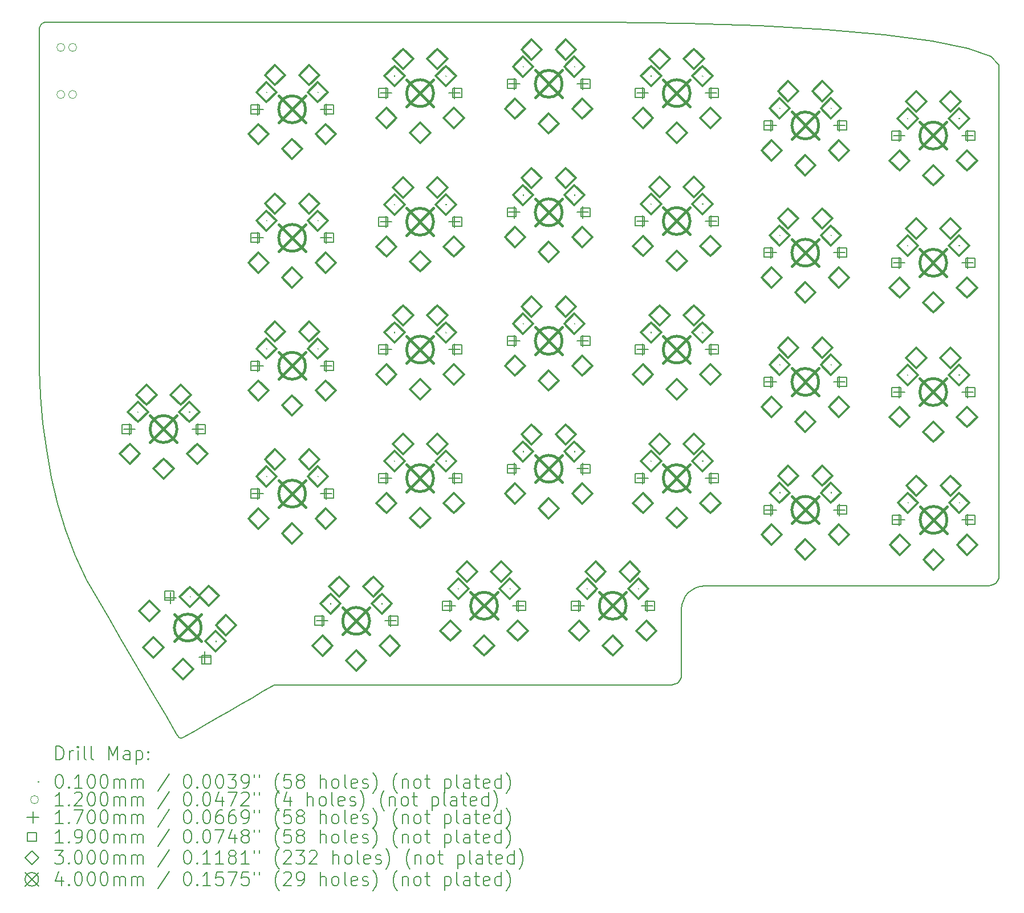
<source format=gbr>
%TF.GenerationSoftware,KiCad,Pcbnew,7.0.10*%
%TF.CreationDate,2024-04-22T20:07:07+02:00*%
%TF.ProjectId,Lily58_Pro,4c696c79-3538-45f5-9072-6f2e6b696361,rev?*%
%TF.SameCoordinates,Original*%
%TF.FileFunction,Drillmap*%
%TF.FilePolarity,Positive*%
%FSLAX45Y45*%
G04 Gerber Fmt 4.5, Leading zero omitted, Abs format (unit mm)*
G04 Created by KiCad (PCBNEW 7.0.10) date 2024-04-22 20:07:07*
%MOMM*%
%LPD*%
G01*
G04 APERTURE LIST*
%ADD10C,0.200000*%
%ADD11C,0.100000*%
%ADD12C,0.120000*%
%ADD13C,0.170000*%
%ADD14C,0.190000*%
%ADD15C,0.300000*%
%ADD16C,0.400000*%
G04 APERTURE END LIST*
D10*
X11618662Y-13648078D02*
X11786231Y-13551064D01*
X11451092Y-13745092D02*
X11618662Y-13648078D01*
X8293753Y-5075063D02*
X8293753Y-4444370D01*
X8293753Y-5705756D02*
X8293753Y-5075063D01*
X11521171Y-3708676D02*
X10480388Y-3708676D01*
X21869242Y-12078973D02*
X22396000Y-12078973D01*
X21342484Y-12078973D02*
X21869242Y-12078973D01*
X20815726Y-12078973D02*
X21342484Y-12078973D01*
X20288967Y-12078973D02*
X20815726Y-12078973D01*
X19762209Y-12078973D02*
X20288967Y-12078973D01*
X19235451Y-12078973D02*
X19762209Y-12078973D01*
X18708693Y-12078973D02*
X19235451Y-12078973D01*
X18181935Y-12078973D02*
X18708693Y-12078973D01*
X18111352Y-12086078D02*
X18181935Y-12078973D01*
X18045633Y-12106456D02*
X18111352Y-12086078D01*
X17986177Y-12138706D02*
X18045633Y-12106456D01*
X17934388Y-12181427D02*
X17986177Y-12138706D01*
X17891668Y-12233216D02*
X17934388Y-12181427D01*
X17859417Y-12292671D02*
X17891668Y-12233216D01*
X17839039Y-12358391D02*
X17859417Y-12292671D01*
X17831935Y-12428973D02*
X17839039Y-12358391D01*
X19980765Y-3817049D02*
X18991954Y-3758537D01*
X20842076Y-3894556D02*
X19980765Y-3817049D01*
X21552570Y-3988516D02*
X20842076Y-3894556D01*
X22088932Y-4096385D02*
X21552570Y-3988516D01*
X17898956Y-3721565D02*
X16725088Y-3708676D01*
X18991954Y-3758537D02*
X17898956Y-3721565D01*
X17765831Y-13525566D02*
X17740350Y-13539388D01*
X17788026Y-13507257D02*
X17765831Y-13525566D01*
X17806335Y-13485062D02*
X17788026Y-13507257D01*
X17820157Y-13459581D02*
X17806335Y-13485062D01*
X17828890Y-13431415D02*
X17820157Y-13459581D01*
X17831935Y-13401166D02*
X17828890Y-13431415D01*
X22546000Y-5291838D02*
X22546000Y-6240000D01*
X22546000Y-4343676D02*
X22546000Y-5291838D01*
X8293753Y-6967143D02*
X8293753Y-6336449D01*
X8293753Y-7597836D02*
X8293753Y-6967143D01*
X8293753Y-8228530D02*
X8293753Y-7597836D01*
X8293753Y-8859223D02*
X8293753Y-8228530D01*
X10480388Y-3708676D02*
X9439604Y-3708676D01*
X12561954Y-3708676D02*
X11521171Y-3708676D01*
X13602738Y-3708676D02*
X12561954Y-3708676D01*
X14643521Y-3708676D02*
X13602738Y-3708676D01*
X15684305Y-3708676D02*
X14643521Y-3708676D01*
X16725088Y-3708676D02*
X15684305Y-3708676D01*
X8340094Y-3726596D02*
X8357930Y-3716921D01*
X8324557Y-3739412D02*
X8340094Y-3726596D01*
X8311741Y-3754949D02*
X8324557Y-3739412D01*
X8302066Y-3772785D02*
X8311741Y-3754949D01*
X8295952Y-3792501D02*
X8302066Y-3772785D01*
X8293821Y-3813676D02*
X8295952Y-3792501D01*
X8377646Y-3710807D02*
X8398821Y-3708676D01*
X8357930Y-3716921D02*
X8377646Y-3710807D01*
X9439604Y-3708676D02*
X8398821Y-3708676D01*
X8293753Y-6336449D02*
X8293753Y-5705756D01*
X8293753Y-4444370D02*
X8293753Y-3813676D01*
X8829176Y-11631807D02*
X8999333Y-11998954D01*
X8686311Y-11253067D02*
X8829176Y-11631807D01*
X8568800Y-10864913D02*
X8686311Y-11253067D01*
X8474708Y-10469525D02*
X8568800Y-10864913D01*
X8402097Y-10069083D02*
X8474708Y-10469525D01*
X8349030Y-9665766D02*
X8402097Y-10069083D01*
X8313569Y-9261756D02*
X8349030Y-9665766D01*
X8293778Y-8859232D02*
X8313569Y-9261756D01*
X10428886Y-14335728D02*
X10445676Y-14327176D01*
X10413021Y-14340447D02*
X10428886Y-14335728D01*
X10398125Y-14341397D02*
X10413021Y-14340447D01*
X10384247Y-14338644D02*
X10398125Y-14341397D01*
X10371433Y-14332253D02*
X10384247Y-14338644D01*
X10359730Y-14322288D02*
X10371433Y-14332253D01*
X10349184Y-14308815D02*
X10359730Y-14322288D01*
X10339843Y-14291898D02*
X10349184Y-14308815D01*
X11283523Y-13842106D02*
X11451092Y-13745092D01*
X11115954Y-13939120D02*
X11283523Y-13842106D01*
X10948384Y-14036134D02*
X11115954Y-13939120D01*
X10780815Y-14133148D02*
X10948384Y-14036134D01*
X10613245Y-14230162D02*
X10780815Y-14133148D01*
X10445676Y-14327176D02*
X10613245Y-14230162D01*
X10172273Y-14005266D02*
X10339843Y-14291898D01*
X10004704Y-13718634D02*
X10172273Y-14005266D01*
X9837134Y-13432002D02*
X10004704Y-13718634D01*
X9669565Y-13145370D02*
X9837134Y-13432002D01*
X9501995Y-12858738D02*
X9669565Y-13145370D01*
X9334426Y-12572106D02*
X9501995Y-12858738D01*
X9166856Y-12285474D02*
X9334426Y-12572106D01*
X8999287Y-11998842D02*
X9166856Y-12285474D01*
X16944983Y-13551166D02*
X17681935Y-13551166D01*
X16208030Y-13551166D02*
X16944983Y-13551166D01*
X15471078Y-13551166D02*
X16208030Y-13551166D01*
X14734126Y-13551166D02*
X15471078Y-13551166D01*
X13997174Y-13551166D02*
X14734126Y-13551166D01*
X13260222Y-13551166D02*
X13997174Y-13551166D01*
X12523269Y-13551166D02*
X13260222Y-13551166D01*
X11786317Y-13551166D02*
X12523269Y-13551166D01*
X17831935Y-13281601D02*
X17831935Y-13401166D01*
X17831935Y-13159797D02*
X17831935Y-13281601D01*
X17831935Y-13037993D02*
X17831935Y-13159797D01*
X17831935Y-12916189D02*
X17831935Y-13037993D01*
X17831935Y-12794385D02*
X17831935Y-12916189D01*
X17831935Y-12672581D02*
X17831935Y-12794385D01*
X17831935Y-12550777D02*
X17831935Y-12672581D01*
X17831935Y-12428973D02*
X17831935Y-12550777D01*
X17712184Y-13548121D02*
X17681935Y-13551166D01*
X17740350Y-13539388D02*
X17712184Y-13548121D01*
X22427847Y-4215619D02*
X22088932Y-4096385D01*
X22546000Y-4343676D02*
X22427847Y-4215619D01*
X22426249Y-12075929D02*
X22396000Y-12078973D01*
X22454415Y-12067195D02*
X22426249Y-12075929D01*
X22479896Y-12053374D02*
X22454415Y-12067195D01*
X22502091Y-12035065D02*
X22479896Y-12053374D01*
X22520400Y-12012870D02*
X22502091Y-12035065D01*
X22534222Y-11987389D02*
X22520400Y-12012870D01*
X22542955Y-11959223D02*
X22534222Y-11987389D01*
X22546000Y-11928973D02*
X22542955Y-11959223D01*
X22546000Y-10980811D02*
X22546000Y-11928973D01*
X22546000Y-10032649D02*
X22546000Y-10980811D01*
X22546000Y-9084487D02*
X22546000Y-10032649D01*
X22546000Y-8136324D02*
X22546000Y-9084487D01*
X22546000Y-7188162D02*
X22546000Y-8136324D01*
X22546000Y-6240000D02*
X22546000Y-7188162D01*
D11*
X9752500Y-9487000D02*
X9762500Y-9497000D01*
X9762500Y-9487000D02*
X9752500Y-9497000D01*
X10517500Y-9487000D02*
X10527500Y-9497000D01*
X10527500Y-9487000D02*
X10517500Y-9497000D01*
X10527185Y-12234745D02*
X10537185Y-12244745D01*
X10537185Y-12234745D02*
X10527185Y-12244745D01*
X10909685Y-12897255D02*
X10919685Y-12907255D01*
X10919685Y-12897255D02*
X10909685Y-12907255D01*
X11662500Y-4737000D02*
X11672500Y-4747000D01*
X11672500Y-4737000D02*
X11662500Y-4747000D01*
X11662500Y-6647000D02*
X11672500Y-6657000D01*
X11672500Y-6647000D02*
X11662500Y-6657000D01*
X11662500Y-8547000D02*
X11672500Y-8557000D01*
X11672500Y-8547000D02*
X11662500Y-8557000D01*
X11662500Y-10447000D02*
X11672500Y-10457000D01*
X11672500Y-10447000D02*
X11662500Y-10457000D01*
X12427500Y-4737000D02*
X12437500Y-4747000D01*
X12437500Y-4737000D02*
X12427500Y-4747000D01*
X12427500Y-6647000D02*
X12437500Y-6657000D01*
X12437500Y-6647000D02*
X12427500Y-6657000D01*
X12427500Y-8547000D02*
X12437500Y-8557000D01*
X12437500Y-8547000D02*
X12427500Y-8557000D01*
X12427500Y-10447000D02*
X12437500Y-10457000D01*
X12437500Y-10447000D02*
X12427500Y-10457000D01*
X12612500Y-12337000D02*
X12622500Y-12347000D01*
X12622500Y-12337000D02*
X12612500Y-12347000D01*
X13377500Y-12337000D02*
X13387500Y-12347000D01*
X13387500Y-12337000D02*
X13377500Y-12347000D01*
X13562500Y-4497000D02*
X13572500Y-4507000D01*
X13572500Y-4497000D02*
X13562500Y-4507000D01*
X13562500Y-6407000D02*
X13572500Y-6417000D01*
X13572500Y-6407000D02*
X13562500Y-6417000D01*
X13562500Y-8307000D02*
X13572500Y-8317000D01*
X13572500Y-8307000D02*
X13562500Y-8317000D01*
X13562500Y-10217000D02*
X13572500Y-10227000D01*
X13572500Y-10217000D02*
X13562500Y-10227000D01*
X14327500Y-4497000D02*
X14337500Y-4507000D01*
X14337500Y-4497000D02*
X14327500Y-4507000D01*
X14327500Y-6407000D02*
X14337500Y-6417000D01*
X14337500Y-6407000D02*
X14327500Y-6417000D01*
X14327500Y-8307000D02*
X14337500Y-8317000D01*
X14337500Y-8307000D02*
X14327500Y-8317000D01*
X14327500Y-10217000D02*
X14337500Y-10227000D01*
X14337500Y-10217000D02*
X14327500Y-10227000D01*
X14512500Y-12112000D02*
X14522500Y-12122000D01*
X14522500Y-12112000D02*
X14512500Y-12122000D01*
X15277500Y-12112000D02*
X15287500Y-12122000D01*
X15287500Y-12112000D02*
X15277500Y-12122000D01*
X15472500Y-4358000D02*
X15482500Y-4368000D01*
X15482500Y-4358000D02*
X15472500Y-4368000D01*
X15472500Y-6267000D02*
X15482500Y-6277000D01*
X15482500Y-6267000D02*
X15472500Y-6277000D01*
X15472500Y-8177000D02*
X15482500Y-8187000D01*
X15482500Y-8177000D02*
X15472500Y-8187000D01*
X15472500Y-10077000D02*
X15482500Y-10087000D01*
X15482500Y-10077000D02*
X15472500Y-10087000D01*
X16237500Y-4358000D02*
X16247500Y-4368000D01*
X16247500Y-4358000D02*
X16237500Y-4368000D01*
X16237500Y-6267000D02*
X16247500Y-6277000D01*
X16247500Y-6267000D02*
X16237500Y-6277000D01*
X16237500Y-8177000D02*
X16247500Y-8187000D01*
X16247500Y-8177000D02*
X16237500Y-8187000D01*
X16237500Y-10077000D02*
X16247500Y-10087000D01*
X16247500Y-10077000D02*
X16237500Y-10087000D01*
X16422500Y-12112000D02*
X16432500Y-12122000D01*
X16432500Y-12112000D02*
X16422500Y-12122000D01*
X17187500Y-12112000D02*
X17197500Y-12122000D01*
X17197500Y-12112000D02*
X17187500Y-12122000D01*
X17372500Y-4497000D02*
X17382500Y-4507000D01*
X17382500Y-4497000D02*
X17372500Y-4507000D01*
X17372500Y-6397000D02*
X17382500Y-6407000D01*
X17382500Y-6397000D02*
X17372500Y-6407000D01*
X17372500Y-8307000D02*
X17382500Y-8317000D01*
X17382500Y-8307000D02*
X17372500Y-8317000D01*
X17372500Y-10217000D02*
X17382500Y-10227000D01*
X17382500Y-10217000D02*
X17372500Y-10227000D01*
X18137500Y-4497000D02*
X18147500Y-4507000D01*
X18147500Y-4497000D02*
X18137500Y-4507000D01*
X18137500Y-6397000D02*
X18147500Y-6407000D01*
X18147500Y-6397000D02*
X18137500Y-6407000D01*
X18137500Y-8307000D02*
X18147500Y-8317000D01*
X18147500Y-8307000D02*
X18137500Y-8317000D01*
X18137500Y-10217000D02*
X18147500Y-10227000D01*
X18147500Y-10217000D02*
X18137500Y-10227000D01*
X19282500Y-4977000D02*
X19292500Y-4987000D01*
X19292500Y-4977000D02*
X19282500Y-4987000D01*
X19282500Y-6867000D02*
X19292500Y-6877000D01*
X19292500Y-6867000D02*
X19282500Y-6877000D01*
X19282500Y-8787000D02*
X19292500Y-8797000D01*
X19292500Y-8787000D02*
X19282500Y-8797000D01*
X19282500Y-10687000D02*
X19292500Y-10697000D01*
X19292500Y-10687000D02*
X19282500Y-10697000D01*
X20047500Y-4977000D02*
X20057500Y-4987000D01*
X20057500Y-4977000D02*
X20047500Y-4987000D01*
X20047500Y-6867000D02*
X20057500Y-6877000D01*
X20057500Y-6867000D02*
X20047500Y-6877000D01*
X20047500Y-8787000D02*
X20057500Y-8797000D01*
X20057500Y-8787000D02*
X20047500Y-8797000D01*
X20047500Y-10687000D02*
X20057500Y-10697000D01*
X20057500Y-10687000D02*
X20047500Y-10697000D01*
X21182500Y-5127000D02*
X21192500Y-5137000D01*
X21192500Y-5127000D02*
X21182500Y-5137000D01*
X21182500Y-7017000D02*
X21192500Y-7027000D01*
X21192500Y-7017000D02*
X21182500Y-7027000D01*
X21182500Y-8937000D02*
X21192500Y-8947000D01*
X21192500Y-8937000D02*
X21182500Y-8947000D01*
X21187500Y-10837000D02*
X21197500Y-10847000D01*
X21197500Y-10837000D02*
X21187500Y-10847000D01*
X21947500Y-5127000D02*
X21957500Y-5137000D01*
X21957500Y-5127000D02*
X21947500Y-5137000D01*
X21947500Y-7017000D02*
X21957500Y-7027000D01*
X21957500Y-7017000D02*
X21947500Y-7027000D01*
X21947500Y-8937000D02*
X21957500Y-8947000D01*
X21957500Y-8937000D02*
X21947500Y-8947000D01*
X21952500Y-10837000D02*
X21962500Y-10847000D01*
X21962500Y-10837000D02*
X21952500Y-10847000D01*
D12*
X8675000Y-4080000D02*
G75*
G03*
X8555000Y-4080000I-60000J0D01*
G01*
X8555000Y-4080000D02*
G75*
G03*
X8675000Y-4080000I60000J0D01*
G01*
X8675000Y-4780000D02*
G75*
G03*
X8555000Y-4780000I-60000J0D01*
G01*
X8555000Y-4780000D02*
G75*
G03*
X8675000Y-4780000I60000J0D01*
G01*
X8850000Y-4080000D02*
G75*
G03*
X8730000Y-4080000I-60000J0D01*
G01*
X8730000Y-4080000D02*
G75*
G03*
X8850000Y-4080000I60000J0D01*
G01*
X8850000Y-4780000D02*
G75*
G03*
X8730000Y-4780000I-60000J0D01*
G01*
X8730000Y-4780000D02*
G75*
G03*
X8850000Y-4780000I60000J0D01*
G01*
D13*
X9632000Y-9665000D02*
X9632000Y-9835000D01*
X9547000Y-9750000D02*
X9717000Y-9750000D01*
X10246000Y-12175059D02*
X10246000Y-12345059D01*
X10161000Y-12260059D02*
X10331000Y-12260059D01*
X10648000Y-9665000D02*
X10648000Y-9835000D01*
X10563000Y-9750000D02*
X10733000Y-9750000D01*
X10754000Y-13054941D02*
X10754000Y-13224941D01*
X10669000Y-13139941D02*
X10839000Y-13139941D01*
X11542000Y-4915000D02*
X11542000Y-5085000D01*
X11457000Y-5000000D02*
X11627000Y-5000000D01*
X11542000Y-6825000D02*
X11542000Y-6995000D01*
X11457000Y-6910000D02*
X11627000Y-6910000D01*
X11542000Y-8725000D02*
X11542000Y-8895000D01*
X11457000Y-8810000D02*
X11627000Y-8810000D01*
X11542000Y-10625000D02*
X11542000Y-10795000D01*
X11457000Y-10710000D02*
X11627000Y-10710000D01*
X12492000Y-12515000D02*
X12492000Y-12685000D01*
X12407000Y-12600000D02*
X12577000Y-12600000D01*
X12558000Y-4915000D02*
X12558000Y-5085000D01*
X12473000Y-5000000D02*
X12643000Y-5000000D01*
X12558000Y-6825000D02*
X12558000Y-6995000D01*
X12473000Y-6910000D02*
X12643000Y-6910000D01*
X12558000Y-8725000D02*
X12558000Y-8895000D01*
X12473000Y-8810000D02*
X12643000Y-8810000D01*
X12558000Y-10625000D02*
X12558000Y-10795000D01*
X12473000Y-10710000D02*
X12643000Y-10710000D01*
X13442000Y-4675000D02*
X13442000Y-4845000D01*
X13357000Y-4760000D02*
X13527000Y-4760000D01*
X13442000Y-6585000D02*
X13442000Y-6755000D01*
X13357000Y-6670000D02*
X13527000Y-6670000D01*
X13442000Y-8485000D02*
X13442000Y-8655000D01*
X13357000Y-8570000D02*
X13527000Y-8570000D01*
X13442000Y-10395000D02*
X13442000Y-10565000D01*
X13357000Y-10480000D02*
X13527000Y-10480000D01*
X13508000Y-12515000D02*
X13508000Y-12685000D01*
X13423000Y-12600000D02*
X13593000Y-12600000D01*
X14392000Y-12290000D02*
X14392000Y-12460000D01*
X14307000Y-12375000D02*
X14477000Y-12375000D01*
X14458000Y-4675000D02*
X14458000Y-4845000D01*
X14373000Y-4760000D02*
X14543000Y-4760000D01*
X14458000Y-6585000D02*
X14458000Y-6755000D01*
X14373000Y-6670000D02*
X14543000Y-6670000D01*
X14458000Y-8485000D02*
X14458000Y-8655000D01*
X14373000Y-8570000D02*
X14543000Y-8570000D01*
X14458000Y-10395000D02*
X14458000Y-10565000D01*
X14373000Y-10480000D02*
X14543000Y-10480000D01*
X15352000Y-4536000D02*
X15352000Y-4706000D01*
X15267000Y-4621000D02*
X15437000Y-4621000D01*
X15352000Y-6445000D02*
X15352000Y-6615000D01*
X15267000Y-6530000D02*
X15437000Y-6530000D01*
X15352000Y-8355000D02*
X15352000Y-8525000D01*
X15267000Y-8440000D02*
X15437000Y-8440000D01*
X15352000Y-10255000D02*
X15352000Y-10425000D01*
X15267000Y-10340000D02*
X15437000Y-10340000D01*
X15408000Y-12290000D02*
X15408000Y-12460000D01*
X15323000Y-12375000D02*
X15493000Y-12375000D01*
X16302000Y-12290000D02*
X16302000Y-12460000D01*
X16217000Y-12375000D02*
X16387000Y-12375000D01*
X16368000Y-4536000D02*
X16368000Y-4706000D01*
X16283000Y-4621000D02*
X16453000Y-4621000D01*
X16368000Y-6445000D02*
X16368000Y-6615000D01*
X16283000Y-6530000D02*
X16453000Y-6530000D01*
X16368000Y-8355000D02*
X16368000Y-8525000D01*
X16283000Y-8440000D02*
X16453000Y-8440000D01*
X16368000Y-10255000D02*
X16368000Y-10425000D01*
X16283000Y-10340000D02*
X16453000Y-10340000D01*
X17252000Y-4675000D02*
X17252000Y-4845000D01*
X17167000Y-4760000D02*
X17337000Y-4760000D01*
X17252000Y-6575000D02*
X17252000Y-6745000D01*
X17167000Y-6660000D02*
X17337000Y-6660000D01*
X17252000Y-8485000D02*
X17252000Y-8655000D01*
X17167000Y-8570000D02*
X17337000Y-8570000D01*
X17252000Y-10395000D02*
X17252000Y-10565000D01*
X17167000Y-10480000D02*
X17337000Y-10480000D01*
X17318000Y-12290000D02*
X17318000Y-12460000D01*
X17233000Y-12375000D02*
X17403000Y-12375000D01*
X18268000Y-4675000D02*
X18268000Y-4845000D01*
X18183000Y-4760000D02*
X18353000Y-4760000D01*
X18268000Y-6575000D02*
X18268000Y-6745000D01*
X18183000Y-6660000D02*
X18353000Y-6660000D01*
X18268000Y-8485000D02*
X18268000Y-8655000D01*
X18183000Y-8570000D02*
X18353000Y-8570000D01*
X18268000Y-10395000D02*
X18268000Y-10565000D01*
X18183000Y-10480000D02*
X18353000Y-10480000D01*
X19162000Y-5155000D02*
X19162000Y-5325000D01*
X19077000Y-5240000D02*
X19247000Y-5240000D01*
X19162000Y-7045000D02*
X19162000Y-7215000D01*
X19077000Y-7130000D02*
X19247000Y-7130000D01*
X19162000Y-8965000D02*
X19162000Y-9135000D01*
X19077000Y-9050000D02*
X19247000Y-9050000D01*
X19162000Y-10865000D02*
X19162000Y-11035000D01*
X19077000Y-10950000D02*
X19247000Y-10950000D01*
X20178000Y-5155000D02*
X20178000Y-5325000D01*
X20093000Y-5240000D02*
X20263000Y-5240000D01*
X20178000Y-7045000D02*
X20178000Y-7215000D01*
X20093000Y-7130000D02*
X20263000Y-7130000D01*
X20178000Y-8965000D02*
X20178000Y-9135000D01*
X20093000Y-9050000D02*
X20263000Y-9050000D01*
X20178000Y-10865000D02*
X20178000Y-11035000D01*
X20093000Y-10950000D02*
X20263000Y-10950000D01*
X21062000Y-5305000D02*
X21062000Y-5475000D01*
X20977000Y-5390000D02*
X21147000Y-5390000D01*
X21062000Y-7195000D02*
X21062000Y-7365000D01*
X20977000Y-7280000D02*
X21147000Y-7280000D01*
X21062000Y-9115000D02*
X21062000Y-9285000D01*
X20977000Y-9200000D02*
X21147000Y-9200000D01*
X21067000Y-11015000D02*
X21067000Y-11185000D01*
X20982000Y-11100000D02*
X21152000Y-11100000D01*
X22078000Y-5305000D02*
X22078000Y-5475000D01*
X21993000Y-5390000D02*
X22163000Y-5390000D01*
X22078000Y-7195000D02*
X22078000Y-7365000D01*
X21993000Y-7280000D02*
X22163000Y-7280000D01*
X22078000Y-9115000D02*
X22078000Y-9285000D01*
X21993000Y-9200000D02*
X22163000Y-9200000D01*
X22083000Y-11015000D02*
X22083000Y-11185000D01*
X21998000Y-11100000D02*
X22168000Y-11100000D01*
D14*
X9657176Y-9817176D02*
X9657176Y-9682824D01*
X9522824Y-9682824D01*
X9522824Y-9817176D01*
X9657176Y-9817176D01*
X10292176Y-12290862D02*
X10292176Y-12156510D01*
X10157824Y-12156510D01*
X10157824Y-12290862D01*
X10292176Y-12290862D01*
X10757176Y-9817176D02*
X10757176Y-9682824D01*
X10622824Y-9682824D01*
X10622824Y-9817176D01*
X10757176Y-9817176D01*
X10842176Y-13243490D02*
X10842176Y-13109138D01*
X10707824Y-13109138D01*
X10707824Y-13243490D01*
X10842176Y-13243490D01*
X11567176Y-5067176D02*
X11567176Y-4932824D01*
X11432824Y-4932824D01*
X11432824Y-5067176D01*
X11567176Y-5067176D01*
X11567176Y-6977176D02*
X11567176Y-6842824D01*
X11432824Y-6842824D01*
X11432824Y-6977176D01*
X11567176Y-6977176D01*
X11567176Y-8877176D02*
X11567176Y-8742824D01*
X11432824Y-8742824D01*
X11432824Y-8877176D01*
X11567176Y-8877176D01*
X11567176Y-10777176D02*
X11567176Y-10642824D01*
X11432824Y-10642824D01*
X11432824Y-10777176D01*
X11567176Y-10777176D01*
X12517176Y-12667176D02*
X12517176Y-12532824D01*
X12382824Y-12532824D01*
X12382824Y-12667176D01*
X12517176Y-12667176D01*
X12667176Y-5067176D02*
X12667176Y-4932824D01*
X12532824Y-4932824D01*
X12532824Y-5067176D01*
X12667176Y-5067176D01*
X12667176Y-6977176D02*
X12667176Y-6842824D01*
X12532824Y-6842824D01*
X12532824Y-6977176D01*
X12667176Y-6977176D01*
X12667176Y-8877176D02*
X12667176Y-8742824D01*
X12532824Y-8742824D01*
X12532824Y-8877176D01*
X12667176Y-8877176D01*
X12667176Y-10777176D02*
X12667176Y-10642824D01*
X12532824Y-10642824D01*
X12532824Y-10777176D01*
X12667176Y-10777176D01*
X13467176Y-4827176D02*
X13467176Y-4692824D01*
X13332824Y-4692824D01*
X13332824Y-4827176D01*
X13467176Y-4827176D01*
X13467176Y-6737176D02*
X13467176Y-6602824D01*
X13332824Y-6602824D01*
X13332824Y-6737176D01*
X13467176Y-6737176D01*
X13467176Y-8637176D02*
X13467176Y-8502824D01*
X13332824Y-8502824D01*
X13332824Y-8637176D01*
X13467176Y-8637176D01*
X13467176Y-10547176D02*
X13467176Y-10412824D01*
X13332824Y-10412824D01*
X13332824Y-10547176D01*
X13467176Y-10547176D01*
X13617176Y-12667176D02*
X13617176Y-12532824D01*
X13482824Y-12532824D01*
X13482824Y-12667176D01*
X13617176Y-12667176D01*
X14417176Y-12442176D02*
X14417176Y-12307824D01*
X14282824Y-12307824D01*
X14282824Y-12442176D01*
X14417176Y-12442176D01*
X14567176Y-4827176D02*
X14567176Y-4692824D01*
X14432824Y-4692824D01*
X14432824Y-4827176D01*
X14567176Y-4827176D01*
X14567176Y-6737176D02*
X14567176Y-6602824D01*
X14432824Y-6602824D01*
X14432824Y-6737176D01*
X14567176Y-6737176D01*
X14567176Y-8637176D02*
X14567176Y-8502824D01*
X14432824Y-8502824D01*
X14432824Y-8637176D01*
X14567176Y-8637176D01*
X14567176Y-10547176D02*
X14567176Y-10412824D01*
X14432824Y-10412824D01*
X14432824Y-10547176D01*
X14567176Y-10547176D01*
X15377176Y-4688176D02*
X15377176Y-4553824D01*
X15242824Y-4553824D01*
X15242824Y-4688176D01*
X15377176Y-4688176D01*
X15377176Y-6597176D02*
X15377176Y-6462824D01*
X15242824Y-6462824D01*
X15242824Y-6597176D01*
X15377176Y-6597176D01*
X15377176Y-8507176D02*
X15377176Y-8372824D01*
X15242824Y-8372824D01*
X15242824Y-8507176D01*
X15377176Y-8507176D01*
X15377176Y-10407176D02*
X15377176Y-10272824D01*
X15242824Y-10272824D01*
X15242824Y-10407176D01*
X15377176Y-10407176D01*
X15517176Y-12442176D02*
X15517176Y-12307824D01*
X15382824Y-12307824D01*
X15382824Y-12442176D01*
X15517176Y-12442176D01*
X16327176Y-12442176D02*
X16327176Y-12307824D01*
X16192824Y-12307824D01*
X16192824Y-12442176D01*
X16327176Y-12442176D01*
X16477176Y-4688176D02*
X16477176Y-4553824D01*
X16342824Y-4553824D01*
X16342824Y-4688176D01*
X16477176Y-4688176D01*
X16477176Y-6597176D02*
X16477176Y-6462824D01*
X16342824Y-6462824D01*
X16342824Y-6597176D01*
X16477176Y-6597176D01*
X16477176Y-8507176D02*
X16477176Y-8372824D01*
X16342824Y-8372824D01*
X16342824Y-8507176D01*
X16477176Y-8507176D01*
X16477176Y-10407176D02*
X16477176Y-10272824D01*
X16342824Y-10272824D01*
X16342824Y-10407176D01*
X16477176Y-10407176D01*
X17277176Y-4827176D02*
X17277176Y-4692824D01*
X17142824Y-4692824D01*
X17142824Y-4827176D01*
X17277176Y-4827176D01*
X17277176Y-6727176D02*
X17277176Y-6592824D01*
X17142824Y-6592824D01*
X17142824Y-6727176D01*
X17277176Y-6727176D01*
X17277176Y-8637176D02*
X17277176Y-8502824D01*
X17142824Y-8502824D01*
X17142824Y-8637176D01*
X17277176Y-8637176D01*
X17277176Y-10547176D02*
X17277176Y-10412824D01*
X17142824Y-10412824D01*
X17142824Y-10547176D01*
X17277176Y-10547176D01*
X17427176Y-12442176D02*
X17427176Y-12307824D01*
X17292824Y-12307824D01*
X17292824Y-12442176D01*
X17427176Y-12442176D01*
X18377176Y-4827176D02*
X18377176Y-4692824D01*
X18242824Y-4692824D01*
X18242824Y-4827176D01*
X18377176Y-4827176D01*
X18377176Y-6727176D02*
X18377176Y-6592824D01*
X18242824Y-6592824D01*
X18242824Y-6727176D01*
X18377176Y-6727176D01*
X18377176Y-8637176D02*
X18377176Y-8502824D01*
X18242824Y-8502824D01*
X18242824Y-8637176D01*
X18377176Y-8637176D01*
X18377176Y-10547176D02*
X18377176Y-10412824D01*
X18242824Y-10412824D01*
X18242824Y-10547176D01*
X18377176Y-10547176D01*
X19187176Y-5307176D02*
X19187176Y-5172824D01*
X19052824Y-5172824D01*
X19052824Y-5307176D01*
X19187176Y-5307176D01*
X19187176Y-7197176D02*
X19187176Y-7062824D01*
X19052824Y-7062824D01*
X19052824Y-7197176D01*
X19187176Y-7197176D01*
X19187176Y-9117176D02*
X19187176Y-8982824D01*
X19052824Y-8982824D01*
X19052824Y-9117176D01*
X19187176Y-9117176D01*
X19187176Y-11017176D02*
X19187176Y-10882824D01*
X19052824Y-10882824D01*
X19052824Y-11017176D01*
X19187176Y-11017176D01*
X20287176Y-5307176D02*
X20287176Y-5172824D01*
X20152824Y-5172824D01*
X20152824Y-5307176D01*
X20287176Y-5307176D01*
X20287176Y-7197176D02*
X20287176Y-7062824D01*
X20152824Y-7062824D01*
X20152824Y-7197176D01*
X20287176Y-7197176D01*
X20287176Y-9117176D02*
X20287176Y-8982824D01*
X20152824Y-8982824D01*
X20152824Y-9117176D01*
X20287176Y-9117176D01*
X20287176Y-11017176D02*
X20287176Y-10882824D01*
X20152824Y-10882824D01*
X20152824Y-11017176D01*
X20287176Y-11017176D01*
X21087176Y-5457176D02*
X21087176Y-5322824D01*
X20952824Y-5322824D01*
X20952824Y-5457176D01*
X21087176Y-5457176D01*
X21087176Y-7347176D02*
X21087176Y-7212824D01*
X20952824Y-7212824D01*
X20952824Y-7347176D01*
X21087176Y-7347176D01*
X21087176Y-9267176D02*
X21087176Y-9132824D01*
X20952824Y-9132824D01*
X20952824Y-9267176D01*
X21087176Y-9267176D01*
X21092176Y-11167176D02*
X21092176Y-11032824D01*
X20957824Y-11032824D01*
X20957824Y-11167176D01*
X21092176Y-11167176D01*
X22187176Y-5457176D02*
X22187176Y-5322824D01*
X22052824Y-5322824D01*
X22052824Y-5457176D01*
X22187176Y-5457176D01*
X22187176Y-7347176D02*
X22187176Y-7212824D01*
X22052824Y-7212824D01*
X22052824Y-7347176D01*
X22187176Y-7347176D01*
X22187176Y-9267176D02*
X22187176Y-9132824D01*
X22052824Y-9132824D01*
X22052824Y-9267176D01*
X22187176Y-9267176D01*
X22192176Y-11167176D02*
X22192176Y-11032824D01*
X22057824Y-11032824D01*
X22057824Y-11167176D01*
X22192176Y-11167176D01*
D15*
X9640000Y-10270000D02*
X9790000Y-10120000D01*
X9640000Y-9970000D01*
X9490000Y-10120000D01*
X9640000Y-10270000D01*
X9759000Y-9646000D02*
X9909000Y-9496000D01*
X9759000Y-9346000D01*
X9609000Y-9496000D01*
X9759000Y-9646000D01*
X9886000Y-9392000D02*
X10036000Y-9242000D01*
X9886000Y-9092000D01*
X9736000Y-9242000D01*
X9886000Y-9392000D01*
X9929571Y-12601987D02*
X10079571Y-12451987D01*
X9929571Y-12301987D01*
X9779571Y-12451987D01*
X9929571Y-12601987D01*
X9989045Y-13145000D02*
X10139045Y-12995000D01*
X9989045Y-12845000D01*
X9839045Y-12995000D01*
X9989045Y-13145000D01*
X10140000Y-10490000D02*
X10290000Y-10340000D01*
X10140000Y-10190000D01*
X9990000Y-10340000D01*
X10140000Y-10490000D01*
X10394000Y-9392000D02*
X10544000Y-9242000D01*
X10394000Y-9092000D01*
X10244000Y-9242000D01*
X10394000Y-9392000D01*
X10429571Y-13468013D02*
X10579571Y-13318013D01*
X10429571Y-13168013D01*
X10279571Y-13318013D01*
X10429571Y-13468013D01*
X10521000Y-9646000D02*
X10671000Y-9496000D01*
X10521000Y-9346000D01*
X10371000Y-9496000D01*
X10521000Y-9646000D01*
X10521000Y-9646000D02*
X10671000Y-9496000D01*
X10521000Y-9346000D01*
X10371000Y-9496000D01*
X10521000Y-9646000D01*
X10529471Y-12393044D02*
X10679471Y-12243044D01*
X10529471Y-12093044D01*
X10379471Y-12243044D01*
X10529471Y-12393044D01*
X10640000Y-10270000D02*
X10790000Y-10120000D01*
X10640000Y-9970000D01*
X10490000Y-10120000D01*
X10640000Y-10270000D01*
X10812941Y-12376029D02*
X10962941Y-12226029D01*
X10812941Y-12076029D01*
X10662941Y-12226029D01*
X10812941Y-12376029D01*
X10910471Y-13052956D02*
X11060471Y-12902956D01*
X10910471Y-12752956D01*
X10760471Y-12902956D01*
X10910471Y-13052956D01*
X10910471Y-13052956D02*
X11060471Y-12902956D01*
X10910471Y-12752956D01*
X10760471Y-12902956D01*
X10910471Y-13052956D01*
X11066941Y-12815970D02*
X11216941Y-12665970D01*
X11066941Y-12515970D01*
X10916941Y-12665970D01*
X11066941Y-12815970D01*
X11550000Y-5520000D02*
X11700000Y-5370000D01*
X11550000Y-5220000D01*
X11400000Y-5370000D01*
X11550000Y-5520000D01*
X11550000Y-7430000D02*
X11700000Y-7280000D01*
X11550000Y-7130000D01*
X11400000Y-7280000D01*
X11550000Y-7430000D01*
X11550000Y-9330000D02*
X11700000Y-9180000D01*
X11550000Y-9030000D01*
X11400000Y-9180000D01*
X11550000Y-9330000D01*
X11550000Y-11230000D02*
X11700000Y-11080000D01*
X11550000Y-10930000D01*
X11400000Y-11080000D01*
X11550000Y-11230000D01*
X11669000Y-4896000D02*
X11819000Y-4746000D01*
X11669000Y-4596000D01*
X11519000Y-4746000D01*
X11669000Y-4896000D01*
X11669000Y-6806000D02*
X11819000Y-6656000D01*
X11669000Y-6506000D01*
X11519000Y-6656000D01*
X11669000Y-6806000D01*
X11669000Y-8706000D02*
X11819000Y-8556000D01*
X11669000Y-8406000D01*
X11519000Y-8556000D01*
X11669000Y-8706000D01*
X11669000Y-10606000D02*
X11819000Y-10456000D01*
X11669000Y-10306000D01*
X11519000Y-10456000D01*
X11669000Y-10606000D01*
X11796000Y-4642000D02*
X11946000Y-4492000D01*
X11796000Y-4342000D01*
X11646000Y-4492000D01*
X11796000Y-4642000D01*
X11796000Y-6552000D02*
X11946000Y-6402000D01*
X11796000Y-6252000D01*
X11646000Y-6402000D01*
X11796000Y-6552000D01*
X11796000Y-8452000D02*
X11946000Y-8302000D01*
X11796000Y-8152000D01*
X11646000Y-8302000D01*
X11796000Y-8452000D01*
X11796000Y-10352000D02*
X11946000Y-10202000D01*
X11796000Y-10052000D01*
X11646000Y-10202000D01*
X11796000Y-10352000D01*
X12050000Y-5740000D02*
X12200000Y-5590000D01*
X12050000Y-5440000D01*
X11900000Y-5590000D01*
X12050000Y-5740000D01*
X12050000Y-7650000D02*
X12200000Y-7500000D01*
X12050000Y-7350000D01*
X11900000Y-7500000D01*
X12050000Y-7650000D01*
X12050000Y-9550000D02*
X12200000Y-9400000D01*
X12050000Y-9250000D01*
X11900000Y-9400000D01*
X12050000Y-9550000D01*
X12050000Y-11450000D02*
X12200000Y-11300000D01*
X12050000Y-11150000D01*
X11900000Y-11300000D01*
X12050000Y-11450000D01*
X12304000Y-4642000D02*
X12454000Y-4492000D01*
X12304000Y-4342000D01*
X12154000Y-4492000D01*
X12304000Y-4642000D01*
X12304000Y-6552000D02*
X12454000Y-6402000D01*
X12304000Y-6252000D01*
X12154000Y-6402000D01*
X12304000Y-6552000D01*
X12304000Y-8452000D02*
X12454000Y-8302000D01*
X12304000Y-8152000D01*
X12154000Y-8302000D01*
X12304000Y-8452000D01*
X12304000Y-10352000D02*
X12454000Y-10202000D01*
X12304000Y-10052000D01*
X12154000Y-10202000D01*
X12304000Y-10352000D01*
X12431000Y-4896000D02*
X12581000Y-4746000D01*
X12431000Y-4596000D01*
X12281000Y-4746000D01*
X12431000Y-4896000D01*
X12431000Y-4896000D02*
X12581000Y-4746000D01*
X12431000Y-4596000D01*
X12281000Y-4746000D01*
X12431000Y-4896000D01*
X12431000Y-6806000D02*
X12581000Y-6656000D01*
X12431000Y-6506000D01*
X12281000Y-6656000D01*
X12431000Y-6806000D01*
X12431000Y-6806000D02*
X12581000Y-6656000D01*
X12431000Y-6506000D01*
X12281000Y-6656000D01*
X12431000Y-6806000D01*
X12431000Y-8706000D02*
X12581000Y-8556000D01*
X12431000Y-8406000D01*
X12281000Y-8556000D01*
X12431000Y-8706000D01*
X12431000Y-8706000D02*
X12581000Y-8556000D01*
X12431000Y-8406000D01*
X12281000Y-8556000D01*
X12431000Y-8706000D01*
X12431000Y-10606000D02*
X12581000Y-10456000D01*
X12431000Y-10306000D01*
X12281000Y-10456000D01*
X12431000Y-10606000D01*
X12431000Y-10606000D02*
X12581000Y-10456000D01*
X12431000Y-10306000D01*
X12281000Y-10456000D01*
X12431000Y-10606000D01*
X12500000Y-13120000D02*
X12650000Y-12970000D01*
X12500000Y-12820000D01*
X12350000Y-12970000D01*
X12500000Y-13120000D01*
X12550000Y-5520000D02*
X12700000Y-5370000D01*
X12550000Y-5220000D01*
X12400000Y-5370000D01*
X12550000Y-5520000D01*
X12550000Y-7430000D02*
X12700000Y-7280000D01*
X12550000Y-7130000D01*
X12400000Y-7280000D01*
X12550000Y-7430000D01*
X12550000Y-9330000D02*
X12700000Y-9180000D01*
X12550000Y-9030000D01*
X12400000Y-9180000D01*
X12550000Y-9330000D01*
X12550000Y-11230000D02*
X12700000Y-11080000D01*
X12550000Y-10930000D01*
X12400000Y-11080000D01*
X12550000Y-11230000D01*
X12619000Y-12496000D02*
X12769000Y-12346000D01*
X12619000Y-12196000D01*
X12469000Y-12346000D01*
X12619000Y-12496000D01*
X12746000Y-12242000D02*
X12896000Y-12092000D01*
X12746000Y-11942000D01*
X12596000Y-12092000D01*
X12746000Y-12242000D01*
X13000000Y-13340000D02*
X13150000Y-13190000D01*
X13000000Y-13040000D01*
X12850000Y-13190000D01*
X13000000Y-13340000D01*
X13254000Y-12242000D02*
X13404000Y-12092000D01*
X13254000Y-11942000D01*
X13104000Y-12092000D01*
X13254000Y-12242000D01*
X13381000Y-12496000D02*
X13531000Y-12346000D01*
X13381000Y-12196000D01*
X13231000Y-12346000D01*
X13381000Y-12496000D01*
X13381000Y-12496000D02*
X13531000Y-12346000D01*
X13381000Y-12196000D01*
X13231000Y-12346000D01*
X13381000Y-12496000D01*
X13450000Y-5280000D02*
X13600000Y-5130000D01*
X13450000Y-4980000D01*
X13300000Y-5130000D01*
X13450000Y-5280000D01*
X13450000Y-7190000D02*
X13600000Y-7040000D01*
X13450000Y-6890000D01*
X13300000Y-7040000D01*
X13450000Y-7190000D01*
X13450000Y-9090000D02*
X13600000Y-8940000D01*
X13450000Y-8790000D01*
X13300000Y-8940000D01*
X13450000Y-9090000D01*
X13450000Y-11000000D02*
X13600000Y-10850000D01*
X13450000Y-10700000D01*
X13300000Y-10850000D01*
X13450000Y-11000000D01*
X13500000Y-13120000D02*
X13650000Y-12970000D01*
X13500000Y-12820000D01*
X13350000Y-12970000D01*
X13500000Y-13120000D01*
X13569000Y-4656000D02*
X13719000Y-4506000D01*
X13569000Y-4356000D01*
X13419000Y-4506000D01*
X13569000Y-4656000D01*
X13569000Y-6566000D02*
X13719000Y-6416000D01*
X13569000Y-6266000D01*
X13419000Y-6416000D01*
X13569000Y-6566000D01*
X13569000Y-8466000D02*
X13719000Y-8316000D01*
X13569000Y-8166000D01*
X13419000Y-8316000D01*
X13569000Y-8466000D01*
X13569000Y-10376000D02*
X13719000Y-10226000D01*
X13569000Y-10076000D01*
X13419000Y-10226000D01*
X13569000Y-10376000D01*
X13696000Y-4402000D02*
X13846000Y-4252000D01*
X13696000Y-4102000D01*
X13546000Y-4252000D01*
X13696000Y-4402000D01*
X13696000Y-6312000D02*
X13846000Y-6162000D01*
X13696000Y-6012000D01*
X13546000Y-6162000D01*
X13696000Y-6312000D01*
X13696000Y-8212000D02*
X13846000Y-8062000D01*
X13696000Y-7912000D01*
X13546000Y-8062000D01*
X13696000Y-8212000D01*
X13696000Y-10122000D02*
X13846000Y-9972000D01*
X13696000Y-9822000D01*
X13546000Y-9972000D01*
X13696000Y-10122000D01*
X13950000Y-5500000D02*
X14100000Y-5350000D01*
X13950000Y-5200000D01*
X13800000Y-5350000D01*
X13950000Y-5500000D01*
X13950000Y-7410000D02*
X14100000Y-7260000D01*
X13950000Y-7110000D01*
X13800000Y-7260000D01*
X13950000Y-7410000D01*
X13950000Y-9310000D02*
X14100000Y-9160000D01*
X13950000Y-9010000D01*
X13800000Y-9160000D01*
X13950000Y-9310000D01*
X13950000Y-11220000D02*
X14100000Y-11070000D01*
X13950000Y-10920000D01*
X13800000Y-11070000D01*
X13950000Y-11220000D01*
X14204000Y-4402000D02*
X14354000Y-4252000D01*
X14204000Y-4102000D01*
X14054000Y-4252000D01*
X14204000Y-4402000D01*
X14204000Y-6312000D02*
X14354000Y-6162000D01*
X14204000Y-6012000D01*
X14054000Y-6162000D01*
X14204000Y-6312000D01*
X14204000Y-8212000D02*
X14354000Y-8062000D01*
X14204000Y-7912000D01*
X14054000Y-8062000D01*
X14204000Y-8212000D01*
X14204000Y-10122000D02*
X14354000Y-9972000D01*
X14204000Y-9822000D01*
X14054000Y-9972000D01*
X14204000Y-10122000D01*
X14331000Y-4656000D02*
X14481000Y-4506000D01*
X14331000Y-4356000D01*
X14181000Y-4506000D01*
X14331000Y-4656000D01*
X14331000Y-4656000D02*
X14481000Y-4506000D01*
X14331000Y-4356000D01*
X14181000Y-4506000D01*
X14331000Y-4656000D01*
X14331000Y-6566000D02*
X14481000Y-6416000D01*
X14331000Y-6266000D01*
X14181000Y-6416000D01*
X14331000Y-6566000D01*
X14331000Y-6566000D02*
X14481000Y-6416000D01*
X14331000Y-6266000D01*
X14181000Y-6416000D01*
X14331000Y-6566000D01*
X14331000Y-8466000D02*
X14481000Y-8316000D01*
X14331000Y-8166000D01*
X14181000Y-8316000D01*
X14331000Y-8466000D01*
X14331000Y-8466000D02*
X14481000Y-8316000D01*
X14331000Y-8166000D01*
X14181000Y-8316000D01*
X14331000Y-8466000D01*
X14331000Y-10376000D02*
X14481000Y-10226000D01*
X14331000Y-10076000D01*
X14181000Y-10226000D01*
X14331000Y-10376000D01*
X14331000Y-10376000D02*
X14481000Y-10226000D01*
X14331000Y-10076000D01*
X14181000Y-10226000D01*
X14331000Y-10376000D01*
X14400000Y-12895000D02*
X14550000Y-12745000D01*
X14400000Y-12595000D01*
X14250000Y-12745000D01*
X14400000Y-12895000D01*
X14450000Y-5280000D02*
X14600000Y-5130000D01*
X14450000Y-4980000D01*
X14300000Y-5130000D01*
X14450000Y-5280000D01*
X14450000Y-7190000D02*
X14600000Y-7040000D01*
X14450000Y-6890000D01*
X14300000Y-7040000D01*
X14450000Y-7190000D01*
X14450000Y-9090000D02*
X14600000Y-8940000D01*
X14450000Y-8790000D01*
X14300000Y-8940000D01*
X14450000Y-9090000D01*
X14450000Y-11000000D02*
X14600000Y-10850000D01*
X14450000Y-10700000D01*
X14300000Y-10850000D01*
X14450000Y-11000000D01*
X14519000Y-12271000D02*
X14669000Y-12121000D01*
X14519000Y-11971000D01*
X14369000Y-12121000D01*
X14519000Y-12271000D01*
X14646000Y-12017000D02*
X14796000Y-11867000D01*
X14646000Y-11717000D01*
X14496000Y-11867000D01*
X14646000Y-12017000D01*
X14900000Y-13115000D02*
X15050000Y-12965000D01*
X14900000Y-12815000D01*
X14750000Y-12965000D01*
X14900000Y-13115000D01*
X15154000Y-12017000D02*
X15304000Y-11867000D01*
X15154000Y-11717000D01*
X15004000Y-11867000D01*
X15154000Y-12017000D01*
X15281000Y-12271000D02*
X15431000Y-12121000D01*
X15281000Y-11971000D01*
X15131000Y-12121000D01*
X15281000Y-12271000D01*
X15281000Y-12271000D02*
X15431000Y-12121000D01*
X15281000Y-11971000D01*
X15131000Y-12121000D01*
X15281000Y-12271000D01*
X15360000Y-5141000D02*
X15510000Y-4991000D01*
X15360000Y-4841000D01*
X15210000Y-4991000D01*
X15360000Y-5141000D01*
X15360000Y-7050000D02*
X15510000Y-6900000D01*
X15360000Y-6750000D01*
X15210000Y-6900000D01*
X15360000Y-7050000D01*
X15360000Y-8960000D02*
X15510000Y-8810000D01*
X15360000Y-8660000D01*
X15210000Y-8810000D01*
X15360000Y-8960000D01*
X15360000Y-10860000D02*
X15510000Y-10710000D01*
X15360000Y-10560000D01*
X15210000Y-10710000D01*
X15360000Y-10860000D01*
X15400000Y-12895000D02*
X15550000Y-12745000D01*
X15400000Y-12595000D01*
X15250000Y-12745000D01*
X15400000Y-12895000D01*
X15479000Y-4517000D02*
X15629000Y-4367000D01*
X15479000Y-4217000D01*
X15329000Y-4367000D01*
X15479000Y-4517000D01*
X15479000Y-6426000D02*
X15629000Y-6276000D01*
X15479000Y-6126000D01*
X15329000Y-6276000D01*
X15479000Y-6426000D01*
X15479000Y-8336000D02*
X15629000Y-8186000D01*
X15479000Y-8036000D01*
X15329000Y-8186000D01*
X15479000Y-8336000D01*
X15479000Y-10236000D02*
X15629000Y-10086000D01*
X15479000Y-9936000D01*
X15329000Y-10086000D01*
X15479000Y-10236000D01*
X15606000Y-4263000D02*
X15756000Y-4113000D01*
X15606000Y-3963000D01*
X15456000Y-4113000D01*
X15606000Y-4263000D01*
X15606000Y-6172000D02*
X15756000Y-6022000D01*
X15606000Y-5872000D01*
X15456000Y-6022000D01*
X15606000Y-6172000D01*
X15606000Y-8082000D02*
X15756000Y-7932000D01*
X15606000Y-7782000D01*
X15456000Y-7932000D01*
X15606000Y-8082000D01*
X15606000Y-9982000D02*
X15756000Y-9832000D01*
X15606000Y-9682000D01*
X15456000Y-9832000D01*
X15606000Y-9982000D01*
X15860000Y-5361000D02*
X16010000Y-5211000D01*
X15860000Y-5061000D01*
X15710000Y-5211000D01*
X15860000Y-5361000D01*
X15860000Y-7270000D02*
X16010000Y-7120000D01*
X15860000Y-6970000D01*
X15710000Y-7120000D01*
X15860000Y-7270000D01*
X15860000Y-9180000D02*
X16010000Y-9030000D01*
X15860000Y-8880000D01*
X15710000Y-9030000D01*
X15860000Y-9180000D01*
X15860000Y-11080000D02*
X16010000Y-10930000D01*
X15860000Y-10780000D01*
X15710000Y-10930000D01*
X15860000Y-11080000D01*
X16114000Y-4263000D02*
X16264000Y-4113000D01*
X16114000Y-3963000D01*
X15964000Y-4113000D01*
X16114000Y-4263000D01*
X16114000Y-6172000D02*
X16264000Y-6022000D01*
X16114000Y-5872000D01*
X15964000Y-6022000D01*
X16114000Y-6172000D01*
X16114000Y-8082000D02*
X16264000Y-7932000D01*
X16114000Y-7782000D01*
X15964000Y-7932000D01*
X16114000Y-8082000D01*
X16114000Y-9982000D02*
X16264000Y-9832000D01*
X16114000Y-9682000D01*
X15964000Y-9832000D01*
X16114000Y-9982000D01*
X16241000Y-4517000D02*
X16391000Y-4367000D01*
X16241000Y-4217000D01*
X16091000Y-4367000D01*
X16241000Y-4517000D01*
X16241000Y-4517000D02*
X16391000Y-4367000D01*
X16241000Y-4217000D01*
X16091000Y-4367000D01*
X16241000Y-4517000D01*
X16241000Y-6426000D02*
X16391000Y-6276000D01*
X16241000Y-6126000D01*
X16091000Y-6276000D01*
X16241000Y-6426000D01*
X16241000Y-6426000D02*
X16391000Y-6276000D01*
X16241000Y-6126000D01*
X16091000Y-6276000D01*
X16241000Y-6426000D01*
X16241000Y-8336000D02*
X16391000Y-8186000D01*
X16241000Y-8036000D01*
X16091000Y-8186000D01*
X16241000Y-8336000D01*
X16241000Y-8336000D02*
X16391000Y-8186000D01*
X16241000Y-8036000D01*
X16091000Y-8186000D01*
X16241000Y-8336000D01*
X16241000Y-10236000D02*
X16391000Y-10086000D01*
X16241000Y-9936000D01*
X16091000Y-10086000D01*
X16241000Y-10236000D01*
X16241000Y-10236000D02*
X16391000Y-10086000D01*
X16241000Y-9936000D01*
X16091000Y-10086000D01*
X16241000Y-10236000D01*
X16310000Y-12895000D02*
X16460000Y-12745000D01*
X16310000Y-12595000D01*
X16160000Y-12745000D01*
X16310000Y-12895000D01*
X16360000Y-5141000D02*
X16510000Y-4991000D01*
X16360000Y-4841000D01*
X16210000Y-4991000D01*
X16360000Y-5141000D01*
X16360000Y-7050000D02*
X16510000Y-6900000D01*
X16360000Y-6750000D01*
X16210000Y-6900000D01*
X16360000Y-7050000D01*
X16360000Y-8960000D02*
X16510000Y-8810000D01*
X16360000Y-8660000D01*
X16210000Y-8810000D01*
X16360000Y-8960000D01*
X16360000Y-10860000D02*
X16510000Y-10710000D01*
X16360000Y-10560000D01*
X16210000Y-10710000D01*
X16360000Y-10860000D01*
X16429000Y-12271000D02*
X16579000Y-12121000D01*
X16429000Y-11971000D01*
X16279000Y-12121000D01*
X16429000Y-12271000D01*
X16556000Y-12017000D02*
X16706000Y-11867000D01*
X16556000Y-11717000D01*
X16406000Y-11867000D01*
X16556000Y-12017000D01*
X16810000Y-13115000D02*
X16960000Y-12965000D01*
X16810000Y-12815000D01*
X16660000Y-12965000D01*
X16810000Y-13115000D01*
X17064000Y-12017000D02*
X17214000Y-11867000D01*
X17064000Y-11717000D01*
X16914000Y-11867000D01*
X17064000Y-12017000D01*
X17191000Y-12271000D02*
X17341000Y-12121000D01*
X17191000Y-11971000D01*
X17041000Y-12121000D01*
X17191000Y-12271000D01*
X17191000Y-12271000D02*
X17341000Y-12121000D01*
X17191000Y-11971000D01*
X17041000Y-12121000D01*
X17191000Y-12271000D01*
X17260000Y-5280000D02*
X17410000Y-5130000D01*
X17260000Y-4980000D01*
X17110000Y-5130000D01*
X17260000Y-5280000D01*
X17260000Y-7180000D02*
X17410000Y-7030000D01*
X17260000Y-6880000D01*
X17110000Y-7030000D01*
X17260000Y-7180000D01*
X17260000Y-9090000D02*
X17410000Y-8940000D01*
X17260000Y-8790000D01*
X17110000Y-8940000D01*
X17260000Y-9090000D01*
X17260000Y-11000000D02*
X17410000Y-10850000D01*
X17260000Y-10700000D01*
X17110000Y-10850000D01*
X17260000Y-11000000D01*
X17310000Y-12895000D02*
X17460000Y-12745000D01*
X17310000Y-12595000D01*
X17160000Y-12745000D01*
X17310000Y-12895000D01*
X17379000Y-4656000D02*
X17529000Y-4506000D01*
X17379000Y-4356000D01*
X17229000Y-4506000D01*
X17379000Y-4656000D01*
X17379000Y-6556000D02*
X17529000Y-6406000D01*
X17379000Y-6256000D01*
X17229000Y-6406000D01*
X17379000Y-6556000D01*
X17379000Y-8466000D02*
X17529000Y-8316000D01*
X17379000Y-8166000D01*
X17229000Y-8316000D01*
X17379000Y-8466000D01*
X17379000Y-10376000D02*
X17529000Y-10226000D01*
X17379000Y-10076000D01*
X17229000Y-10226000D01*
X17379000Y-10376000D01*
X17506000Y-4402000D02*
X17656000Y-4252000D01*
X17506000Y-4102000D01*
X17356000Y-4252000D01*
X17506000Y-4402000D01*
X17506000Y-6302000D02*
X17656000Y-6152000D01*
X17506000Y-6002000D01*
X17356000Y-6152000D01*
X17506000Y-6302000D01*
X17506000Y-8212000D02*
X17656000Y-8062000D01*
X17506000Y-7912000D01*
X17356000Y-8062000D01*
X17506000Y-8212000D01*
X17506000Y-10122000D02*
X17656000Y-9972000D01*
X17506000Y-9822000D01*
X17356000Y-9972000D01*
X17506000Y-10122000D01*
X17760000Y-5500000D02*
X17910000Y-5350000D01*
X17760000Y-5200000D01*
X17610000Y-5350000D01*
X17760000Y-5500000D01*
X17760000Y-7400000D02*
X17910000Y-7250000D01*
X17760000Y-7100000D01*
X17610000Y-7250000D01*
X17760000Y-7400000D01*
X17760000Y-9310000D02*
X17910000Y-9160000D01*
X17760000Y-9010000D01*
X17610000Y-9160000D01*
X17760000Y-9310000D01*
X17760000Y-11220000D02*
X17910000Y-11070000D01*
X17760000Y-10920000D01*
X17610000Y-11070000D01*
X17760000Y-11220000D01*
X18014000Y-4402000D02*
X18164000Y-4252000D01*
X18014000Y-4102000D01*
X17864000Y-4252000D01*
X18014000Y-4402000D01*
X18014000Y-6302000D02*
X18164000Y-6152000D01*
X18014000Y-6002000D01*
X17864000Y-6152000D01*
X18014000Y-6302000D01*
X18014000Y-8212000D02*
X18164000Y-8062000D01*
X18014000Y-7912000D01*
X17864000Y-8062000D01*
X18014000Y-8212000D01*
X18014000Y-10122000D02*
X18164000Y-9972000D01*
X18014000Y-9822000D01*
X17864000Y-9972000D01*
X18014000Y-10122000D01*
X18141000Y-4656000D02*
X18291000Y-4506000D01*
X18141000Y-4356000D01*
X17991000Y-4506000D01*
X18141000Y-4656000D01*
X18141000Y-4656000D02*
X18291000Y-4506000D01*
X18141000Y-4356000D01*
X17991000Y-4506000D01*
X18141000Y-4656000D01*
X18141000Y-6556000D02*
X18291000Y-6406000D01*
X18141000Y-6256000D01*
X17991000Y-6406000D01*
X18141000Y-6556000D01*
X18141000Y-6556000D02*
X18291000Y-6406000D01*
X18141000Y-6256000D01*
X17991000Y-6406000D01*
X18141000Y-6556000D01*
X18141000Y-8466000D02*
X18291000Y-8316000D01*
X18141000Y-8166000D01*
X17991000Y-8316000D01*
X18141000Y-8466000D01*
X18141000Y-8466000D02*
X18291000Y-8316000D01*
X18141000Y-8166000D01*
X17991000Y-8316000D01*
X18141000Y-8466000D01*
X18141000Y-10376000D02*
X18291000Y-10226000D01*
X18141000Y-10076000D01*
X17991000Y-10226000D01*
X18141000Y-10376000D01*
X18141000Y-10376000D02*
X18291000Y-10226000D01*
X18141000Y-10076000D01*
X17991000Y-10226000D01*
X18141000Y-10376000D01*
X18260000Y-5280000D02*
X18410000Y-5130000D01*
X18260000Y-4980000D01*
X18110000Y-5130000D01*
X18260000Y-5280000D01*
X18260000Y-7180000D02*
X18410000Y-7030000D01*
X18260000Y-6880000D01*
X18110000Y-7030000D01*
X18260000Y-7180000D01*
X18260000Y-9090000D02*
X18410000Y-8940000D01*
X18260000Y-8790000D01*
X18110000Y-8940000D01*
X18260000Y-9090000D01*
X18260000Y-11000000D02*
X18410000Y-10850000D01*
X18260000Y-10700000D01*
X18110000Y-10850000D01*
X18260000Y-11000000D01*
X19170000Y-5760000D02*
X19320000Y-5610000D01*
X19170000Y-5460000D01*
X19020000Y-5610000D01*
X19170000Y-5760000D01*
X19170000Y-7650000D02*
X19320000Y-7500000D01*
X19170000Y-7350000D01*
X19020000Y-7500000D01*
X19170000Y-7650000D01*
X19170000Y-9570000D02*
X19320000Y-9420000D01*
X19170000Y-9270000D01*
X19020000Y-9420000D01*
X19170000Y-9570000D01*
X19170000Y-11470000D02*
X19320000Y-11320000D01*
X19170000Y-11170000D01*
X19020000Y-11320000D01*
X19170000Y-11470000D01*
X19289000Y-5136000D02*
X19439000Y-4986000D01*
X19289000Y-4836000D01*
X19139000Y-4986000D01*
X19289000Y-5136000D01*
X19289000Y-7026000D02*
X19439000Y-6876000D01*
X19289000Y-6726000D01*
X19139000Y-6876000D01*
X19289000Y-7026000D01*
X19289000Y-8946000D02*
X19439000Y-8796000D01*
X19289000Y-8646000D01*
X19139000Y-8796000D01*
X19289000Y-8946000D01*
X19289000Y-10846000D02*
X19439000Y-10696000D01*
X19289000Y-10546000D01*
X19139000Y-10696000D01*
X19289000Y-10846000D01*
X19416000Y-4882000D02*
X19566000Y-4732000D01*
X19416000Y-4582000D01*
X19266000Y-4732000D01*
X19416000Y-4882000D01*
X19416000Y-6772000D02*
X19566000Y-6622000D01*
X19416000Y-6472000D01*
X19266000Y-6622000D01*
X19416000Y-6772000D01*
X19416000Y-8692000D02*
X19566000Y-8542000D01*
X19416000Y-8392000D01*
X19266000Y-8542000D01*
X19416000Y-8692000D01*
X19416000Y-10592000D02*
X19566000Y-10442000D01*
X19416000Y-10292000D01*
X19266000Y-10442000D01*
X19416000Y-10592000D01*
X19670000Y-5980000D02*
X19820000Y-5830000D01*
X19670000Y-5680000D01*
X19520000Y-5830000D01*
X19670000Y-5980000D01*
X19670000Y-7870000D02*
X19820000Y-7720000D01*
X19670000Y-7570000D01*
X19520000Y-7720000D01*
X19670000Y-7870000D01*
X19670000Y-9790000D02*
X19820000Y-9640000D01*
X19670000Y-9490000D01*
X19520000Y-9640000D01*
X19670000Y-9790000D01*
X19670000Y-11690000D02*
X19820000Y-11540000D01*
X19670000Y-11390000D01*
X19520000Y-11540000D01*
X19670000Y-11690000D01*
X19924000Y-4882000D02*
X20074000Y-4732000D01*
X19924000Y-4582000D01*
X19774000Y-4732000D01*
X19924000Y-4882000D01*
X19924000Y-6772000D02*
X20074000Y-6622000D01*
X19924000Y-6472000D01*
X19774000Y-6622000D01*
X19924000Y-6772000D01*
X19924000Y-8692000D02*
X20074000Y-8542000D01*
X19924000Y-8392000D01*
X19774000Y-8542000D01*
X19924000Y-8692000D01*
X19924000Y-10592000D02*
X20074000Y-10442000D01*
X19924000Y-10292000D01*
X19774000Y-10442000D01*
X19924000Y-10592000D01*
X20051000Y-5136000D02*
X20201000Y-4986000D01*
X20051000Y-4836000D01*
X19901000Y-4986000D01*
X20051000Y-5136000D01*
X20051000Y-5136000D02*
X20201000Y-4986000D01*
X20051000Y-4836000D01*
X19901000Y-4986000D01*
X20051000Y-5136000D01*
X20051000Y-7026000D02*
X20201000Y-6876000D01*
X20051000Y-6726000D01*
X19901000Y-6876000D01*
X20051000Y-7026000D01*
X20051000Y-7026000D02*
X20201000Y-6876000D01*
X20051000Y-6726000D01*
X19901000Y-6876000D01*
X20051000Y-7026000D01*
X20051000Y-8946000D02*
X20201000Y-8796000D01*
X20051000Y-8646000D01*
X19901000Y-8796000D01*
X20051000Y-8946000D01*
X20051000Y-8946000D02*
X20201000Y-8796000D01*
X20051000Y-8646000D01*
X19901000Y-8796000D01*
X20051000Y-8946000D01*
X20051000Y-10846000D02*
X20201000Y-10696000D01*
X20051000Y-10546000D01*
X19901000Y-10696000D01*
X20051000Y-10846000D01*
X20051000Y-10846000D02*
X20201000Y-10696000D01*
X20051000Y-10546000D01*
X19901000Y-10696000D01*
X20051000Y-10846000D01*
X20170000Y-5760000D02*
X20320000Y-5610000D01*
X20170000Y-5460000D01*
X20020000Y-5610000D01*
X20170000Y-5760000D01*
X20170000Y-7650000D02*
X20320000Y-7500000D01*
X20170000Y-7350000D01*
X20020000Y-7500000D01*
X20170000Y-7650000D01*
X20170000Y-9570000D02*
X20320000Y-9420000D01*
X20170000Y-9270000D01*
X20020000Y-9420000D01*
X20170000Y-9570000D01*
X20170000Y-11470000D02*
X20320000Y-11320000D01*
X20170000Y-11170000D01*
X20020000Y-11320000D01*
X20170000Y-11470000D01*
X21070000Y-5910000D02*
X21220000Y-5760000D01*
X21070000Y-5610000D01*
X20920000Y-5760000D01*
X21070000Y-5910000D01*
X21070000Y-7800000D02*
X21220000Y-7650000D01*
X21070000Y-7500000D01*
X20920000Y-7650000D01*
X21070000Y-7800000D01*
X21070000Y-9720000D02*
X21220000Y-9570000D01*
X21070000Y-9420000D01*
X20920000Y-9570000D01*
X21070000Y-9720000D01*
X21075000Y-11620000D02*
X21225000Y-11470000D01*
X21075000Y-11320000D01*
X20925000Y-11470000D01*
X21075000Y-11620000D01*
X21189000Y-5286000D02*
X21339000Y-5136000D01*
X21189000Y-4986000D01*
X21039000Y-5136000D01*
X21189000Y-5286000D01*
X21189000Y-7176000D02*
X21339000Y-7026000D01*
X21189000Y-6876000D01*
X21039000Y-7026000D01*
X21189000Y-7176000D01*
X21189000Y-9096000D02*
X21339000Y-8946000D01*
X21189000Y-8796000D01*
X21039000Y-8946000D01*
X21189000Y-9096000D01*
X21194000Y-10996000D02*
X21344000Y-10846000D01*
X21194000Y-10696000D01*
X21044000Y-10846000D01*
X21194000Y-10996000D01*
X21316000Y-5032000D02*
X21466000Y-4882000D01*
X21316000Y-4732000D01*
X21166000Y-4882000D01*
X21316000Y-5032000D01*
X21316000Y-6922000D02*
X21466000Y-6772000D01*
X21316000Y-6622000D01*
X21166000Y-6772000D01*
X21316000Y-6922000D01*
X21316000Y-8842000D02*
X21466000Y-8692000D01*
X21316000Y-8542000D01*
X21166000Y-8692000D01*
X21316000Y-8842000D01*
X21321000Y-10742000D02*
X21471000Y-10592000D01*
X21321000Y-10442000D01*
X21171000Y-10592000D01*
X21321000Y-10742000D01*
X21570000Y-6130000D02*
X21720000Y-5980000D01*
X21570000Y-5830000D01*
X21420000Y-5980000D01*
X21570000Y-6130000D01*
X21570000Y-8020000D02*
X21720000Y-7870000D01*
X21570000Y-7720000D01*
X21420000Y-7870000D01*
X21570000Y-8020000D01*
X21570000Y-9940000D02*
X21720000Y-9790000D01*
X21570000Y-9640000D01*
X21420000Y-9790000D01*
X21570000Y-9940000D01*
X21575000Y-11840000D02*
X21725000Y-11690000D01*
X21575000Y-11540000D01*
X21425000Y-11690000D01*
X21575000Y-11840000D01*
X21824000Y-5032000D02*
X21974000Y-4882000D01*
X21824000Y-4732000D01*
X21674000Y-4882000D01*
X21824000Y-5032000D01*
X21824000Y-6922000D02*
X21974000Y-6772000D01*
X21824000Y-6622000D01*
X21674000Y-6772000D01*
X21824000Y-6922000D01*
X21824000Y-8842000D02*
X21974000Y-8692000D01*
X21824000Y-8542000D01*
X21674000Y-8692000D01*
X21824000Y-8842000D01*
X21829000Y-10742000D02*
X21979000Y-10592000D01*
X21829000Y-10442000D01*
X21679000Y-10592000D01*
X21829000Y-10742000D01*
X21951000Y-5286000D02*
X22101000Y-5136000D01*
X21951000Y-4986000D01*
X21801000Y-5136000D01*
X21951000Y-5286000D01*
X21951000Y-5286000D02*
X22101000Y-5136000D01*
X21951000Y-4986000D01*
X21801000Y-5136000D01*
X21951000Y-5286000D01*
X21951000Y-7176000D02*
X22101000Y-7026000D01*
X21951000Y-6876000D01*
X21801000Y-7026000D01*
X21951000Y-7176000D01*
X21951000Y-7176000D02*
X22101000Y-7026000D01*
X21951000Y-6876000D01*
X21801000Y-7026000D01*
X21951000Y-7176000D01*
X21951000Y-9096000D02*
X22101000Y-8946000D01*
X21951000Y-8796000D01*
X21801000Y-8946000D01*
X21951000Y-9096000D01*
X21951000Y-9096000D02*
X22101000Y-8946000D01*
X21951000Y-8796000D01*
X21801000Y-8946000D01*
X21951000Y-9096000D01*
X21956000Y-10996000D02*
X22106000Y-10846000D01*
X21956000Y-10696000D01*
X21806000Y-10846000D01*
X21956000Y-10996000D01*
X21956000Y-10996000D02*
X22106000Y-10846000D01*
X21956000Y-10696000D01*
X21806000Y-10846000D01*
X21956000Y-10996000D01*
X22070000Y-5910000D02*
X22220000Y-5760000D01*
X22070000Y-5610000D01*
X21920000Y-5760000D01*
X22070000Y-5910000D01*
X22070000Y-7800000D02*
X22220000Y-7650000D01*
X22070000Y-7500000D01*
X21920000Y-7650000D01*
X22070000Y-7800000D01*
X22070000Y-9720000D02*
X22220000Y-9570000D01*
X22070000Y-9420000D01*
X21920000Y-9570000D01*
X22070000Y-9720000D01*
X22075000Y-11620000D02*
X22225000Y-11470000D01*
X22075000Y-11320000D01*
X21925000Y-11470000D01*
X22075000Y-11620000D01*
D16*
X9940000Y-9550000D02*
X10340000Y-9950000D01*
X10340000Y-9550000D02*
X9940000Y-9950000D01*
X10340000Y-9750000D02*
G75*
G03*
X9940000Y-9750000I-200000J0D01*
G01*
X9940000Y-9750000D02*
G75*
G03*
X10340000Y-9750000I200000J0D01*
G01*
X10300000Y-12500000D02*
X10700000Y-12900000D01*
X10700000Y-12500000D02*
X10300000Y-12900000D01*
X10700000Y-12700000D02*
G75*
G03*
X10300000Y-12700000I-200000J0D01*
G01*
X10300000Y-12700000D02*
G75*
G03*
X10700000Y-12700000I200000J0D01*
G01*
X11850000Y-4800000D02*
X12250000Y-5200000D01*
X12250000Y-4800000D02*
X11850000Y-5200000D01*
X12250000Y-5000000D02*
G75*
G03*
X11850000Y-5000000I-200000J0D01*
G01*
X11850000Y-5000000D02*
G75*
G03*
X12250000Y-5000000I200000J0D01*
G01*
X11850000Y-6710000D02*
X12250000Y-7110000D01*
X12250000Y-6710000D02*
X11850000Y-7110000D01*
X12250000Y-6910000D02*
G75*
G03*
X11850000Y-6910000I-200000J0D01*
G01*
X11850000Y-6910000D02*
G75*
G03*
X12250000Y-6910000I200000J0D01*
G01*
X11850000Y-8610000D02*
X12250000Y-9010000D01*
X12250000Y-8610000D02*
X11850000Y-9010000D01*
X12250000Y-8810000D02*
G75*
G03*
X11850000Y-8810000I-200000J0D01*
G01*
X11850000Y-8810000D02*
G75*
G03*
X12250000Y-8810000I200000J0D01*
G01*
X11850000Y-10510000D02*
X12250000Y-10910000D01*
X12250000Y-10510000D02*
X11850000Y-10910000D01*
X12250000Y-10710000D02*
G75*
G03*
X11850000Y-10710000I-200000J0D01*
G01*
X11850000Y-10710000D02*
G75*
G03*
X12250000Y-10710000I200000J0D01*
G01*
X12800000Y-12400000D02*
X13200000Y-12800000D01*
X13200000Y-12400000D02*
X12800000Y-12800000D01*
X13200000Y-12600000D02*
G75*
G03*
X12800000Y-12600000I-200000J0D01*
G01*
X12800000Y-12600000D02*
G75*
G03*
X13200000Y-12600000I200000J0D01*
G01*
X13750000Y-4560000D02*
X14150000Y-4960000D01*
X14150000Y-4560000D02*
X13750000Y-4960000D01*
X14150000Y-4760000D02*
G75*
G03*
X13750000Y-4760000I-200000J0D01*
G01*
X13750000Y-4760000D02*
G75*
G03*
X14150000Y-4760000I200000J0D01*
G01*
X13750000Y-6470000D02*
X14150000Y-6870000D01*
X14150000Y-6470000D02*
X13750000Y-6870000D01*
X14150000Y-6670000D02*
G75*
G03*
X13750000Y-6670000I-200000J0D01*
G01*
X13750000Y-6670000D02*
G75*
G03*
X14150000Y-6670000I200000J0D01*
G01*
X13750000Y-8370000D02*
X14150000Y-8770000D01*
X14150000Y-8370000D02*
X13750000Y-8770000D01*
X14150000Y-8570000D02*
G75*
G03*
X13750000Y-8570000I-200000J0D01*
G01*
X13750000Y-8570000D02*
G75*
G03*
X14150000Y-8570000I200000J0D01*
G01*
X13750000Y-10280000D02*
X14150000Y-10680000D01*
X14150000Y-10280000D02*
X13750000Y-10680000D01*
X14150000Y-10480000D02*
G75*
G03*
X13750000Y-10480000I-200000J0D01*
G01*
X13750000Y-10480000D02*
G75*
G03*
X14150000Y-10480000I200000J0D01*
G01*
X14700000Y-12175000D02*
X15100000Y-12575000D01*
X15100000Y-12175000D02*
X14700000Y-12575000D01*
X15100000Y-12375000D02*
G75*
G03*
X14700000Y-12375000I-200000J0D01*
G01*
X14700000Y-12375000D02*
G75*
G03*
X15100000Y-12375000I200000J0D01*
G01*
X15660000Y-4421000D02*
X16060000Y-4821000D01*
X16060000Y-4421000D02*
X15660000Y-4821000D01*
X16060000Y-4621000D02*
G75*
G03*
X15660000Y-4621000I-200000J0D01*
G01*
X15660000Y-4621000D02*
G75*
G03*
X16060000Y-4621000I200000J0D01*
G01*
X15660000Y-6330000D02*
X16060000Y-6730000D01*
X16060000Y-6330000D02*
X15660000Y-6730000D01*
X16060000Y-6530000D02*
G75*
G03*
X15660000Y-6530000I-200000J0D01*
G01*
X15660000Y-6530000D02*
G75*
G03*
X16060000Y-6530000I200000J0D01*
G01*
X15660000Y-8240000D02*
X16060000Y-8640000D01*
X16060000Y-8240000D02*
X15660000Y-8640000D01*
X16060000Y-8440000D02*
G75*
G03*
X15660000Y-8440000I-200000J0D01*
G01*
X15660000Y-8440000D02*
G75*
G03*
X16060000Y-8440000I200000J0D01*
G01*
X15660000Y-10140000D02*
X16060000Y-10540000D01*
X16060000Y-10140000D02*
X15660000Y-10540000D01*
X16060000Y-10340000D02*
G75*
G03*
X15660000Y-10340000I-200000J0D01*
G01*
X15660000Y-10340000D02*
G75*
G03*
X16060000Y-10340000I200000J0D01*
G01*
X16610000Y-12175000D02*
X17010000Y-12575000D01*
X17010000Y-12175000D02*
X16610000Y-12575000D01*
X17010000Y-12375000D02*
G75*
G03*
X16610000Y-12375000I-200000J0D01*
G01*
X16610000Y-12375000D02*
G75*
G03*
X17010000Y-12375000I200000J0D01*
G01*
X17560000Y-4560000D02*
X17960000Y-4960000D01*
X17960000Y-4560000D02*
X17560000Y-4960000D01*
X17960000Y-4760000D02*
G75*
G03*
X17560000Y-4760000I-200000J0D01*
G01*
X17560000Y-4760000D02*
G75*
G03*
X17960000Y-4760000I200000J0D01*
G01*
X17560000Y-6460000D02*
X17960000Y-6860000D01*
X17960000Y-6460000D02*
X17560000Y-6860000D01*
X17960000Y-6660000D02*
G75*
G03*
X17560000Y-6660000I-200000J0D01*
G01*
X17560000Y-6660000D02*
G75*
G03*
X17960000Y-6660000I200000J0D01*
G01*
X17560000Y-8370000D02*
X17960000Y-8770000D01*
X17960000Y-8370000D02*
X17560000Y-8770000D01*
X17960000Y-8570000D02*
G75*
G03*
X17560000Y-8570000I-200000J0D01*
G01*
X17560000Y-8570000D02*
G75*
G03*
X17960000Y-8570000I200000J0D01*
G01*
X17560000Y-10280000D02*
X17960000Y-10680000D01*
X17960000Y-10280000D02*
X17560000Y-10680000D01*
X17960000Y-10480000D02*
G75*
G03*
X17560000Y-10480000I-200000J0D01*
G01*
X17560000Y-10480000D02*
G75*
G03*
X17960000Y-10480000I200000J0D01*
G01*
X19470000Y-5040000D02*
X19870000Y-5440000D01*
X19870000Y-5040000D02*
X19470000Y-5440000D01*
X19870000Y-5240000D02*
G75*
G03*
X19470000Y-5240000I-200000J0D01*
G01*
X19470000Y-5240000D02*
G75*
G03*
X19870000Y-5240000I200000J0D01*
G01*
X19470000Y-6930000D02*
X19870000Y-7330000D01*
X19870000Y-6930000D02*
X19470000Y-7330000D01*
X19870000Y-7130000D02*
G75*
G03*
X19470000Y-7130000I-200000J0D01*
G01*
X19470000Y-7130000D02*
G75*
G03*
X19870000Y-7130000I200000J0D01*
G01*
X19470000Y-8850000D02*
X19870000Y-9250000D01*
X19870000Y-8850000D02*
X19470000Y-9250000D01*
X19870000Y-9050000D02*
G75*
G03*
X19470000Y-9050000I-200000J0D01*
G01*
X19470000Y-9050000D02*
G75*
G03*
X19870000Y-9050000I200000J0D01*
G01*
X19470000Y-10750000D02*
X19870000Y-11150000D01*
X19870000Y-10750000D02*
X19470000Y-11150000D01*
X19870000Y-10950000D02*
G75*
G03*
X19470000Y-10950000I-200000J0D01*
G01*
X19470000Y-10950000D02*
G75*
G03*
X19870000Y-10950000I200000J0D01*
G01*
X21370000Y-5190000D02*
X21770000Y-5590000D01*
X21770000Y-5190000D02*
X21370000Y-5590000D01*
X21770000Y-5390000D02*
G75*
G03*
X21370000Y-5390000I-200000J0D01*
G01*
X21370000Y-5390000D02*
G75*
G03*
X21770000Y-5390000I200000J0D01*
G01*
X21370000Y-7080000D02*
X21770000Y-7480000D01*
X21770000Y-7080000D02*
X21370000Y-7480000D01*
X21770000Y-7280000D02*
G75*
G03*
X21370000Y-7280000I-200000J0D01*
G01*
X21370000Y-7280000D02*
G75*
G03*
X21770000Y-7280000I200000J0D01*
G01*
X21370000Y-9000000D02*
X21770000Y-9400000D01*
X21770000Y-9000000D02*
X21370000Y-9400000D01*
X21770000Y-9200000D02*
G75*
G03*
X21370000Y-9200000I-200000J0D01*
G01*
X21370000Y-9200000D02*
G75*
G03*
X21770000Y-9200000I200000J0D01*
G01*
X21375000Y-10900000D02*
X21775000Y-11300000D01*
X21775000Y-10900000D02*
X21375000Y-11300000D01*
X21775000Y-11100000D02*
G75*
G03*
X21375000Y-11100000I-200000J0D01*
G01*
X21375000Y-11100000D02*
G75*
G03*
X21775000Y-11100000I200000J0D01*
G01*
D10*
X8544530Y-14662881D02*
X8544530Y-14462881D01*
X8544530Y-14462881D02*
X8592149Y-14462881D01*
X8592149Y-14462881D02*
X8620720Y-14472405D01*
X8620720Y-14472405D02*
X8639768Y-14491453D01*
X8639768Y-14491453D02*
X8649292Y-14510500D01*
X8649292Y-14510500D02*
X8658815Y-14548595D01*
X8658815Y-14548595D02*
X8658815Y-14577167D01*
X8658815Y-14577167D02*
X8649292Y-14615262D01*
X8649292Y-14615262D02*
X8639768Y-14634310D01*
X8639768Y-14634310D02*
X8620720Y-14653357D01*
X8620720Y-14653357D02*
X8592149Y-14662881D01*
X8592149Y-14662881D02*
X8544530Y-14662881D01*
X8744530Y-14662881D02*
X8744530Y-14529548D01*
X8744530Y-14567643D02*
X8754053Y-14548595D01*
X8754053Y-14548595D02*
X8763577Y-14539072D01*
X8763577Y-14539072D02*
X8782625Y-14529548D01*
X8782625Y-14529548D02*
X8801673Y-14529548D01*
X8868339Y-14662881D02*
X8868339Y-14529548D01*
X8868339Y-14462881D02*
X8858815Y-14472405D01*
X8858815Y-14472405D02*
X8868339Y-14481929D01*
X8868339Y-14481929D02*
X8877863Y-14472405D01*
X8877863Y-14472405D02*
X8868339Y-14462881D01*
X8868339Y-14462881D02*
X8868339Y-14481929D01*
X8992149Y-14662881D02*
X8973101Y-14653357D01*
X8973101Y-14653357D02*
X8963577Y-14634310D01*
X8963577Y-14634310D02*
X8963577Y-14462881D01*
X9096911Y-14662881D02*
X9077863Y-14653357D01*
X9077863Y-14653357D02*
X9068339Y-14634310D01*
X9068339Y-14634310D02*
X9068339Y-14462881D01*
X9325482Y-14662881D02*
X9325482Y-14462881D01*
X9325482Y-14462881D02*
X9392149Y-14605738D01*
X9392149Y-14605738D02*
X9458815Y-14462881D01*
X9458815Y-14462881D02*
X9458815Y-14662881D01*
X9639768Y-14662881D02*
X9639768Y-14558119D01*
X9639768Y-14558119D02*
X9630244Y-14539072D01*
X9630244Y-14539072D02*
X9611196Y-14529548D01*
X9611196Y-14529548D02*
X9573101Y-14529548D01*
X9573101Y-14529548D02*
X9554053Y-14539072D01*
X9639768Y-14653357D02*
X9620720Y-14662881D01*
X9620720Y-14662881D02*
X9573101Y-14662881D01*
X9573101Y-14662881D02*
X9554053Y-14653357D01*
X9554053Y-14653357D02*
X9544530Y-14634310D01*
X9544530Y-14634310D02*
X9544530Y-14615262D01*
X9544530Y-14615262D02*
X9554053Y-14596214D01*
X9554053Y-14596214D02*
X9573101Y-14586691D01*
X9573101Y-14586691D02*
X9620720Y-14586691D01*
X9620720Y-14586691D02*
X9639768Y-14577167D01*
X9735006Y-14529548D02*
X9735006Y-14729548D01*
X9735006Y-14539072D02*
X9754053Y-14529548D01*
X9754053Y-14529548D02*
X9792149Y-14529548D01*
X9792149Y-14529548D02*
X9811196Y-14539072D01*
X9811196Y-14539072D02*
X9820720Y-14548595D01*
X9820720Y-14548595D02*
X9830244Y-14567643D01*
X9830244Y-14567643D02*
X9830244Y-14624786D01*
X9830244Y-14624786D02*
X9820720Y-14643833D01*
X9820720Y-14643833D02*
X9811196Y-14653357D01*
X9811196Y-14653357D02*
X9792149Y-14662881D01*
X9792149Y-14662881D02*
X9754053Y-14662881D01*
X9754053Y-14662881D02*
X9735006Y-14653357D01*
X9915958Y-14643833D02*
X9925482Y-14653357D01*
X9925482Y-14653357D02*
X9915958Y-14662881D01*
X9915958Y-14662881D02*
X9906434Y-14653357D01*
X9906434Y-14653357D02*
X9915958Y-14643833D01*
X9915958Y-14643833D02*
X9915958Y-14662881D01*
X9915958Y-14539072D02*
X9925482Y-14548595D01*
X9925482Y-14548595D02*
X9915958Y-14558119D01*
X9915958Y-14558119D02*
X9906434Y-14548595D01*
X9906434Y-14548595D02*
X9915958Y-14539072D01*
X9915958Y-14539072D02*
X9915958Y-14558119D01*
D11*
X8273753Y-14986397D02*
X8283753Y-14996397D01*
X8283753Y-14986397D02*
X8273753Y-14996397D01*
D10*
X8582625Y-14882881D02*
X8601673Y-14882881D01*
X8601673Y-14882881D02*
X8620720Y-14892405D01*
X8620720Y-14892405D02*
X8630244Y-14901929D01*
X8630244Y-14901929D02*
X8639768Y-14920976D01*
X8639768Y-14920976D02*
X8649292Y-14959072D01*
X8649292Y-14959072D02*
X8649292Y-15006691D01*
X8649292Y-15006691D02*
X8639768Y-15044786D01*
X8639768Y-15044786D02*
X8630244Y-15063833D01*
X8630244Y-15063833D02*
X8620720Y-15073357D01*
X8620720Y-15073357D02*
X8601673Y-15082881D01*
X8601673Y-15082881D02*
X8582625Y-15082881D01*
X8582625Y-15082881D02*
X8563577Y-15073357D01*
X8563577Y-15073357D02*
X8554053Y-15063833D01*
X8554053Y-15063833D02*
X8544530Y-15044786D01*
X8544530Y-15044786D02*
X8535006Y-15006691D01*
X8535006Y-15006691D02*
X8535006Y-14959072D01*
X8535006Y-14959072D02*
X8544530Y-14920976D01*
X8544530Y-14920976D02*
X8554053Y-14901929D01*
X8554053Y-14901929D02*
X8563577Y-14892405D01*
X8563577Y-14892405D02*
X8582625Y-14882881D01*
X8735006Y-15063833D02*
X8744530Y-15073357D01*
X8744530Y-15073357D02*
X8735006Y-15082881D01*
X8735006Y-15082881D02*
X8725482Y-15073357D01*
X8725482Y-15073357D02*
X8735006Y-15063833D01*
X8735006Y-15063833D02*
X8735006Y-15082881D01*
X8935006Y-15082881D02*
X8820720Y-15082881D01*
X8877863Y-15082881D02*
X8877863Y-14882881D01*
X8877863Y-14882881D02*
X8858815Y-14911453D01*
X8858815Y-14911453D02*
X8839768Y-14930500D01*
X8839768Y-14930500D02*
X8820720Y-14940024D01*
X9058815Y-14882881D02*
X9077863Y-14882881D01*
X9077863Y-14882881D02*
X9096911Y-14892405D01*
X9096911Y-14892405D02*
X9106434Y-14901929D01*
X9106434Y-14901929D02*
X9115958Y-14920976D01*
X9115958Y-14920976D02*
X9125482Y-14959072D01*
X9125482Y-14959072D02*
X9125482Y-15006691D01*
X9125482Y-15006691D02*
X9115958Y-15044786D01*
X9115958Y-15044786D02*
X9106434Y-15063833D01*
X9106434Y-15063833D02*
X9096911Y-15073357D01*
X9096911Y-15073357D02*
X9077863Y-15082881D01*
X9077863Y-15082881D02*
X9058815Y-15082881D01*
X9058815Y-15082881D02*
X9039768Y-15073357D01*
X9039768Y-15073357D02*
X9030244Y-15063833D01*
X9030244Y-15063833D02*
X9020720Y-15044786D01*
X9020720Y-15044786D02*
X9011196Y-15006691D01*
X9011196Y-15006691D02*
X9011196Y-14959072D01*
X9011196Y-14959072D02*
X9020720Y-14920976D01*
X9020720Y-14920976D02*
X9030244Y-14901929D01*
X9030244Y-14901929D02*
X9039768Y-14892405D01*
X9039768Y-14892405D02*
X9058815Y-14882881D01*
X9249292Y-14882881D02*
X9268339Y-14882881D01*
X9268339Y-14882881D02*
X9287387Y-14892405D01*
X9287387Y-14892405D02*
X9296911Y-14901929D01*
X9296911Y-14901929D02*
X9306434Y-14920976D01*
X9306434Y-14920976D02*
X9315958Y-14959072D01*
X9315958Y-14959072D02*
X9315958Y-15006691D01*
X9315958Y-15006691D02*
X9306434Y-15044786D01*
X9306434Y-15044786D02*
X9296911Y-15063833D01*
X9296911Y-15063833D02*
X9287387Y-15073357D01*
X9287387Y-15073357D02*
X9268339Y-15082881D01*
X9268339Y-15082881D02*
X9249292Y-15082881D01*
X9249292Y-15082881D02*
X9230244Y-15073357D01*
X9230244Y-15073357D02*
X9220720Y-15063833D01*
X9220720Y-15063833D02*
X9211196Y-15044786D01*
X9211196Y-15044786D02*
X9201673Y-15006691D01*
X9201673Y-15006691D02*
X9201673Y-14959072D01*
X9201673Y-14959072D02*
X9211196Y-14920976D01*
X9211196Y-14920976D02*
X9220720Y-14901929D01*
X9220720Y-14901929D02*
X9230244Y-14892405D01*
X9230244Y-14892405D02*
X9249292Y-14882881D01*
X9401673Y-15082881D02*
X9401673Y-14949548D01*
X9401673Y-14968595D02*
X9411196Y-14959072D01*
X9411196Y-14959072D02*
X9430244Y-14949548D01*
X9430244Y-14949548D02*
X9458815Y-14949548D01*
X9458815Y-14949548D02*
X9477863Y-14959072D01*
X9477863Y-14959072D02*
X9487387Y-14978119D01*
X9487387Y-14978119D02*
X9487387Y-15082881D01*
X9487387Y-14978119D02*
X9496911Y-14959072D01*
X9496911Y-14959072D02*
X9515958Y-14949548D01*
X9515958Y-14949548D02*
X9544530Y-14949548D01*
X9544530Y-14949548D02*
X9563577Y-14959072D01*
X9563577Y-14959072D02*
X9573101Y-14978119D01*
X9573101Y-14978119D02*
X9573101Y-15082881D01*
X9668339Y-15082881D02*
X9668339Y-14949548D01*
X9668339Y-14968595D02*
X9677863Y-14959072D01*
X9677863Y-14959072D02*
X9696911Y-14949548D01*
X9696911Y-14949548D02*
X9725482Y-14949548D01*
X9725482Y-14949548D02*
X9744530Y-14959072D01*
X9744530Y-14959072D02*
X9754054Y-14978119D01*
X9754054Y-14978119D02*
X9754054Y-15082881D01*
X9754054Y-14978119D02*
X9763577Y-14959072D01*
X9763577Y-14959072D02*
X9782625Y-14949548D01*
X9782625Y-14949548D02*
X9811196Y-14949548D01*
X9811196Y-14949548D02*
X9830244Y-14959072D01*
X9830244Y-14959072D02*
X9839768Y-14978119D01*
X9839768Y-14978119D02*
X9839768Y-15082881D01*
X10230244Y-14873357D02*
X10058816Y-15130500D01*
X10487387Y-14882881D02*
X10506435Y-14882881D01*
X10506435Y-14882881D02*
X10525482Y-14892405D01*
X10525482Y-14892405D02*
X10535006Y-14901929D01*
X10535006Y-14901929D02*
X10544530Y-14920976D01*
X10544530Y-14920976D02*
X10554054Y-14959072D01*
X10554054Y-14959072D02*
X10554054Y-15006691D01*
X10554054Y-15006691D02*
X10544530Y-15044786D01*
X10544530Y-15044786D02*
X10535006Y-15063833D01*
X10535006Y-15063833D02*
X10525482Y-15073357D01*
X10525482Y-15073357D02*
X10506435Y-15082881D01*
X10506435Y-15082881D02*
X10487387Y-15082881D01*
X10487387Y-15082881D02*
X10468339Y-15073357D01*
X10468339Y-15073357D02*
X10458816Y-15063833D01*
X10458816Y-15063833D02*
X10449292Y-15044786D01*
X10449292Y-15044786D02*
X10439768Y-15006691D01*
X10439768Y-15006691D02*
X10439768Y-14959072D01*
X10439768Y-14959072D02*
X10449292Y-14920976D01*
X10449292Y-14920976D02*
X10458816Y-14901929D01*
X10458816Y-14901929D02*
X10468339Y-14892405D01*
X10468339Y-14892405D02*
X10487387Y-14882881D01*
X10639768Y-15063833D02*
X10649292Y-15073357D01*
X10649292Y-15073357D02*
X10639768Y-15082881D01*
X10639768Y-15082881D02*
X10630244Y-15073357D01*
X10630244Y-15073357D02*
X10639768Y-15063833D01*
X10639768Y-15063833D02*
X10639768Y-15082881D01*
X10773101Y-14882881D02*
X10792149Y-14882881D01*
X10792149Y-14882881D02*
X10811197Y-14892405D01*
X10811197Y-14892405D02*
X10820720Y-14901929D01*
X10820720Y-14901929D02*
X10830244Y-14920976D01*
X10830244Y-14920976D02*
X10839768Y-14959072D01*
X10839768Y-14959072D02*
X10839768Y-15006691D01*
X10839768Y-15006691D02*
X10830244Y-15044786D01*
X10830244Y-15044786D02*
X10820720Y-15063833D01*
X10820720Y-15063833D02*
X10811197Y-15073357D01*
X10811197Y-15073357D02*
X10792149Y-15082881D01*
X10792149Y-15082881D02*
X10773101Y-15082881D01*
X10773101Y-15082881D02*
X10754054Y-15073357D01*
X10754054Y-15073357D02*
X10744530Y-15063833D01*
X10744530Y-15063833D02*
X10735006Y-15044786D01*
X10735006Y-15044786D02*
X10725482Y-15006691D01*
X10725482Y-15006691D02*
X10725482Y-14959072D01*
X10725482Y-14959072D02*
X10735006Y-14920976D01*
X10735006Y-14920976D02*
X10744530Y-14901929D01*
X10744530Y-14901929D02*
X10754054Y-14892405D01*
X10754054Y-14892405D02*
X10773101Y-14882881D01*
X10963577Y-14882881D02*
X10982625Y-14882881D01*
X10982625Y-14882881D02*
X11001673Y-14892405D01*
X11001673Y-14892405D02*
X11011197Y-14901929D01*
X11011197Y-14901929D02*
X11020720Y-14920976D01*
X11020720Y-14920976D02*
X11030244Y-14959072D01*
X11030244Y-14959072D02*
X11030244Y-15006691D01*
X11030244Y-15006691D02*
X11020720Y-15044786D01*
X11020720Y-15044786D02*
X11011197Y-15063833D01*
X11011197Y-15063833D02*
X11001673Y-15073357D01*
X11001673Y-15073357D02*
X10982625Y-15082881D01*
X10982625Y-15082881D02*
X10963577Y-15082881D01*
X10963577Y-15082881D02*
X10944530Y-15073357D01*
X10944530Y-15073357D02*
X10935006Y-15063833D01*
X10935006Y-15063833D02*
X10925482Y-15044786D01*
X10925482Y-15044786D02*
X10915958Y-15006691D01*
X10915958Y-15006691D02*
X10915958Y-14959072D01*
X10915958Y-14959072D02*
X10925482Y-14920976D01*
X10925482Y-14920976D02*
X10935006Y-14901929D01*
X10935006Y-14901929D02*
X10944530Y-14892405D01*
X10944530Y-14892405D02*
X10963577Y-14882881D01*
X11096911Y-14882881D02*
X11220720Y-14882881D01*
X11220720Y-14882881D02*
X11154054Y-14959072D01*
X11154054Y-14959072D02*
X11182625Y-14959072D01*
X11182625Y-14959072D02*
X11201673Y-14968595D01*
X11201673Y-14968595D02*
X11211196Y-14978119D01*
X11211196Y-14978119D02*
X11220720Y-14997167D01*
X11220720Y-14997167D02*
X11220720Y-15044786D01*
X11220720Y-15044786D02*
X11211196Y-15063833D01*
X11211196Y-15063833D02*
X11201673Y-15073357D01*
X11201673Y-15073357D02*
X11182625Y-15082881D01*
X11182625Y-15082881D02*
X11125482Y-15082881D01*
X11125482Y-15082881D02*
X11106435Y-15073357D01*
X11106435Y-15073357D02*
X11096911Y-15063833D01*
X11315958Y-15082881D02*
X11354054Y-15082881D01*
X11354054Y-15082881D02*
X11373101Y-15073357D01*
X11373101Y-15073357D02*
X11382625Y-15063833D01*
X11382625Y-15063833D02*
X11401673Y-15035262D01*
X11401673Y-15035262D02*
X11411196Y-14997167D01*
X11411196Y-14997167D02*
X11411196Y-14920976D01*
X11411196Y-14920976D02*
X11401673Y-14901929D01*
X11401673Y-14901929D02*
X11392149Y-14892405D01*
X11392149Y-14892405D02*
X11373101Y-14882881D01*
X11373101Y-14882881D02*
X11335006Y-14882881D01*
X11335006Y-14882881D02*
X11315958Y-14892405D01*
X11315958Y-14892405D02*
X11306435Y-14901929D01*
X11306435Y-14901929D02*
X11296911Y-14920976D01*
X11296911Y-14920976D02*
X11296911Y-14968595D01*
X11296911Y-14968595D02*
X11306435Y-14987643D01*
X11306435Y-14987643D02*
X11315958Y-14997167D01*
X11315958Y-14997167D02*
X11335006Y-15006691D01*
X11335006Y-15006691D02*
X11373101Y-15006691D01*
X11373101Y-15006691D02*
X11392149Y-14997167D01*
X11392149Y-14997167D02*
X11401673Y-14987643D01*
X11401673Y-14987643D02*
X11411196Y-14968595D01*
X11487387Y-14882881D02*
X11487387Y-14920976D01*
X11563577Y-14882881D02*
X11563577Y-14920976D01*
X11858816Y-15159072D02*
X11849292Y-15149548D01*
X11849292Y-15149548D02*
X11830244Y-15120976D01*
X11830244Y-15120976D02*
X11820720Y-15101929D01*
X11820720Y-15101929D02*
X11811197Y-15073357D01*
X11811197Y-15073357D02*
X11801673Y-15025738D01*
X11801673Y-15025738D02*
X11801673Y-14987643D01*
X11801673Y-14987643D02*
X11811197Y-14940024D01*
X11811197Y-14940024D02*
X11820720Y-14911453D01*
X11820720Y-14911453D02*
X11830244Y-14892405D01*
X11830244Y-14892405D02*
X11849292Y-14863833D01*
X11849292Y-14863833D02*
X11858816Y-14854310D01*
X12030244Y-14882881D02*
X11935006Y-14882881D01*
X11935006Y-14882881D02*
X11925482Y-14978119D01*
X11925482Y-14978119D02*
X11935006Y-14968595D01*
X11935006Y-14968595D02*
X11954054Y-14959072D01*
X11954054Y-14959072D02*
X12001673Y-14959072D01*
X12001673Y-14959072D02*
X12020720Y-14968595D01*
X12020720Y-14968595D02*
X12030244Y-14978119D01*
X12030244Y-14978119D02*
X12039768Y-14997167D01*
X12039768Y-14997167D02*
X12039768Y-15044786D01*
X12039768Y-15044786D02*
X12030244Y-15063833D01*
X12030244Y-15063833D02*
X12020720Y-15073357D01*
X12020720Y-15073357D02*
X12001673Y-15082881D01*
X12001673Y-15082881D02*
X11954054Y-15082881D01*
X11954054Y-15082881D02*
X11935006Y-15073357D01*
X11935006Y-15073357D02*
X11925482Y-15063833D01*
X12154054Y-14968595D02*
X12135006Y-14959072D01*
X12135006Y-14959072D02*
X12125482Y-14949548D01*
X12125482Y-14949548D02*
X12115958Y-14930500D01*
X12115958Y-14930500D02*
X12115958Y-14920976D01*
X12115958Y-14920976D02*
X12125482Y-14901929D01*
X12125482Y-14901929D02*
X12135006Y-14892405D01*
X12135006Y-14892405D02*
X12154054Y-14882881D01*
X12154054Y-14882881D02*
X12192149Y-14882881D01*
X12192149Y-14882881D02*
X12211197Y-14892405D01*
X12211197Y-14892405D02*
X12220720Y-14901929D01*
X12220720Y-14901929D02*
X12230244Y-14920976D01*
X12230244Y-14920976D02*
X12230244Y-14930500D01*
X12230244Y-14930500D02*
X12220720Y-14949548D01*
X12220720Y-14949548D02*
X12211197Y-14959072D01*
X12211197Y-14959072D02*
X12192149Y-14968595D01*
X12192149Y-14968595D02*
X12154054Y-14968595D01*
X12154054Y-14968595D02*
X12135006Y-14978119D01*
X12135006Y-14978119D02*
X12125482Y-14987643D01*
X12125482Y-14987643D02*
X12115958Y-15006691D01*
X12115958Y-15006691D02*
X12115958Y-15044786D01*
X12115958Y-15044786D02*
X12125482Y-15063833D01*
X12125482Y-15063833D02*
X12135006Y-15073357D01*
X12135006Y-15073357D02*
X12154054Y-15082881D01*
X12154054Y-15082881D02*
X12192149Y-15082881D01*
X12192149Y-15082881D02*
X12211197Y-15073357D01*
X12211197Y-15073357D02*
X12220720Y-15063833D01*
X12220720Y-15063833D02*
X12230244Y-15044786D01*
X12230244Y-15044786D02*
X12230244Y-15006691D01*
X12230244Y-15006691D02*
X12220720Y-14987643D01*
X12220720Y-14987643D02*
X12211197Y-14978119D01*
X12211197Y-14978119D02*
X12192149Y-14968595D01*
X12468339Y-15082881D02*
X12468339Y-14882881D01*
X12554054Y-15082881D02*
X12554054Y-14978119D01*
X12554054Y-14978119D02*
X12544530Y-14959072D01*
X12544530Y-14959072D02*
X12525482Y-14949548D01*
X12525482Y-14949548D02*
X12496911Y-14949548D01*
X12496911Y-14949548D02*
X12477863Y-14959072D01*
X12477863Y-14959072D02*
X12468339Y-14968595D01*
X12677863Y-15082881D02*
X12658816Y-15073357D01*
X12658816Y-15073357D02*
X12649292Y-15063833D01*
X12649292Y-15063833D02*
X12639768Y-15044786D01*
X12639768Y-15044786D02*
X12639768Y-14987643D01*
X12639768Y-14987643D02*
X12649292Y-14968595D01*
X12649292Y-14968595D02*
X12658816Y-14959072D01*
X12658816Y-14959072D02*
X12677863Y-14949548D01*
X12677863Y-14949548D02*
X12706435Y-14949548D01*
X12706435Y-14949548D02*
X12725482Y-14959072D01*
X12725482Y-14959072D02*
X12735006Y-14968595D01*
X12735006Y-14968595D02*
X12744530Y-14987643D01*
X12744530Y-14987643D02*
X12744530Y-15044786D01*
X12744530Y-15044786D02*
X12735006Y-15063833D01*
X12735006Y-15063833D02*
X12725482Y-15073357D01*
X12725482Y-15073357D02*
X12706435Y-15082881D01*
X12706435Y-15082881D02*
X12677863Y-15082881D01*
X12858816Y-15082881D02*
X12839768Y-15073357D01*
X12839768Y-15073357D02*
X12830244Y-15054310D01*
X12830244Y-15054310D02*
X12830244Y-14882881D01*
X13011197Y-15073357D02*
X12992149Y-15082881D01*
X12992149Y-15082881D02*
X12954054Y-15082881D01*
X12954054Y-15082881D02*
X12935006Y-15073357D01*
X12935006Y-15073357D02*
X12925482Y-15054310D01*
X12925482Y-15054310D02*
X12925482Y-14978119D01*
X12925482Y-14978119D02*
X12935006Y-14959072D01*
X12935006Y-14959072D02*
X12954054Y-14949548D01*
X12954054Y-14949548D02*
X12992149Y-14949548D01*
X12992149Y-14949548D02*
X13011197Y-14959072D01*
X13011197Y-14959072D02*
X13020720Y-14978119D01*
X13020720Y-14978119D02*
X13020720Y-14997167D01*
X13020720Y-14997167D02*
X12925482Y-15016214D01*
X13096911Y-15073357D02*
X13115959Y-15082881D01*
X13115959Y-15082881D02*
X13154054Y-15082881D01*
X13154054Y-15082881D02*
X13173101Y-15073357D01*
X13173101Y-15073357D02*
X13182625Y-15054310D01*
X13182625Y-15054310D02*
X13182625Y-15044786D01*
X13182625Y-15044786D02*
X13173101Y-15025738D01*
X13173101Y-15025738D02*
X13154054Y-15016214D01*
X13154054Y-15016214D02*
X13125482Y-15016214D01*
X13125482Y-15016214D02*
X13106435Y-15006691D01*
X13106435Y-15006691D02*
X13096911Y-14987643D01*
X13096911Y-14987643D02*
X13096911Y-14978119D01*
X13096911Y-14978119D02*
X13106435Y-14959072D01*
X13106435Y-14959072D02*
X13125482Y-14949548D01*
X13125482Y-14949548D02*
X13154054Y-14949548D01*
X13154054Y-14949548D02*
X13173101Y-14959072D01*
X13249292Y-15159072D02*
X13258816Y-15149548D01*
X13258816Y-15149548D02*
X13277863Y-15120976D01*
X13277863Y-15120976D02*
X13287387Y-15101929D01*
X13287387Y-15101929D02*
X13296911Y-15073357D01*
X13296911Y-15073357D02*
X13306435Y-15025738D01*
X13306435Y-15025738D02*
X13306435Y-14987643D01*
X13306435Y-14987643D02*
X13296911Y-14940024D01*
X13296911Y-14940024D02*
X13287387Y-14911453D01*
X13287387Y-14911453D02*
X13277863Y-14892405D01*
X13277863Y-14892405D02*
X13258816Y-14863833D01*
X13258816Y-14863833D02*
X13249292Y-14854310D01*
X13611197Y-15159072D02*
X13601673Y-15149548D01*
X13601673Y-15149548D02*
X13582625Y-15120976D01*
X13582625Y-15120976D02*
X13573101Y-15101929D01*
X13573101Y-15101929D02*
X13563578Y-15073357D01*
X13563578Y-15073357D02*
X13554054Y-15025738D01*
X13554054Y-15025738D02*
X13554054Y-14987643D01*
X13554054Y-14987643D02*
X13563578Y-14940024D01*
X13563578Y-14940024D02*
X13573101Y-14911453D01*
X13573101Y-14911453D02*
X13582625Y-14892405D01*
X13582625Y-14892405D02*
X13601673Y-14863833D01*
X13601673Y-14863833D02*
X13611197Y-14854310D01*
X13687387Y-14949548D02*
X13687387Y-15082881D01*
X13687387Y-14968595D02*
X13696911Y-14959072D01*
X13696911Y-14959072D02*
X13715959Y-14949548D01*
X13715959Y-14949548D02*
X13744530Y-14949548D01*
X13744530Y-14949548D02*
X13763578Y-14959072D01*
X13763578Y-14959072D02*
X13773101Y-14978119D01*
X13773101Y-14978119D02*
X13773101Y-15082881D01*
X13896911Y-15082881D02*
X13877863Y-15073357D01*
X13877863Y-15073357D02*
X13868340Y-15063833D01*
X13868340Y-15063833D02*
X13858816Y-15044786D01*
X13858816Y-15044786D02*
X13858816Y-14987643D01*
X13858816Y-14987643D02*
X13868340Y-14968595D01*
X13868340Y-14968595D02*
X13877863Y-14959072D01*
X13877863Y-14959072D02*
X13896911Y-14949548D01*
X13896911Y-14949548D02*
X13925482Y-14949548D01*
X13925482Y-14949548D02*
X13944530Y-14959072D01*
X13944530Y-14959072D02*
X13954054Y-14968595D01*
X13954054Y-14968595D02*
X13963578Y-14987643D01*
X13963578Y-14987643D02*
X13963578Y-15044786D01*
X13963578Y-15044786D02*
X13954054Y-15063833D01*
X13954054Y-15063833D02*
X13944530Y-15073357D01*
X13944530Y-15073357D02*
X13925482Y-15082881D01*
X13925482Y-15082881D02*
X13896911Y-15082881D01*
X14020721Y-14949548D02*
X14096911Y-14949548D01*
X14049292Y-14882881D02*
X14049292Y-15054310D01*
X14049292Y-15054310D02*
X14058816Y-15073357D01*
X14058816Y-15073357D02*
X14077863Y-15082881D01*
X14077863Y-15082881D02*
X14096911Y-15082881D01*
X14315959Y-14949548D02*
X14315959Y-15149548D01*
X14315959Y-14959072D02*
X14335006Y-14949548D01*
X14335006Y-14949548D02*
X14373102Y-14949548D01*
X14373102Y-14949548D02*
X14392149Y-14959072D01*
X14392149Y-14959072D02*
X14401673Y-14968595D01*
X14401673Y-14968595D02*
X14411197Y-14987643D01*
X14411197Y-14987643D02*
X14411197Y-15044786D01*
X14411197Y-15044786D02*
X14401673Y-15063833D01*
X14401673Y-15063833D02*
X14392149Y-15073357D01*
X14392149Y-15073357D02*
X14373102Y-15082881D01*
X14373102Y-15082881D02*
X14335006Y-15082881D01*
X14335006Y-15082881D02*
X14315959Y-15073357D01*
X14525482Y-15082881D02*
X14506435Y-15073357D01*
X14506435Y-15073357D02*
X14496911Y-15054310D01*
X14496911Y-15054310D02*
X14496911Y-14882881D01*
X14687387Y-15082881D02*
X14687387Y-14978119D01*
X14687387Y-14978119D02*
X14677863Y-14959072D01*
X14677863Y-14959072D02*
X14658816Y-14949548D01*
X14658816Y-14949548D02*
X14620721Y-14949548D01*
X14620721Y-14949548D02*
X14601673Y-14959072D01*
X14687387Y-15073357D02*
X14668340Y-15082881D01*
X14668340Y-15082881D02*
X14620721Y-15082881D01*
X14620721Y-15082881D02*
X14601673Y-15073357D01*
X14601673Y-15073357D02*
X14592149Y-15054310D01*
X14592149Y-15054310D02*
X14592149Y-15035262D01*
X14592149Y-15035262D02*
X14601673Y-15016214D01*
X14601673Y-15016214D02*
X14620721Y-15006691D01*
X14620721Y-15006691D02*
X14668340Y-15006691D01*
X14668340Y-15006691D02*
X14687387Y-14997167D01*
X14754054Y-14949548D02*
X14830244Y-14949548D01*
X14782625Y-14882881D02*
X14782625Y-15054310D01*
X14782625Y-15054310D02*
X14792149Y-15073357D01*
X14792149Y-15073357D02*
X14811197Y-15082881D01*
X14811197Y-15082881D02*
X14830244Y-15082881D01*
X14973102Y-15073357D02*
X14954054Y-15082881D01*
X14954054Y-15082881D02*
X14915959Y-15082881D01*
X14915959Y-15082881D02*
X14896911Y-15073357D01*
X14896911Y-15073357D02*
X14887387Y-15054310D01*
X14887387Y-15054310D02*
X14887387Y-14978119D01*
X14887387Y-14978119D02*
X14896911Y-14959072D01*
X14896911Y-14959072D02*
X14915959Y-14949548D01*
X14915959Y-14949548D02*
X14954054Y-14949548D01*
X14954054Y-14949548D02*
X14973102Y-14959072D01*
X14973102Y-14959072D02*
X14982625Y-14978119D01*
X14982625Y-14978119D02*
X14982625Y-14997167D01*
X14982625Y-14997167D02*
X14887387Y-15016214D01*
X15154054Y-15082881D02*
X15154054Y-14882881D01*
X15154054Y-15073357D02*
X15135006Y-15082881D01*
X15135006Y-15082881D02*
X15096911Y-15082881D01*
X15096911Y-15082881D02*
X15077863Y-15073357D01*
X15077863Y-15073357D02*
X15068340Y-15063833D01*
X15068340Y-15063833D02*
X15058816Y-15044786D01*
X15058816Y-15044786D02*
X15058816Y-14987643D01*
X15058816Y-14987643D02*
X15068340Y-14968595D01*
X15068340Y-14968595D02*
X15077863Y-14959072D01*
X15077863Y-14959072D02*
X15096911Y-14949548D01*
X15096911Y-14949548D02*
X15135006Y-14949548D01*
X15135006Y-14949548D02*
X15154054Y-14959072D01*
X15230244Y-15159072D02*
X15239768Y-15149548D01*
X15239768Y-15149548D02*
X15258816Y-15120976D01*
X15258816Y-15120976D02*
X15268340Y-15101929D01*
X15268340Y-15101929D02*
X15277863Y-15073357D01*
X15277863Y-15073357D02*
X15287387Y-15025738D01*
X15287387Y-15025738D02*
X15287387Y-14987643D01*
X15287387Y-14987643D02*
X15277863Y-14940024D01*
X15277863Y-14940024D02*
X15268340Y-14911453D01*
X15268340Y-14911453D02*
X15258816Y-14892405D01*
X15258816Y-14892405D02*
X15239768Y-14863833D01*
X15239768Y-14863833D02*
X15230244Y-14854310D01*
D12*
X8283753Y-15255397D02*
G75*
G03*
X8163753Y-15255397I-60000J0D01*
G01*
X8163753Y-15255397D02*
G75*
G03*
X8283753Y-15255397I60000J0D01*
G01*
D10*
X8649292Y-15346881D02*
X8535006Y-15346881D01*
X8592149Y-15346881D02*
X8592149Y-15146881D01*
X8592149Y-15146881D02*
X8573101Y-15175453D01*
X8573101Y-15175453D02*
X8554053Y-15194500D01*
X8554053Y-15194500D02*
X8535006Y-15204024D01*
X8735006Y-15327833D02*
X8744530Y-15337357D01*
X8744530Y-15337357D02*
X8735006Y-15346881D01*
X8735006Y-15346881D02*
X8725482Y-15337357D01*
X8725482Y-15337357D02*
X8735006Y-15327833D01*
X8735006Y-15327833D02*
X8735006Y-15346881D01*
X8820720Y-15165929D02*
X8830244Y-15156405D01*
X8830244Y-15156405D02*
X8849292Y-15146881D01*
X8849292Y-15146881D02*
X8896911Y-15146881D01*
X8896911Y-15146881D02*
X8915958Y-15156405D01*
X8915958Y-15156405D02*
X8925482Y-15165929D01*
X8925482Y-15165929D02*
X8935006Y-15184976D01*
X8935006Y-15184976D02*
X8935006Y-15204024D01*
X8935006Y-15204024D02*
X8925482Y-15232595D01*
X8925482Y-15232595D02*
X8811196Y-15346881D01*
X8811196Y-15346881D02*
X8935006Y-15346881D01*
X9058815Y-15146881D02*
X9077863Y-15146881D01*
X9077863Y-15146881D02*
X9096911Y-15156405D01*
X9096911Y-15156405D02*
X9106434Y-15165929D01*
X9106434Y-15165929D02*
X9115958Y-15184976D01*
X9115958Y-15184976D02*
X9125482Y-15223072D01*
X9125482Y-15223072D02*
X9125482Y-15270691D01*
X9125482Y-15270691D02*
X9115958Y-15308786D01*
X9115958Y-15308786D02*
X9106434Y-15327833D01*
X9106434Y-15327833D02*
X9096911Y-15337357D01*
X9096911Y-15337357D02*
X9077863Y-15346881D01*
X9077863Y-15346881D02*
X9058815Y-15346881D01*
X9058815Y-15346881D02*
X9039768Y-15337357D01*
X9039768Y-15337357D02*
X9030244Y-15327833D01*
X9030244Y-15327833D02*
X9020720Y-15308786D01*
X9020720Y-15308786D02*
X9011196Y-15270691D01*
X9011196Y-15270691D02*
X9011196Y-15223072D01*
X9011196Y-15223072D02*
X9020720Y-15184976D01*
X9020720Y-15184976D02*
X9030244Y-15165929D01*
X9030244Y-15165929D02*
X9039768Y-15156405D01*
X9039768Y-15156405D02*
X9058815Y-15146881D01*
X9249292Y-15146881D02*
X9268339Y-15146881D01*
X9268339Y-15146881D02*
X9287387Y-15156405D01*
X9287387Y-15156405D02*
X9296911Y-15165929D01*
X9296911Y-15165929D02*
X9306434Y-15184976D01*
X9306434Y-15184976D02*
X9315958Y-15223072D01*
X9315958Y-15223072D02*
X9315958Y-15270691D01*
X9315958Y-15270691D02*
X9306434Y-15308786D01*
X9306434Y-15308786D02*
X9296911Y-15327833D01*
X9296911Y-15327833D02*
X9287387Y-15337357D01*
X9287387Y-15337357D02*
X9268339Y-15346881D01*
X9268339Y-15346881D02*
X9249292Y-15346881D01*
X9249292Y-15346881D02*
X9230244Y-15337357D01*
X9230244Y-15337357D02*
X9220720Y-15327833D01*
X9220720Y-15327833D02*
X9211196Y-15308786D01*
X9211196Y-15308786D02*
X9201673Y-15270691D01*
X9201673Y-15270691D02*
X9201673Y-15223072D01*
X9201673Y-15223072D02*
X9211196Y-15184976D01*
X9211196Y-15184976D02*
X9220720Y-15165929D01*
X9220720Y-15165929D02*
X9230244Y-15156405D01*
X9230244Y-15156405D02*
X9249292Y-15146881D01*
X9401673Y-15346881D02*
X9401673Y-15213548D01*
X9401673Y-15232595D02*
X9411196Y-15223072D01*
X9411196Y-15223072D02*
X9430244Y-15213548D01*
X9430244Y-15213548D02*
X9458815Y-15213548D01*
X9458815Y-15213548D02*
X9477863Y-15223072D01*
X9477863Y-15223072D02*
X9487387Y-15242119D01*
X9487387Y-15242119D02*
X9487387Y-15346881D01*
X9487387Y-15242119D02*
X9496911Y-15223072D01*
X9496911Y-15223072D02*
X9515958Y-15213548D01*
X9515958Y-15213548D02*
X9544530Y-15213548D01*
X9544530Y-15213548D02*
X9563577Y-15223072D01*
X9563577Y-15223072D02*
X9573101Y-15242119D01*
X9573101Y-15242119D02*
X9573101Y-15346881D01*
X9668339Y-15346881D02*
X9668339Y-15213548D01*
X9668339Y-15232595D02*
X9677863Y-15223072D01*
X9677863Y-15223072D02*
X9696911Y-15213548D01*
X9696911Y-15213548D02*
X9725482Y-15213548D01*
X9725482Y-15213548D02*
X9744530Y-15223072D01*
X9744530Y-15223072D02*
X9754054Y-15242119D01*
X9754054Y-15242119D02*
X9754054Y-15346881D01*
X9754054Y-15242119D02*
X9763577Y-15223072D01*
X9763577Y-15223072D02*
X9782625Y-15213548D01*
X9782625Y-15213548D02*
X9811196Y-15213548D01*
X9811196Y-15213548D02*
X9830244Y-15223072D01*
X9830244Y-15223072D02*
X9839768Y-15242119D01*
X9839768Y-15242119D02*
X9839768Y-15346881D01*
X10230244Y-15137357D02*
X10058816Y-15394500D01*
X10487387Y-15146881D02*
X10506435Y-15146881D01*
X10506435Y-15146881D02*
X10525482Y-15156405D01*
X10525482Y-15156405D02*
X10535006Y-15165929D01*
X10535006Y-15165929D02*
X10544530Y-15184976D01*
X10544530Y-15184976D02*
X10554054Y-15223072D01*
X10554054Y-15223072D02*
X10554054Y-15270691D01*
X10554054Y-15270691D02*
X10544530Y-15308786D01*
X10544530Y-15308786D02*
X10535006Y-15327833D01*
X10535006Y-15327833D02*
X10525482Y-15337357D01*
X10525482Y-15337357D02*
X10506435Y-15346881D01*
X10506435Y-15346881D02*
X10487387Y-15346881D01*
X10487387Y-15346881D02*
X10468339Y-15337357D01*
X10468339Y-15337357D02*
X10458816Y-15327833D01*
X10458816Y-15327833D02*
X10449292Y-15308786D01*
X10449292Y-15308786D02*
X10439768Y-15270691D01*
X10439768Y-15270691D02*
X10439768Y-15223072D01*
X10439768Y-15223072D02*
X10449292Y-15184976D01*
X10449292Y-15184976D02*
X10458816Y-15165929D01*
X10458816Y-15165929D02*
X10468339Y-15156405D01*
X10468339Y-15156405D02*
X10487387Y-15146881D01*
X10639768Y-15327833D02*
X10649292Y-15337357D01*
X10649292Y-15337357D02*
X10639768Y-15346881D01*
X10639768Y-15346881D02*
X10630244Y-15337357D01*
X10630244Y-15337357D02*
X10639768Y-15327833D01*
X10639768Y-15327833D02*
X10639768Y-15346881D01*
X10773101Y-15146881D02*
X10792149Y-15146881D01*
X10792149Y-15146881D02*
X10811197Y-15156405D01*
X10811197Y-15156405D02*
X10820720Y-15165929D01*
X10820720Y-15165929D02*
X10830244Y-15184976D01*
X10830244Y-15184976D02*
X10839768Y-15223072D01*
X10839768Y-15223072D02*
X10839768Y-15270691D01*
X10839768Y-15270691D02*
X10830244Y-15308786D01*
X10830244Y-15308786D02*
X10820720Y-15327833D01*
X10820720Y-15327833D02*
X10811197Y-15337357D01*
X10811197Y-15337357D02*
X10792149Y-15346881D01*
X10792149Y-15346881D02*
X10773101Y-15346881D01*
X10773101Y-15346881D02*
X10754054Y-15337357D01*
X10754054Y-15337357D02*
X10744530Y-15327833D01*
X10744530Y-15327833D02*
X10735006Y-15308786D01*
X10735006Y-15308786D02*
X10725482Y-15270691D01*
X10725482Y-15270691D02*
X10725482Y-15223072D01*
X10725482Y-15223072D02*
X10735006Y-15184976D01*
X10735006Y-15184976D02*
X10744530Y-15165929D01*
X10744530Y-15165929D02*
X10754054Y-15156405D01*
X10754054Y-15156405D02*
X10773101Y-15146881D01*
X11011197Y-15213548D02*
X11011197Y-15346881D01*
X10963577Y-15137357D02*
X10915958Y-15280214D01*
X10915958Y-15280214D02*
X11039768Y-15280214D01*
X11096911Y-15146881D02*
X11230244Y-15146881D01*
X11230244Y-15146881D02*
X11144530Y-15346881D01*
X11296911Y-15165929D02*
X11306435Y-15156405D01*
X11306435Y-15156405D02*
X11325482Y-15146881D01*
X11325482Y-15146881D02*
X11373101Y-15146881D01*
X11373101Y-15146881D02*
X11392149Y-15156405D01*
X11392149Y-15156405D02*
X11401673Y-15165929D01*
X11401673Y-15165929D02*
X11411196Y-15184976D01*
X11411196Y-15184976D02*
X11411196Y-15204024D01*
X11411196Y-15204024D02*
X11401673Y-15232595D01*
X11401673Y-15232595D02*
X11287387Y-15346881D01*
X11287387Y-15346881D02*
X11411196Y-15346881D01*
X11487387Y-15146881D02*
X11487387Y-15184976D01*
X11563577Y-15146881D02*
X11563577Y-15184976D01*
X11858816Y-15423072D02*
X11849292Y-15413548D01*
X11849292Y-15413548D02*
X11830244Y-15384976D01*
X11830244Y-15384976D02*
X11820720Y-15365929D01*
X11820720Y-15365929D02*
X11811197Y-15337357D01*
X11811197Y-15337357D02*
X11801673Y-15289738D01*
X11801673Y-15289738D02*
X11801673Y-15251643D01*
X11801673Y-15251643D02*
X11811197Y-15204024D01*
X11811197Y-15204024D02*
X11820720Y-15175453D01*
X11820720Y-15175453D02*
X11830244Y-15156405D01*
X11830244Y-15156405D02*
X11849292Y-15127833D01*
X11849292Y-15127833D02*
X11858816Y-15118310D01*
X12020720Y-15213548D02*
X12020720Y-15346881D01*
X11973101Y-15137357D02*
X11925482Y-15280214D01*
X11925482Y-15280214D02*
X12049292Y-15280214D01*
X12277863Y-15346881D02*
X12277863Y-15146881D01*
X12363578Y-15346881D02*
X12363578Y-15242119D01*
X12363578Y-15242119D02*
X12354054Y-15223072D01*
X12354054Y-15223072D02*
X12335006Y-15213548D01*
X12335006Y-15213548D02*
X12306435Y-15213548D01*
X12306435Y-15213548D02*
X12287387Y-15223072D01*
X12287387Y-15223072D02*
X12277863Y-15232595D01*
X12487387Y-15346881D02*
X12468339Y-15337357D01*
X12468339Y-15337357D02*
X12458816Y-15327833D01*
X12458816Y-15327833D02*
X12449292Y-15308786D01*
X12449292Y-15308786D02*
X12449292Y-15251643D01*
X12449292Y-15251643D02*
X12458816Y-15232595D01*
X12458816Y-15232595D02*
X12468339Y-15223072D01*
X12468339Y-15223072D02*
X12487387Y-15213548D01*
X12487387Y-15213548D02*
X12515959Y-15213548D01*
X12515959Y-15213548D02*
X12535006Y-15223072D01*
X12535006Y-15223072D02*
X12544530Y-15232595D01*
X12544530Y-15232595D02*
X12554054Y-15251643D01*
X12554054Y-15251643D02*
X12554054Y-15308786D01*
X12554054Y-15308786D02*
X12544530Y-15327833D01*
X12544530Y-15327833D02*
X12535006Y-15337357D01*
X12535006Y-15337357D02*
X12515959Y-15346881D01*
X12515959Y-15346881D02*
X12487387Y-15346881D01*
X12668339Y-15346881D02*
X12649292Y-15337357D01*
X12649292Y-15337357D02*
X12639768Y-15318310D01*
X12639768Y-15318310D02*
X12639768Y-15146881D01*
X12820720Y-15337357D02*
X12801673Y-15346881D01*
X12801673Y-15346881D02*
X12763578Y-15346881D01*
X12763578Y-15346881D02*
X12744530Y-15337357D01*
X12744530Y-15337357D02*
X12735006Y-15318310D01*
X12735006Y-15318310D02*
X12735006Y-15242119D01*
X12735006Y-15242119D02*
X12744530Y-15223072D01*
X12744530Y-15223072D02*
X12763578Y-15213548D01*
X12763578Y-15213548D02*
X12801673Y-15213548D01*
X12801673Y-15213548D02*
X12820720Y-15223072D01*
X12820720Y-15223072D02*
X12830244Y-15242119D01*
X12830244Y-15242119D02*
X12830244Y-15261167D01*
X12830244Y-15261167D02*
X12735006Y-15280214D01*
X12906435Y-15337357D02*
X12925482Y-15346881D01*
X12925482Y-15346881D02*
X12963578Y-15346881D01*
X12963578Y-15346881D02*
X12982625Y-15337357D01*
X12982625Y-15337357D02*
X12992149Y-15318310D01*
X12992149Y-15318310D02*
X12992149Y-15308786D01*
X12992149Y-15308786D02*
X12982625Y-15289738D01*
X12982625Y-15289738D02*
X12963578Y-15280214D01*
X12963578Y-15280214D02*
X12935006Y-15280214D01*
X12935006Y-15280214D02*
X12915959Y-15270691D01*
X12915959Y-15270691D02*
X12906435Y-15251643D01*
X12906435Y-15251643D02*
X12906435Y-15242119D01*
X12906435Y-15242119D02*
X12915959Y-15223072D01*
X12915959Y-15223072D02*
X12935006Y-15213548D01*
X12935006Y-15213548D02*
X12963578Y-15213548D01*
X12963578Y-15213548D02*
X12982625Y-15223072D01*
X13058816Y-15423072D02*
X13068340Y-15413548D01*
X13068340Y-15413548D02*
X13087387Y-15384976D01*
X13087387Y-15384976D02*
X13096911Y-15365929D01*
X13096911Y-15365929D02*
X13106435Y-15337357D01*
X13106435Y-15337357D02*
X13115959Y-15289738D01*
X13115959Y-15289738D02*
X13115959Y-15251643D01*
X13115959Y-15251643D02*
X13106435Y-15204024D01*
X13106435Y-15204024D02*
X13096911Y-15175453D01*
X13096911Y-15175453D02*
X13087387Y-15156405D01*
X13087387Y-15156405D02*
X13068340Y-15127833D01*
X13068340Y-15127833D02*
X13058816Y-15118310D01*
X13420721Y-15423072D02*
X13411197Y-15413548D01*
X13411197Y-15413548D02*
X13392149Y-15384976D01*
X13392149Y-15384976D02*
X13382625Y-15365929D01*
X13382625Y-15365929D02*
X13373101Y-15337357D01*
X13373101Y-15337357D02*
X13363578Y-15289738D01*
X13363578Y-15289738D02*
X13363578Y-15251643D01*
X13363578Y-15251643D02*
X13373101Y-15204024D01*
X13373101Y-15204024D02*
X13382625Y-15175453D01*
X13382625Y-15175453D02*
X13392149Y-15156405D01*
X13392149Y-15156405D02*
X13411197Y-15127833D01*
X13411197Y-15127833D02*
X13420721Y-15118310D01*
X13496911Y-15213548D02*
X13496911Y-15346881D01*
X13496911Y-15232595D02*
X13506435Y-15223072D01*
X13506435Y-15223072D02*
X13525482Y-15213548D01*
X13525482Y-15213548D02*
X13554054Y-15213548D01*
X13554054Y-15213548D02*
X13573101Y-15223072D01*
X13573101Y-15223072D02*
X13582625Y-15242119D01*
X13582625Y-15242119D02*
X13582625Y-15346881D01*
X13706435Y-15346881D02*
X13687387Y-15337357D01*
X13687387Y-15337357D02*
X13677863Y-15327833D01*
X13677863Y-15327833D02*
X13668340Y-15308786D01*
X13668340Y-15308786D02*
X13668340Y-15251643D01*
X13668340Y-15251643D02*
X13677863Y-15232595D01*
X13677863Y-15232595D02*
X13687387Y-15223072D01*
X13687387Y-15223072D02*
X13706435Y-15213548D01*
X13706435Y-15213548D02*
X13735006Y-15213548D01*
X13735006Y-15213548D02*
X13754054Y-15223072D01*
X13754054Y-15223072D02*
X13763578Y-15232595D01*
X13763578Y-15232595D02*
X13773101Y-15251643D01*
X13773101Y-15251643D02*
X13773101Y-15308786D01*
X13773101Y-15308786D02*
X13763578Y-15327833D01*
X13763578Y-15327833D02*
X13754054Y-15337357D01*
X13754054Y-15337357D02*
X13735006Y-15346881D01*
X13735006Y-15346881D02*
X13706435Y-15346881D01*
X13830244Y-15213548D02*
X13906435Y-15213548D01*
X13858816Y-15146881D02*
X13858816Y-15318310D01*
X13858816Y-15318310D02*
X13868340Y-15337357D01*
X13868340Y-15337357D02*
X13887387Y-15346881D01*
X13887387Y-15346881D02*
X13906435Y-15346881D01*
X14125482Y-15213548D02*
X14125482Y-15413548D01*
X14125482Y-15223072D02*
X14144530Y-15213548D01*
X14144530Y-15213548D02*
X14182625Y-15213548D01*
X14182625Y-15213548D02*
X14201673Y-15223072D01*
X14201673Y-15223072D02*
X14211197Y-15232595D01*
X14211197Y-15232595D02*
X14220721Y-15251643D01*
X14220721Y-15251643D02*
X14220721Y-15308786D01*
X14220721Y-15308786D02*
X14211197Y-15327833D01*
X14211197Y-15327833D02*
X14201673Y-15337357D01*
X14201673Y-15337357D02*
X14182625Y-15346881D01*
X14182625Y-15346881D02*
X14144530Y-15346881D01*
X14144530Y-15346881D02*
X14125482Y-15337357D01*
X14335006Y-15346881D02*
X14315959Y-15337357D01*
X14315959Y-15337357D02*
X14306435Y-15318310D01*
X14306435Y-15318310D02*
X14306435Y-15146881D01*
X14496911Y-15346881D02*
X14496911Y-15242119D01*
X14496911Y-15242119D02*
X14487387Y-15223072D01*
X14487387Y-15223072D02*
X14468340Y-15213548D01*
X14468340Y-15213548D02*
X14430244Y-15213548D01*
X14430244Y-15213548D02*
X14411197Y-15223072D01*
X14496911Y-15337357D02*
X14477863Y-15346881D01*
X14477863Y-15346881D02*
X14430244Y-15346881D01*
X14430244Y-15346881D02*
X14411197Y-15337357D01*
X14411197Y-15337357D02*
X14401673Y-15318310D01*
X14401673Y-15318310D02*
X14401673Y-15299262D01*
X14401673Y-15299262D02*
X14411197Y-15280214D01*
X14411197Y-15280214D02*
X14430244Y-15270691D01*
X14430244Y-15270691D02*
X14477863Y-15270691D01*
X14477863Y-15270691D02*
X14496911Y-15261167D01*
X14563578Y-15213548D02*
X14639768Y-15213548D01*
X14592149Y-15146881D02*
X14592149Y-15318310D01*
X14592149Y-15318310D02*
X14601673Y-15337357D01*
X14601673Y-15337357D02*
X14620721Y-15346881D01*
X14620721Y-15346881D02*
X14639768Y-15346881D01*
X14782625Y-15337357D02*
X14763578Y-15346881D01*
X14763578Y-15346881D02*
X14725482Y-15346881D01*
X14725482Y-15346881D02*
X14706435Y-15337357D01*
X14706435Y-15337357D02*
X14696911Y-15318310D01*
X14696911Y-15318310D02*
X14696911Y-15242119D01*
X14696911Y-15242119D02*
X14706435Y-15223072D01*
X14706435Y-15223072D02*
X14725482Y-15213548D01*
X14725482Y-15213548D02*
X14763578Y-15213548D01*
X14763578Y-15213548D02*
X14782625Y-15223072D01*
X14782625Y-15223072D02*
X14792149Y-15242119D01*
X14792149Y-15242119D02*
X14792149Y-15261167D01*
X14792149Y-15261167D02*
X14696911Y-15280214D01*
X14963578Y-15346881D02*
X14963578Y-15146881D01*
X14963578Y-15337357D02*
X14944530Y-15346881D01*
X14944530Y-15346881D02*
X14906435Y-15346881D01*
X14906435Y-15346881D02*
X14887387Y-15337357D01*
X14887387Y-15337357D02*
X14877863Y-15327833D01*
X14877863Y-15327833D02*
X14868340Y-15308786D01*
X14868340Y-15308786D02*
X14868340Y-15251643D01*
X14868340Y-15251643D02*
X14877863Y-15232595D01*
X14877863Y-15232595D02*
X14887387Y-15223072D01*
X14887387Y-15223072D02*
X14906435Y-15213548D01*
X14906435Y-15213548D02*
X14944530Y-15213548D01*
X14944530Y-15213548D02*
X14963578Y-15223072D01*
X15039768Y-15423072D02*
X15049292Y-15413548D01*
X15049292Y-15413548D02*
X15068340Y-15384976D01*
X15068340Y-15384976D02*
X15077863Y-15365929D01*
X15077863Y-15365929D02*
X15087387Y-15337357D01*
X15087387Y-15337357D02*
X15096911Y-15289738D01*
X15096911Y-15289738D02*
X15096911Y-15251643D01*
X15096911Y-15251643D02*
X15087387Y-15204024D01*
X15087387Y-15204024D02*
X15077863Y-15175453D01*
X15077863Y-15175453D02*
X15068340Y-15156405D01*
X15068340Y-15156405D02*
X15049292Y-15127833D01*
X15049292Y-15127833D02*
X15039768Y-15118310D01*
D13*
X8198753Y-15434397D02*
X8198753Y-15604397D01*
X8113753Y-15519397D02*
X8283753Y-15519397D01*
D10*
X8649292Y-15610881D02*
X8535006Y-15610881D01*
X8592149Y-15610881D02*
X8592149Y-15410881D01*
X8592149Y-15410881D02*
X8573101Y-15439453D01*
X8573101Y-15439453D02*
X8554053Y-15458500D01*
X8554053Y-15458500D02*
X8535006Y-15468024D01*
X8735006Y-15591833D02*
X8744530Y-15601357D01*
X8744530Y-15601357D02*
X8735006Y-15610881D01*
X8735006Y-15610881D02*
X8725482Y-15601357D01*
X8725482Y-15601357D02*
X8735006Y-15591833D01*
X8735006Y-15591833D02*
X8735006Y-15610881D01*
X8811196Y-15410881D02*
X8944530Y-15410881D01*
X8944530Y-15410881D02*
X8858815Y-15610881D01*
X9058815Y-15410881D02*
X9077863Y-15410881D01*
X9077863Y-15410881D02*
X9096911Y-15420405D01*
X9096911Y-15420405D02*
X9106434Y-15429929D01*
X9106434Y-15429929D02*
X9115958Y-15448976D01*
X9115958Y-15448976D02*
X9125482Y-15487072D01*
X9125482Y-15487072D02*
X9125482Y-15534691D01*
X9125482Y-15534691D02*
X9115958Y-15572786D01*
X9115958Y-15572786D02*
X9106434Y-15591833D01*
X9106434Y-15591833D02*
X9096911Y-15601357D01*
X9096911Y-15601357D02*
X9077863Y-15610881D01*
X9077863Y-15610881D02*
X9058815Y-15610881D01*
X9058815Y-15610881D02*
X9039768Y-15601357D01*
X9039768Y-15601357D02*
X9030244Y-15591833D01*
X9030244Y-15591833D02*
X9020720Y-15572786D01*
X9020720Y-15572786D02*
X9011196Y-15534691D01*
X9011196Y-15534691D02*
X9011196Y-15487072D01*
X9011196Y-15487072D02*
X9020720Y-15448976D01*
X9020720Y-15448976D02*
X9030244Y-15429929D01*
X9030244Y-15429929D02*
X9039768Y-15420405D01*
X9039768Y-15420405D02*
X9058815Y-15410881D01*
X9249292Y-15410881D02*
X9268339Y-15410881D01*
X9268339Y-15410881D02*
X9287387Y-15420405D01*
X9287387Y-15420405D02*
X9296911Y-15429929D01*
X9296911Y-15429929D02*
X9306434Y-15448976D01*
X9306434Y-15448976D02*
X9315958Y-15487072D01*
X9315958Y-15487072D02*
X9315958Y-15534691D01*
X9315958Y-15534691D02*
X9306434Y-15572786D01*
X9306434Y-15572786D02*
X9296911Y-15591833D01*
X9296911Y-15591833D02*
X9287387Y-15601357D01*
X9287387Y-15601357D02*
X9268339Y-15610881D01*
X9268339Y-15610881D02*
X9249292Y-15610881D01*
X9249292Y-15610881D02*
X9230244Y-15601357D01*
X9230244Y-15601357D02*
X9220720Y-15591833D01*
X9220720Y-15591833D02*
X9211196Y-15572786D01*
X9211196Y-15572786D02*
X9201673Y-15534691D01*
X9201673Y-15534691D02*
X9201673Y-15487072D01*
X9201673Y-15487072D02*
X9211196Y-15448976D01*
X9211196Y-15448976D02*
X9220720Y-15429929D01*
X9220720Y-15429929D02*
X9230244Y-15420405D01*
X9230244Y-15420405D02*
X9249292Y-15410881D01*
X9401673Y-15610881D02*
X9401673Y-15477548D01*
X9401673Y-15496595D02*
X9411196Y-15487072D01*
X9411196Y-15487072D02*
X9430244Y-15477548D01*
X9430244Y-15477548D02*
X9458815Y-15477548D01*
X9458815Y-15477548D02*
X9477863Y-15487072D01*
X9477863Y-15487072D02*
X9487387Y-15506119D01*
X9487387Y-15506119D02*
X9487387Y-15610881D01*
X9487387Y-15506119D02*
X9496911Y-15487072D01*
X9496911Y-15487072D02*
X9515958Y-15477548D01*
X9515958Y-15477548D02*
X9544530Y-15477548D01*
X9544530Y-15477548D02*
X9563577Y-15487072D01*
X9563577Y-15487072D02*
X9573101Y-15506119D01*
X9573101Y-15506119D02*
X9573101Y-15610881D01*
X9668339Y-15610881D02*
X9668339Y-15477548D01*
X9668339Y-15496595D02*
X9677863Y-15487072D01*
X9677863Y-15487072D02*
X9696911Y-15477548D01*
X9696911Y-15477548D02*
X9725482Y-15477548D01*
X9725482Y-15477548D02*
X9744530Y-15487072D01*
X9744530Y-15487072D02*
X9754054Y-15506119D01*
X9754054Y-15506119D02*
X9754054Y-15610881D01*
X9754054Y-15506119D02*
X9763577Y-15487072D01*
X9763577Y-15487072D02*
X9782625Y-15477548D01*
X9782625Y-15477548D02*
X9811196Y-15477548D01*
X9811196Y-15477548D02*
X9830244Y-15487072D01*
X9830244Y-15487072D02*
X9839768Y-15506119D01*
X9839768Y-15506119D02*
X9839768Y-15610881D01*
X10230244Y-15401357D02*
X10058816Y-15658500D01*
X10487387Y-15410881D02*
X10506435Y-15410881D01*
X10506435Y-15410881D02*
X10525482Y-15420405D01*
X10525482Y-15420405D02*
X10535006Y-15429929D01*
X10535006Y-15429929D02*
X10544530Y-15448976D01*
X10544530Y-15448976D02*
X10554054Y-15487072D01*
X10554054Y-15487072D02*
X10554054Y-15534691D01*
X10554054Y-15534691D02*
X10544530Y-15572786D01*
X10544530Y-15572786D02*
X10535006Y-15591833D01*
X10535006Y-15591833D02*
X10525482Y-15601357D01*
X10525482Y-15601357D02*
X10506435Y-15610881D01*
X10506435Y-15610881D02*
X10487387Y-15610881D01*
X10487387Y-15610881D02*
X10468339Y-15601357D01*
X10468339Y-15601357D02*
X10458816Y-15591833D01*
X10458816Y-15591833D02*
X10449292Y-15572786D01*
X10449292Y-15572786D02*
X10439768Y-15534691D01*
X10439768Y-15534691D02*
X10439768Y-15487072D01*
X10439768Y-15487072D02*
X10449292Y-15448976D01*
X10449292Y-15448976D02*
X10458816Y-15429929D01*
X10458816Y-15429929D02*
X10468339Y-15420405D01*
X10468339Y-15420405D02*
X10487387Y-15410881D01*
X10639768Y-15591833D02*
X10649292Y-15601357D01*
X10649292Y-15601357D02*
X10639768Y-15610881D01*
X10639768Y-15610881D02*
X10630244Y-15601357D01*
X10630244Y-15601357D02*
X10639768Y-15591833D01*
X10639768Y-15591833D02*
X10639768Y-15610881D01*
X10773101Y-15410881D02*
X10792149Y-15410881D01*
X10792149Y-15410881D02*
X10811197Y-15420405D01*
X10811197Y-15420405D02*
X10820720Y-15429929D01*
X10820720Y-15429929D02*
X10830244Y-15448976D01*
X10830244Y-15448976D02*
X10839768Y-15487072D01*
X10839768Y-15487072D02*
X10839768Y-15534691D01*
X10839768Y-15534691D02*
X10830244Y-15572786D01*
X10830244Y-15572786D02*
X10820720Y-15591833D01*
X10820720Y-15591833D02*
X10811197Y-15601357D01*
X10811197Y-15601357D02*
X10792149Y-15610881D01*
X10792149Y-15610881D02*
X10773101Y-15610881D01*
X10773101Y-15610881D02*
X10754054Y-15601357D01*
X10754054Y-15601357D02*
X10744530Y-15591833D01*
X10744530Y-15591833D02*
X10735006Y-15572786D01*
X10735006Y-15572786D02*
X10725482Y-15534691D01*
X10725482Y-15534691D02*
X10725482Y-15487072D01*
X10725482Y-15487072D02*
X10735006Y-15448976D01*
X10735006Y-15448976D02*
X10744530Y-15429929D01*
X10744530Y-15429929D02*
X10754054Y-15420405D01*
X10754054Y-15420405D02*
X10773101Y-15410881D01*
X11011197Y-15410881D02*
X10973101Y-15410881D01*
X10973101Y-15410881D02*
X10954054Y-15420405D01*
X10954054Y-15420405D02*
X10944530Y-15429929D01*
X10944530Y-15429929D02*
X10925482Y-15458500D01*
X10925482Y-15458500D02*
X10915958Y-15496595D01*
X10915958Y-15496595D02*
X10915958Y-15572786D01*
X10915958Y-15572786D02*
X10925482Y-15591833D01*
X10925482Y-15591833D02*
X10935006Y-15601357D01*
X10935006Y-15601357D02*
X10954054Y-15610881D01*
X10954054Y-15610881D02*
X10992149Y-15610881D01*
X10992149Y-15610881D02*
X11011197Y-15601357D01*
X11011197Y-15601357D02*
X11020720Y-15591833D01*
X11020720Y-15591833D02*
X11030244Y-15572786D01*
X11030244Y-15572786D02*
X11030244Y-15525167D01*
X11030244Y-15525167D02*
X11020720Y-15506119D01*
X11020720Y-15506119D02*
X11011197Y-15496595D01*
X11011197Y-15496595D02*
X10992149Y-15487072D01*
X10992149Y-15487072D02*
X10954054Y-15487072D01*
X10954054Y-15487072D02*
X10935006Y-15496595D01*
X10935006Y-15496595D02*
X10925482Y-15506119D01*
X10925482Y-15506119D02*
X10915958Y-15525167D01*
X11201673Y-15410881D02*
X11163577Y-15410881D01*
X11163577Y-15410881D02*
X11144530Y-15420405D01*
X11144530Y-15420405D02*
X11135006Y-15429929D01*
X11135006Y-15429929D02*
X11115958Y-15458500D01*
X11115958Y-15458500D02*
X11106435Y-15496595D01*
X11106435Y-15496595D02*
X11106435Y-15572786D01*
X11106435Y-15572786D02*
X11115958Y-15591833D01*
X11115958Y-15591833D02*
X11125482Y-15601357D01*
X11125482Y-15601357D02*
X11144530Y-15610881D01*
X11144530Y-15610881D02*
X11182625Y-15610881D01*
X11182625Y-15610881D02*
X11201673Y-15601357D01*
X11201673Y-15601357D02*
X11211196Y-15591833D01*
X11211196Y-15591833D02*
X11220720Y-15572786D01*
X11220720Y-15572786D02*
X11220720Y-15525167D01*
X11220720Y-15525167D02*
X11211196Y-15506119D01*
X11211196Y-15506119D02*
X11201673Y-15496595D01*
X11201673Y-15496595D02*
X11182625Y-15487072D01*
X11182625Y-15487072D02*
X11144530Y-15487072D01*
X11144530Y-15487072D02*
X11125482Y-15496595D01*
X11125482Y-15496595D02*
X11115958Y-15506119D01*
X11115958Y-15506119D02*
X11106435Y-15525167D01*
X11315958Y-15610881D02*
X11354054Y-15610881D01*
X11354054Y-15610881D02*
X11373101Y-15601357D01*
X11373101Y-15601357D02*
X11382625Y-15591833D01*
X11382625Y-15591833D02*
X11401673Y-15563262D01*
X11401673Y-15563262D02*
X11411196Y-15525167D01*
X11411196Y-15525167D02*
X11411196Y-15448976D01*
X11411196Y-15448976D02*
X11401673Y-15429929D01*
X11401673Y-15429929D02*
X11392149Y-15420405D01*
X11392149Y-15420405D02*
X11373101Y-15410881D01*
X11373101Y-15410881D02*
X11335006Y-15410881D01*
X11335006Y-15410881D02*
X11315958Y-15420405D01*
X11315958Y-15420405D02*
X11306435Y-15429929D01*
X11306435Y-15429929D02*
X11296911Y-15448976D01*
X11296911Y-15448976D02*
X11296911Y-15496595D01*
X11296911Y-15496595D02*
X11306435Y-15515643D01*
X11306435Y-15515643D02*
X11315958Y-15525167D01*
X11315958Y-15525167D02*
X11335006Y-15534691D01*
X11335006Y-15534691D02*
X11373101Y-15534691D01*
X11373101Y-15534691D02*
X11392149Y-15525167D01*
X11392149Y-15525167D02*
X11401673Y-15515643D01*
X11401673Y-15515643D02*
X11411196Y-15496595D01*
X11487387Y-15410881D02*
X11487387Y-15448976D01*
X11563577Y-15410881D02*
X11563577Y-15448976D01*
X11858816Y-15687072D02*
X11849292Y-15677548D01*
X11849292Y-15677548D02*
X11830244Y-15648976D01*
X11830244Y-15648976D02*
X11820720Y-15629929D01*
X11820720Y-15629929D02*
X11811197Y-15601357D01*
X11811197Y-15601357D02*
X11801673Y-15553738D01*
X11801673Y-15553738D02*
X11801673Y-15515643D01*
X11801673Y-15515643D02*
X11811197Y-15468024D01*
X11811197Y-15468024D02*
X11820720Y-15439453D01*
X11820720Y-15439453D02*
X11830244Y-15420405D01*
X11830244Y-15420405D02*
X11849292Y-15391833D01*
X11849292Y-15391833D02*
X11858816Y-15382310D01*
X12030244Y-15410881D02*
X11935006Y-15410881D01*
X11935006Y-15410881D02*
X11925482Y-15506119D01*
X11925482Y-15506119D02*
X11935006Y-15496595D01*
X11935006Y-15496595D02*
X11954054Y-15487072D01*
X11954054Y-15487072D02*
X12001673Y-15487072D01*
X12001673Y-15487072D02*
X12020720Y-15496595D01*
X12020720Y-15496595D02*
X12030244Y-15506119D01*
X12030244Y-15506119D02*
X12039768Y-15525167D01*
X12039768Y-15525167D02*
X12039768Y-15572786D01*
X12039768Y-15572786D02*
X12030244Y-15591833D01*
X12030244Y-15591833D02*
X12020720Y-15601357D01*
X12020720Y-15601357D02*
X12001673Y-15610881D01*
X12001673Y-15610881D02*
X11954054Y-15610881D01*
X11954054Y-15610881D02*
X11935006Y-15601357D01*
X11935006Y-15601357D02*
X11925482Y-15591833D01*
X12154054Y-15496595D02*
X12135006Y-15487072D01*
X12135006Y-15487072D02*
X12125482Y-15477548D01*
X12125482Y-15477548D02*
X12115958Y-15458500D01*
X12115958Y-15458500D02*
X12115958Y-15448976D01*
X12115958Y-15448976D02*
X12125482Y-15429929D01*
X12125482Y-15429929D02*
X12135006Y-15420405D01*
X12135006Y-15420405D02*
X12154054Y-15410881D01*
X12154054Y-15410881D02*
X12192149Y-15410881D01*
X12192149Y-15410881D02*
X12211197Y-15420405D01*
X12211197Y-15420405D02*
X12220720Y-15429929D01*
X12220720Y-15429929D02*
X12230244Y-15448976D01*
X12230244Y-15448976D02*
X12230244Y-15458500D01*
X12230244Y-15458500D02*
X12220720Y-15477548D01*
X12220720Y-15477548D02*
X12211197Y-15487072D01*
X12211197Y-15487072D02*
X12192149Y-15496595D01*
X12192149Y-15496595D02*
X12154054Y-15496595D01*
X12154054Y-15496595D02*
X12135006Y-15506119D01*
X12135006Y-15506119D02*
X12125482Y-15515643D01*
X12125482Y-15515643D02*
X12115958Y-15534691D01*
X12115958Y-15534691D02*
X12115958Y-15572786D01*
X12115958Y-15572786D02*
X12125482Y-15591833D01*
X12125482Y-15591833D02*
X12135006Y-15601357D01*
X12135006Y-15601357D02*
X12154054Y-15610881D01*
X12154054Y-15610881D02*
X12192149Y-15610881D01*
X12192149Y-15610881D02*
X12211197Y-15601357D01*
X12211197Y-15601357D02*
X12220720Y-15591833D01*
X12220720Y-15591833D02*
X12230244Y-15572786D01*
X12230244Y-15572786D02*
X12230244Y-15534691D01*
X12230244Y-15534691D02*
X12220720Y-15515643D01*
X12220720Y-15515643D02*
X12211197Y-15506119D01*
X12211197Y-15506119D02*
X12192149Y-15496595D01*
X12468339Y-15610881D02*
X12468339Y-15410881D01*
X12554054Y-15610881D02*
X12554054Y-15506119D01*
X12554054Y-15506119D02*
X12544530Y-15487072D01*
X12544530Y-15487072D02*
X12525482Y-15477548D01*
X12525482Y-15477548D02*
X12496911Y-15477548D01*
X12496911Y-15477548D02*
X12477863Y-15487072D01*
X12477863Y-15487072D02*
X12468339Y-15496595D01*
X12677863Y-15610881D02*
X12658816Y-15601357D01*
X12658816Y-15601357D02*
X12649292Y-15591833D01*
X12649292Y-15591833D02*
X12639768Y-15572786D01*
X12639768Y-15572786D02*
X12639768Y-15515643D01*
X12639768Y-15515643D02*
X12649292Y-15496595D01*
X12649292Y-15496595D02*
X12658816Y-15487072D01*
X12658816Y-15487072D02*
X12677863Y-15477548D01*
X12677863Y-15477548D02*
X12706435Y-15477548D01*
X12706435Y-15477548D02*
X12725482Y-15487072D01*
X12725482Y-15487072D02*
X12735006Y-15496595D01*
X12735006Y-15496595D02*
X12744530Y-15515643D01*
X12744530Y-15515643D02*
X12744530Y-15572786D01*
X12744530Y-15572786D02*
X12735006Y-15591833D01*
X12735006Y-15591833D02*
X12725482Y-15601357D01*
X12725482Y-15601357D02*
X12706435Y-15610881D01*
X12706435Y-15610881D02*
X12677863Y-15610881D01*
X12858816Y-15610881D02*
X12839768Y-15601357D01*
X12839768Y-15601357D02*
X12830244Y-15582310D01*
X12830244Y-15582310D02*
X12830244Y-15410881D01*
X13011197Y-15601357D02*
X12992149Y-15610881D01*
X12992149Y-15610881D02*
X12954054Y-15610881D01*
X12954054Y-15610881D02*
X12935006Y-15601357D01*
X12935006Y-15601357D02*
X12925482Y-15582310D01*
X12925482Y-15582310D02*
X12925482Y-15506119D01*
X12925482Y-15506119D02*
X12935006Y-15487072D01*
X12935006Y-15487072D02*
X12954054Y-15477548D01*
X12954054Y-15477548D02*
X12992149Y-15477548D01*
X12992149Y-15477548D02*
X13011197Y-15487072D01*
X13011197Y-15487072D02*
X13020720Y-15506119D01*
X13020720Y-15506119D02*
X13020720Y-15525167D01*
X13020720Y-15525167D02*
X12925482Y-15544214D01*
X13096911Y-15601357D02*
X13115959Y-15610881D01*
X13115959Y-15610881D02*
X13154054Y-15610881D01*
X13154054Y-15610881D02*
X13173101Y-15601357D01*
X13173101Y-15601357D02*
X13182625Y-15582310D01*
X13182625Y-15582310D02*
X13182625Y-15572786D01*
X13182625Y-15572786D02*
X13173101Y-15553738D01*
X13173101Y-15553738D02*
X13154054Y-15544214D01*
X13154054Y-15544214D02*
X13125482Y-15544214D01*
X13125482Y-15544214D02*
X13106435Y-15534691D01*
X13106435Y-15534691D02*
X13096911Y-15515643D01*
X13096911Y-15515643D02*
X13096911Y-15506119D01*
X13096911Y-15506119D02*
X13106435Y-15487072D01*
X13106435Y-15487072D02*
X13125482Y-15477548D01*
X13125482Y-15477548D02*
X13154054Y-15477548D01*
X13154054Y-15477548D02*
X13173101Y-15487072D01*
X13249292Y-15687072D02*
X13258816Y-15677548D01*
X13258816Y-15677548D02*
X13277863Y-15648976D01*
X13277863Y-15648976D02*
X13287387Y-15629929D01*
X13287387Y-15629929D02*
X13296911Y-15601357D01*
X13296911Y-15601357D02*
X13306435Y-15553738D01*
X13306435Y-15553738D02*
X13306435Y-15515643D01*
X13306435Y-15515643D02*
X13296911Y-15468024D01*
X13296911Y-15468024D02*
X13287387Y-15439453D01*
X13287387Y-15439453D02*
X13277863Y-15420405D01*
X13277863Y-15420405D02*
X13258816Y-15391833D01*
X13258816Y-15391833D02*
X13249292Y-15382310D01*
X13611197Y-15687072D02*
X13601673Y-15677548D01*
X13601673Y-15677548D02*
X13582625Y-15648976D01*
X13582625Y-15648976D02*
X13573101Y-15629929D01*
X13573101Y-15629929D02*
X13563578Y-15601357D01*
X13563578Y-15601357D02*
X13554054Y-15553738D01*
X13554054Y-15553738D02*
X13554054Y-15515643D01*
X13554054Y-15515643D02*
X13563578Y-15468024D01*
X13563578Y-15468024D02*
X13573101Y-15439453D01*
X13573101Y-15439453D02*
X13582625Y-15420405D01*
X13582625Y-15420405D02*
X13601673Y-15391833D01*
X13601673Y-15391833D02*
X13611197Y-15382310D01*
X13687387Y-15477548D02*
X13687387Y-15610881D01*
X13687387Y-15496595D02*
X13696911Y-15487072D01*
X13696911Y-15487072D02*
X13715959Y-15477548D01*
X13715959Y-15477548D02*
X13744530Y-15477548D01*
X13744530Y-15477548D02*
X13763578Y-15487072D01*
X13763578Y-15487072D02*
X13773101Y-15506119D01*
X13773101Y-15506119D02*
X13773101Y-15610881D01*
X13896911Y-15610881D02*
X13877863Y-15601357D01*
X13877863Y-15601357D02*
X13868340Y-15591833D01*
X13868340Y-15591833D02*
X13858816Y-15572786D01*
X13858816Y-15572786D02*
X13858816Y-15515643D01*
X13858816Y-15515643D02*
X13868340Y-15496595D01*
X13868340Y-15496595D02*
X13877863Y-15487072D01*
X13877863Y-15487072D02*
X13896911Y-15477548D01*
X13896911Y-15477548D02*
X13925482Y-15477548D01*
X13925482Y-15477548D02*
X13944530Y-15487072D01*
X13944530Y-15487072D02*
X13954054Y-15496595D01*
X13954054Y-15496595D02*
X13963578Y-15515643D01*
X13963578Y-15515643D02*
X13963578Y-15572786D01*
X13963578Y-15572786D02*
X13954054Y-15591833D01*
X13954054Y-15591833D02*
X13944530Y-15601357D01*
X13944530Y-15601357D02*
X13925482Y-15610881D01*
X13925482Y-15610881D02*
X13896911Y-15610881D01*
X14020721Y-15477548D02*
X14096911Y-15477548D01*
X14049292Y-15410881D02*
X14049292Y-15582310D01*
X14049292Y-15582310D02*
X14058816Y-15601357D01*
X14058816Y-15601357D02*
X14077863Y-15610881D01*
X14077863Y-15610881D02*
X14096911Y-15610881D01*
X14315959Y-15477548D02*
X14315959Y-15677548D01*
X14315959Y-15487072D02*
X14335006Y-15477548D01*
X14335006Y-15477548D02*
X14373102Y-15477548D01*
X14373102Y-15477548D02*
X14392149Y-15487072D01*
X14392149Y-15487072D02*
X14401673Y-15496595D01*
X14401673Y-15496595D02*
X14411197Y-15515643D01*
X14411197Y-15515643D02*
X14411197Y-15572786D01*
X14411197Y-15572786D02*
X14401673Y-15591833D01*
X14401673Y-15591833D02*
X14392149Y-15601357D01*
X14392149Y-15601357D02*
X14373102Y-15610881D01*
X14373102Y-15610881D02*
X14335006Y-15610881D01*
X14335006Y-15610881D02*
X14315959Y-15601357D01*
X14525482Y-15610881D02*
X14506435Y-15601357D01*
X14506435Y-15601357D02*
X14496911Y-15582310D01*
X14496911Y-15582310D02*
X14496911Y-15410881D01*
X14687387Y-15610881D02*
X14687387Y-15506119D01*
X14687387Y-15506119D02*
X14677863Y-15487072D01*
X14677863Y-15487072D02*
X14658816Y-15477548D01*
X14658816Y-15477548D02*
X14620721Y-15477548D01*
X14620721Y-15477548D02*
X14601673Y-15487072D01*
X14687387Y-15601357D02*
X14668340Y-15610881D01*
X14668340Y-15610881D02*
X14620721Y-15610881D01*
X14620721Y-15610881D02*
X14601673Y-15601357D01*
X14601673Y-15601357D02*
X14592149Y-15582310D01*
X14592149Y-15582310D02*
X14592149Y-15563262D01*
X14592149Y-15563262D02*
X14601673Y-15544214D01*
X14601673Y-15544214D02*
X14620721Y-15534691D01*
X14620721Y-15534691D02*
X14668340Y-15534691D01*
X14668340Y-15534691D02*
X14687387Y-15525167D01*
X14754054Y-15477548D02*
X14830244Y-15477548D01*
X14782625Y-15410881D02*
X14782625Y-15582310D01*
X14782625Y-15582310D02*
X14792149Y-15601357D01*
X14792149Y-15601357D02*
X14811197Y-15610881D01*
X14811197Y-15610881D02*
X14830244Y-15610881D01*
X14973102Y-15601357D02*
X14954054Y-15610881D01*
X14954054Y-15610881D02*
X14915959Y-15610881D01*
X14915959Y-15610881D02*
X14896911Y-15601357D01*
X14896911Y-15601357D02*
X14887387Y-15582310D01*
X14887387Y-15582310D02*
X14887387Y-15506119D01*
X14887387Y-15506119D02*
X14896911Y-15487072D01*
X14896911Y-15487072D02*
X14915959Y-15477548D01*
X14915959Y-15477548D02*
X14954054Y-15477548D01*
X14954054Y-15477548D02*
X14973102Y-15487072D01*
X14973102Y-15487072D02*
X14982625Y-15506119D01*
X14982625Y-15506119D02*
X14982625Y-15525167D01*
X14982625Y-15525167D02*
X14887387Y-15544214D01*
X15154054Y-15610881D02*
X15154054Y-15410881D01*
X15154054Y-15601357D02*
X15135006Y-15610881D01*
X15135006Y-15610881D02*
X15096911Y-15610881D01*
X15096911Y-15610881D02*
X15077863Y-15601357D01*
X15077863Y-15601357D02*
X15068340Y-15591833D01*
X15068340Y-15591833D02*
X15058816Y-15572786D01*
X15058816Y-15572786D02*
X15058816Y-15515643D01*
X15058816Y-15515643D02*
X15068340Y-15496595D01*
X15068340Y-15496595D02*
X15077863Y-15487072D01*
X15077863Y-15487072D02*
X15096911Y-15477548D01*
X15096911Y-15477548D02*
X15135006Y-15477548D01*
X15135006Y-15477548D02*
X15154054Y-15487072D01*
X15230244Y-15687072D02*
X15239768Y-15677548D01*
X15239768Y-15677548D02*
X15258816Y-15648976D01*
X15258816Y-15648976D02*
X15268340Y-15629929D01*
X15268340Y-15629929D02*
X15277863Y-15601357D01*
X15277863Y-15601357D02*
X15287387Y-15553738D01*
X15287387Y-15553738D02*
X15287387Y-15515643D01*
X15287387Y-15515643D02*
X15277863Y-15468024D01*
X15277863Y-15468024D02*
X15268340Y-15439453D01*
X15268340Y-15439453D02*
X15258816Y-15420405D01*
X15258816Y-15420405D02*
X15239768Y-15391833D01*
X15239768Y-15391833D02*
X15230244Y-15382310D01*
D14*
X8255929Y-15876573D02*
X8255929Y-15742222D01*
X8121577Y-15742222D01*
X8121577Y-15876573D01*
X8255929Y-15876573D01*
D10*
X8649292Y-15900881D02*
X8535006Y-15900881D01*
X8592149Y-15900881D02*
X8592149Y-15700881D01*
X8592149Y-15700881D02*
X8573101Y-15729453D01*
X8573101Y-15729453D02*
X8554053Y-15748500D01*
X8554053Y-15748500D02*
X8535006Y-15758024D01*
X8735006Y-15881833D02*
X8744530Y-15891357D01*
X8744530Y-15891357D02*
X8735006Y-15900881D01*
X8735006Y-15900881D02*
X8725482Y-15891357D01*
X8725482Y-15891357D02*
X8735006Y-15881833D01*
X8735006Y-15881833D02*
X8735006Y-15900881D01*
X8839768Y-15900881D02*
X8877863Y-15900881D01*
X8877863Y-15900881D02*
X8896911Y-15891357D01*
X8896911Y-15891357D02*
X8906434Y-15881833D01*
X8906434Y-15881833D02*
X8925482Y-15853262D01*
X8925482Y-15853262D02*
X8935006Y-15815167D01*
X8935006Y-15815167D02*
X8935006Y-15738976D01*
X8935006Y-15738976D02*
X8925482Y-15719929D01*
X8925482Y-15719929D02*
X8915958Y-15710405D01*
X8915958Y-15710405D02*
X8896911Y-15700881D01*
X8896911Y-15700881D02*
X8858815Y-15700881D01*
X8858815Y-15700881D02*
X8839768Y-15710405D01*
X8839768Y-15710405D02*
X8830244Y-15719929D01*
X8830244Y-15719929D02*
X8820720Y-15738976D01*
X8820720Y-15738976D02*
X8820720Y-15786595D01*
X8820720Y-15786595D02*
X8830244Y-15805643D01*
X8830244Y-15805643D02*
X8839768Y-15815167D01*
X8839768Y-15815167D02*
X8858815Y-15824691D01*
X8858815Y-15824691D02*
X8896911Y-15824691D01*
X8896911Y-15824691D02*
X8915958Y-15815167D01*
X8915958Y-15815167D02*
X8925482Y-15805643D01*
X8925482Y-15805643D02*
X8935006Y-15786595D01*
X9058815Y-15700881D02*
X9077863Y-15700881D01*
X9077863Y-15700881D02*
X9096911Y-15710405D01*
X9096911Y-15710405D02*
X9106434Y-15719929D01*
X9106434Y-15719929D02*
X9115958Y-15738976D01*
X9115958Y-15738976D02*
X9125482Y-15777072D01*
X9125482Y-15777072D02*
X9125482Y-15824691D01*
X9125482Y-15824691D02*
X9115958Y-15862786D01*
X9115958Y-15862786D02*
X9106434Y-15881833D01*
X9106434Y-15881833D02*
X9096911Y-15891357D01*
X9096911Y-15891357D02*
X9077863Y-15900881D01*
X9077863Y-15900881D02*
X9058815Y-15900881D01*
X9058815Y-15900881D02*
X9039768Y-15891357D01*
X9039768Y-15891357D02*
X9030244Y-15881833D01*
X9030244Y-15881833D02*
X9020720Y-15862786D01*
X9020720Y-15862786D02*
X9011196Y-15824691D01*
X9011196Y-15824691D02*
X9011196Y-15777072D01*
X9011196Y-15777072D02*
X9020720Y-15738976D01*
X9020720Y-15738976D02*
X9030244Y-15719929D01*
X9030244Y-15719929D02*
X9039768Y-15710405D01*
X9039768Y-15710405D02*
X9058815Y-15700881D01*
X9249292Y-15700881D02*
X9268339Y-15700881D01*
X9268339Y-15700881D02*
X9287387Y-15710405D01*
X9287387Y-15710405D02*
X9296911Y-15719929D01*
X9296911Y-15719929D02*
X9306434Y-15738976D01*
X9306434Y-15738976D02*
X9315958Y-15777072D01*
X9315958Y-15777072D02*
X9315958Y-15824691D01*
X9315958Y-15824691D02*
X9306434Y-15862786D01*
X9306434Y-15862786D02*
X9296911Y-15881833D01*
X9296911Y-15881833D02*
X9287387Y-15891357D01*
X9287387Y-15891357D02*
X9268339Y-15900881D01*
X9268339Y-15900881D02*
X9249292Y-15900881D01*
X9249292Y-15900881D02*
X9230244Y-15891357D01*
X9230244Y-15891357D02*
X9220720Y-15881833D01*
X9220720Y-15881833D02*
X9211196Y-15862786D01*
X9211196Y-15862786D02*
X9201673Y-15824691D01*
X9201673Y-15824691D02*
X9201673Y-15777072D01*
X9201673Y-15777072D02*
X9211196Y-15738976D01*
X9211196Y-15738976D02*
X9220720Y-15719929D01*
X9220720Y-15719929D02*
X9230244Y-15710405D01*
X9230244Y-15710405D02*
X9249292Y-15700881D01*
X9401673Y-15900881D02*
X9401673Y-15767548D01*
X9401673Y-15786595D02*
X9411196Y-15777072D01*
X9411196Y-15777072D02*
X9430244Y-15767548D01*
X9430244Y-15767548D02*
X9458815Y-15767548D01*
X9458815Y-15767548D02*
X9477863Y-15777072D01*
X9477863Y-15777072D02*
X9487387Y-15796119D01*
X9487387Y-15796119D02*
X9487387Y-15900881D01*
X9487387Y-15796119D02*
X9496911Y-15777072D01*
X9496911Y-15777072D02*
X9515958Y-15767548D01*
X9515958Y-15767548D02*
X9544530Y-15767548D01*
X9544530Y-15767548D02*
X9563577Y-15777072D01*
X9563577Y-15777072D02*
X9573101Y-15796119D01*
X9573101Y-15796119D02*
X9573101Y-15900881D01*
X9668339Y-15900881D02*
X9668339Y-15767548D01*
X9668339Y-15786595D02*
X9677863Y-15777072D01*
X9677863Y-15777072D02*
X9696911Y-15767548D01*
X9696911Y-15767548D02*
X9725482Y-15767548D01*
X9725482Y-15767548D02*
X9744530Y-15777072D01*
X9744530Y-15777072D02*
X9754054Y-15796119D01*
X9754054Y-15796119D02*
X9754054Y-15900881D01*
X9754054Y-15796119D02*
X9763577Y-15777072D01*
X9763577Y-15777072D02*
X9782625Y-15767548D01*
X9782625Y-15767548D02*
X9811196Y-15767548D01*
X9811196Y-15767548D02*
X9830244Y-15777072D01*
X9830244Y-15777072D02*
X9839768Y-15796119D01*
X9839768Y-15796119D02*
X9839768Y-15900881D01*
X10230244Y-15691357D02*
X10058816Y-15948500D01*
X10487387Y-15700881D02*
X10506435Y-15700881D01*
X10506435Y-15700881D02*
X10525482Y-15710405D01*
X10525482Y-15710405D02*
X10535006Y-15719929D01*
X10535006Y-15719929D02*
X10544530Y-15738976D01*
X10544530Y-15738976D02*
X10554054Y-15777072D01*
X10554054Y-15777072D02*
X10554054Y-15824691D01*
X10554054Y-15824691D02*
X10544530Y-15862786D01*
X10544530Y-15862786D02*
X10535006Y-15881833D01*
X10535006Y-15881833D02*
X10525482Y-15891357D01*
X10525482Y-15891357D02*
X10506435Y-15900881D01*
X10506435Y-15900881D02*
X10487387Y-15900881D01*
X10487387Y-15900881D02*
X10468339Y-15891357D01*
X10468339Y-15891357D02*
X10458816Y-15881833D01*
X10458816Y-15881833D02*
X10449292Y-15862786D01*
X10449292Y-15862786D02*
X10439768Y-15824691D01*
X10439768Y-15824691D02*
X10439768Y-15777072D01*
X10439768Y-15777072D02*
X10449292Y-15738976D01*
X10449292Y-15738976D02*
X10458816Y-15719929D01*
X10458816Y-15719929D02*
X10468339Y-15710405D01*
X10468339Y-15710405D02*
X10487387Y-15700881D01*
X10639768Y-15881833D02*
X10649292Y-15891357D01*
X10649292Y-15891357D02*
X10639768Y-15900881D01*
X10639768Y-15900881D02*
X10630244Y-15891357D01*
X10630244Y-15891357D02*
X10639768Y-15881833D01*
X10639768Y-15881833D02*
X10639768Y-15900881D01*
X10773101Y-15700881D02*
X10792149Y-15700881D01*
X10792149Y-15700881D02*
X10811197Y-15710405D01*
X10811197Y-15710405D02*
X10820720Y-15719929D01*
X10820720Y-15719929D02*
X10830244Y-15738976D01*
X10830244Y-15738976D02*
X10839768Y-15777072D01*
X10839768Y-15777072D02*
X10839768Y-15824691D01*
X10839768Y-15824691D02*
X10830244Y-15862786D01*
X10830244Y-15862786D02*
X10820720Y-15881833D01*
X10820720Y-15881833D02*
X10811197Y-15891357D01*
X10811197Y-15891357D02*
X10792149Y-15900881D01*
X10792149Y-15900881D02*
X10773101Y-15900881D01*
X10773101Y-15900881D02*
X10754054Y-15891357D01*
X10754054Y-15891357D02*
X10744530Y-15881833D01*
X10744530Y-15881833D02*
X10735006Y-15862786D01*
X10735006Y-15862786D02*
X10725482Y-15824691D01*
X10725482Y-15824691D02*
X10725482Y-15777072D01*
X10725482Y-15777072D02*
X10735006Y-15738976D01*
X10735006Y-15738976D02*
X10744530Y-15719929D01*
X10744530Y-15719929D02*
X10754054Y-15710405D01*
X10754054Y-15710405D02*
X10773101Y-15700881D01*
X10906435Y-15700881D02*
X11039768Y-15700881D01*
X11039768Y-15700881D02*
X10954054Y-15900881D01*
X11201673Y-15767548D02*
X11201673Y-15900881D01*
X11154054Y-15691357D02*
X11106435Y-15834214D01*
X11106435Y-15834214D02*
X11230244Y-15834214D01*
X11335006Y-15786595D02*
X11315958Y-15777072D01*
X11315958Y-15777072D02*
X11306435Y-15767548D01*
X11306435Y-15767548D02*
X11296911Y-15748500D01*
X11296911Y-15748500D02*
X11296911Y-15738976D01*
X11296911Y-15738976D02*
X11306435Y-15719929D01*
X11306435Y-15719929D02*
X11315958Y-15710405D01*
X11315958Y-15710405D02*
X11335006Y-15700881D01*
X11335006Y-15700881D02*
X11373101Y-15700881D01*
X11373101Y-15700881D02*
X11392149Y-15710405D01*
X11392149Y-15710405D02*
X11401673Y-15719929D01*
X11401673Y-15719929D02*
X11411196Y-15738976D01*
X11411196Y-15738976D02*
X11411196Y-15748500D01*
X11411196Y-15748500D02*
X11401673Y-15767548D01*
X11401673Y-15767548D02*
X11392149Y-15777072D01*
X11392149Y-15777072D02*
X11373101Y-15786595D01*
X11373101Y-15786595D02*
X11335006Y-15786595D01*
X11335006Y-15786595D02*
X11315958Y-15796119D01*
X11315958Y-15796119D02*
X11306435Y-15805643D01*
X11306435Y-15805643D02*
X11296911Y-15824691D01*
X11296911Y-15824691D02*
X11296911Y-15862786D01*
X11296911Y-15862786D02*
X11306435Y-15881833D01*
X11306435Y-15881833D02*
X11315958Y-15891357D01*
X11315958Y-15891357D02*
X11335006Y-15900881D01*
X11335006Y-15900881D02*
X11373101Y-15900881D01*
X11373101Y-15900881D02*
X11392149Y-15891357D01*
X11392149Y-15891357D02*
X11401673Y-15881833D01*
X11401673Y-15881833D02*
X11411196Y-15862786D01*
X11411196Y-15862786D02*
X11411196Y-15824691D01*
X11411196Y-15824691D02*
X11401673Y-15805643D01*
X11401673Y-15805643D02*
X11392149Y-15796119D01*
X11392149Y-15796119D02*
X11373101Y-15786595D01*
X11487387Y-15700881D02*
X11487387Y-15738976D01*
X11563577Y-15700881D02*
X11563577Y-15738976D01*
X11858816Y-15977072D02*
X11849292Y-15967548D01*
X11849292Y-15967548D02*
X11830244Y-15938976D01*
X11830244Y-15938976D02*
X11820720Y-15919929D01*
X11820720Y-15919929D02*
X11811197Y-15891357D01*
X11811197Y-15891357D02*
X11801673Y-15843738D01*
X11801673Y-15843738D02*
X11801673Y-15805643D01*
X11801673Y-15805643D02*
X11811197Y-15758024D01*
X11811197Y-15758024D02*
X11820720Y-15729453D01*
X11820720Y-15729453D02*
X11830244Y-15710405D01*
X11830244Y-15710405D02*
X11849292Y-15681833D01*
X11849292Y-15681833D02*
X11858816Y-15672310D01*
X12030244Y-15700881D02*
X11935006Y-15700881D01*
X11935006Y-15700881D02*
X11925482Y-15796119D01*
X11925482Y-15796119D02*
X11935006Y-15786595D01*
X11935006Y-15786595D02*
X11954054Y-15777072D01*
X11954054Y-15777072D02*
X12001673Y-15777072D01*
X12001673Y-15777072D02*
X12020720Y-15786595D01*
X12020720Y-15786595D02*
X12030244Y-15796119D01*
X12030244Y-15796119D02*
X12039768Y-15815167D01*
X12039768Y-15815167D02*
X12039768Y-15862786D01*
X12039768Y-15862786D02*
X12030244Y-15881833D01*
X12030244Y-15881833D02*
X12020720Y-15891357D01*
X12020720Y-15891357D02*
X12001673Y-15900881D01*
X12001673Y-15900881D02*
X11954054Y-15900881D01*
X11954054Y-15900881D02*
X11935006Y-15891357D01*
X11935006Y-15891357D02*
X11925482Y-15881833D01*
X12154054Y-15786595D02*
X12135006Y-15777072D01*
X12135006Y-15777072D02*
X12125482Y-15767548D01*
X12125482Y-15767548D02*
X12115958Y-15748500D01*
X12115958Y-15748500D02*
X12115958Y-15738976D01*
X12115958Y-15738976D02*
X12125482Y-15719929D01*
X12125482Y-15719929D02*
X12135006Y-15710405D01*
X12135006Y-15710405D02*
X12154054Y-15700881D01*
X12154054Y-15700881D02*
X12192149Y-15700881D01*
X12192149Y-15700881D02*
X12211197Y-15710405D01*
X12211197Y-15710405D02*
X12220720Y-15719929D01*
X12220720Y-15719929D02*
X12230244Y-15738976D01*
X12230244Y-15738976D02*
X12230244Y-15748500D01*
X12230244Y-15748500D02*
X12220720Y-15767548D01*
X12220720Y-15767548D02*
X12211197Y-15777072D01*
X12211197Y-15777072D02*
X12192149Y-15786595D01*
X12192149Y-15786595D02*
X12154054Y-15786595D01*
X12154054Y-15786595D02*
X12135006Y-15796119D01*
X12135006Y-15796119D02*
X12125482Y-15805643D01*
X12125482Y-15805643D02*
X12115958Y-15824691D01*
X12115958Y-15824691D02*
X12115958Y-15862786D01*
X12115958Y-15862786D02*
X12125482Y-15881833D01*
X12125482Y-15881833D02*
X12135006Y-15891357D01*
X12135006Y-15891357D02*
X12154054Y-15900881D01*
X12154054Y-15900881D02*
X12192149Y-15900881D01*
X12192149Y-15900881D02*
X12211197Y-15891357D01*
X12211197Y-15891357D02*
X12220720Y-15881833D01*
X12220720Y-15881833D02*
X12230244Y-15862786D01*
X12230244Y-15862786D02*
X12230244Y-15824691D01*
X12230244Y-15824691D02*
X12220720Y-15805643D01*
X12220720Y-15805643D02*
X12211197Y-15796119D01*
X12211197Y-15796119D02*
X12192149Y-15786595D01*
X12468339Y-15900881D02*
X12468339Y-15700881D01*
X12554054Y-15900881D02*
X12554054Y-15796119D01*
X12554054Y-15796119D02*
X12544530Y-15777072D01*
X12544530Y-15777072D02*
X12525482Y-15767548D01*
X12525482Y-15767548D02*
X12496911Y-15767548D01*
X12496911Y-15767548D02*
X12477863Y-15777072D01*
X12477863Y-15777072D02*
X12468339Y-15786595D01*
X12677863Y-15900881D02*
X12658816Y-15891357D01*
X12658816Y-15891357D02*
X12649292Y-15881833D01*
X12649292Y-15881833D02*
X12639768Y-15862786D01*
X12639768Y-15862786D02*
X12639768Y-15805643D01*
X12639768Y-15805643D02*
X12649292Y-15786595D01*
X12649292Y-15786595D02*
X12658816Y-15777072D01*
X12658816Y-15777072D02*
X12677863Y-15767548D01*
X12677863Y-15767548D02*
X12706435Y-15767548D01*
X12706435Y-15767548D02*
X12725482Y-15777072D01*
X12725482Y-15777072D02*
X12735006Y-15786595D01*
X12735006Y-15786595D02*
X12744530Y-15805643D01*
X12744530Y-15805643D02*
X12744530Y-15862786D01*
X12744530Y-15862786D02*
X12735006Y-15881833D01*
X12735006Y-15881833D02*
X12725482Y-15891357D01*
X12725482Y-15891357D02*
X12706435Y-15900881D01*
X12706435Y-15900881D02*
X12677863Y-15900881D01*
X12858816Y-15900881D02*
X12839768Y-15891357D01*
X12839768Y-15891357D02*
X12830244Y-15872310D01*
X12830244Y-15872310D02*
X12830244Y-15700881D01*
X13011197Y-15891357D02*
X12992149Y-15900881D01*
X12992149Y-15900881D02*
X12954054Y-15900881D01*
X12954054Y-15900881D02*
X12935006Y-15891357D01*
X12935006Y-15891357D02*
X12925482Y-15872310D01*
X12925482Y-15872310D02*
X12925482Y-15796119D01*
X12925482Y-15796119D02*
X12935006Y-15777072D01*
X12935006Y-15777072D02*
X12954054Y-15767548D01*
X12954054Y-15767548D02*
X12992149Y-15767548D01*
X12992149Y-15767548D02*
X13011197Y-15777072D01*
X13011197Y-15777072D02*
X13020720Y-15796119D01*
X13020720Y-15796119D02*
X13020720Y-15815167D01*
X13020720Y-15815167D02*
X12925482Y-15834214D01*
X13096911Y-15891357D02*
X13115959Y-15900881D01*
X13115959Y-15900881D02*
X13154054Y-15900881D01*
X13154054Y-15900881D02*
X13173101Y-15891357D01*
X13173101Y-15891357D02*
X13182625Y-15872310D01*
X13182625Y-15872310D02*
X13182625Y-15862786D01*
X13182625Y-15862786D02*
X13173101Y-15843738D01*
X13173101Y-15843738D02*
X13154054Y-15834214D01*
X13154054Y-15834214D02*
X13125482Y-15834214D01*
X13125482Y-15834214D02*
X13106435Y-15824691D01*
X13106435Y-15824691D02*
X13096911Y-15805643D01*
X13096911Y-15805643D02*
X13096911Y-15796119D01*
X13096911Y-15796119D02*
X13106435Y-15777072D01*
X13106435Y-15777072D02*
X13125482Y-15767548D01*
X13125482Y-15767548D02*
X13154054Y-15767548D01*
X13154054Y-15767548D02*
X13173101Y-15777072D01*
X13249292Y-15977072D02*
X13258816Y-15967548D01*
X13258816Y-15967548D02*
X13277863Y-15938976D01*
X13277863Y-15938976D02*
X13287387Y-15919929D01*
X13287387Y-15919929D02*
X13296911Y-15891357D01*
X13296911Y-15891357D02*
X13306435Y-15843738D01*
X13306435Y-15843738D02*
X13306435Y-15805643D01*
X13306435Y-15805643D02*
X13296911Y-15758024D01*
X13296911Y-15758024D02*
X13287387Y-15729453D01*
X13287387Y-15729453D02*
X13277863Y-15710405D01*
X13277863Y-15710405D02*
X13258816Y-15681833D01*
X13258816Y-15681833D02*
X13249292Y-15672310D01*
X13611197Y-15977072D02*
X13601673Y-15967548D01*
X13601673Y-15967548D02*
X13582625Y-15938976D01*
X13582625Y-15938976D02*
X13573101Y-15919929D01*
X13573101Y-15919929D02*
X13563578Y-15891357D01*
X13563578Y-15891357D02*
X13554054Y-15843738D01*
X13554054Y-15843738D02*
X13554054Y-15805643D01*
X13554054Y-15805643D02*
X13563578Y-15758024D01*
X13563578Y-15758024D02*
X13573101Y-15729453D01*
X13573101Y-15729453D02*
X13582625Y-15710405D01*
X13582625Y-15710405D02*
X13601673Y-15681833D01*
X13601673Y-15681833D02*
X13611197Y-15672310D01*
X13687387Y-15767548D02*
X13687387Y-15900881D01*
X13687387Y-15786595D02*
X13696911Y-15777072D01*
X13696911Y-15777072D02*
X13715959Y-15767548D01*
X13715959Y-15767548D02*
X13744530Y-15767548D01*
X13744530Y-15767548D02*
X13763578Y-15777072D01*
X13763578Y-15777072D02*
X13773101Y-15796119D01*
X13773101Y-15796119D02*
X13773101Y-15900881D01*
X13896911Y-15900881D02*
X13877863Y-15891357D01*
X13877863Y-15891357D02*
X13868340Y-15881833D01*
X13868340Y-15881833D02*
X13858816Y-15862786D01*
X13858816Y-15862786D02*
X13858816Y-15805643D01*
X13858816Y-15805643D02*
X13868340Y-15786595D01*
X13868340Y-15786595D02*
X13877863Y-15777072D01*
X13877863Y-15777072D02*
X13896911Y-15767548D01*
X13896911Y-15767548D02*
X13925482Y-15767548D01*
X13925482Y-15767548D02*
X13944530Y-15777072D01*
X13944530Y-15777072D02*
X13954054Y-15786595D01*
X13954054Y-15786595D02*
X13963578Y-15805643D01*
X13963578Y-15805643D02*
X13963578Y-15862786D01*
X13963578Y-15862786D02*
X13954054Y-15881833D01*
X13954054Y-15881833D02*
X13944530Y-15891357D01*
X13944530Y-15891357D02*
X13925482Y-15900881D01*
X13925482Y-15900881D02*
X13896911Y-15900881D01*
X14020721Y-15767548D02*
X14096911Y-15767548D01*
X14049292Y-15700881D02*
X14049292Y-15872310D01*
X14049292Y-15872310D02*
X14058816Y-15891357D01*
X14058816Y-15891357D02*
X14077863Y-15900881D01*
X14077863Y-15900881D02*
X14096911Y-15900881D01*
X14315959Y-15767548D02*
X14315959Y-15967548D01*
X14315959Y-15777072D02*
X14335006Y-15767548D01*
X14335006Y-15767548D02*
X14373102Y-15767548D01*
X14373102Y-15767548D02*
X14392149Y-15777072D01*
X14392149Y-15777072D02*
X14401673Y-15786595D01*
X14401673Y-15786595D02*
X14411197Y-15805643D01*
X14411197Y-15805643D02*
X14411197Y-15862786D01*
X14411197Y-15862786D02*
X14401673Y-15881833D01*
X14401673Y-15881833D02*
X14392149Y-15891357D01*
X14392149Y-15891357D02*
X14373102Y-15900881D01*
X14373102Y-15900881D02*
X14335006Y-15900881D01*
X14335006Y-15900881D02*
X14315959Y-15891357D01*
X14525482Y-15900881D02*
X14506435Y-15891357D01*
X14506435Y-15891357D02*
X14496911Y-15872310D01*
X14496911Y-15872310D02*
X14496911Y-15700881D01*
X14687387Y-15900881D02*
X14687387Y-15796119D01*
X14687387Y-15796119D02*
X14677863Y-15777072D01*
X14677863Y-15777072D02*
X14658816Y-15767548D01*
X14658816Y-15767548D02*
X14620721Y-15767548D01*
X14620721Y-15767548D02*
X14601673Y-15777072D01*
X14687387Y-15891357D02*
X14668340Y-15900881D01*
X14668340Y-15900881D02*
X14620721Y-15900881D01*
X14620721Y-15900881D02*
X14601673Y-15891357D01*
X14601673Y-15891357D02*
X14592149Y-15872310D01*
X14592149Y-15872310D02*
X14592149Y-15853262D01*
X14592149Y-15853262D02*
X14601673Y-15834214D01*
X14601673Y-15834214D02*
X14620721Y-15824691D01*
X14620721Y-15824691D02*
X14668340Y-15824691D01*
X14668340Y-15824691D02*
X14687387Y-15815167D01*
X14754054Y-15767548D02*
X14830244Y-15767548D01*
X14782625Y-15700881D02*
X14782625Y-15872310D01*
X14782625Y-15872310D02*
X14792149Y-15891357D01*
X14792149Y-15891357D02*
X14811197Y-15900881D01*
X14811197Y-15900881D02*
X14830244Y-15900881D01*
X14973102Y-15891357D02*
X14954054Y-15900881D01*
X14954054Y-15900881D02*
X14915959Y-15900881D01*
X14915959Y-15900881D02*
X14896911Y-15891357D01*
X14896911Y-15891357D02*
X14887387Y-15872310D01*
X14887387Y-15872310D02*
X14887387Y-15796119D01*
X14887387Y-15796119D02*
X14896911Y-15777072D01*
X14896911Y-15777072D02*
X14915959Y-15767548D01*
X14915959Y-15767548D02*
X14954054Y-15767548D01*
X14954054Y-15767548D02*
X14973102Y-15777072D01*
X14973102Y-15777072D02*
X14982625Y-15796119D01*
X14982625Y-15796119D02*
X14982625Y-15815167D01*
X14982625Y-15815167D02*
X14887387Y-15834214D01*
X15154054Y-15900881D02*
X15154054Y-15700881D01*
X15154054Y-15891357D02*
X15135006Y-15900881D01*
X15135006Y-15900881D02*
X15096911Y-15900881D01*
X15096911Y-15900881D02*
X15077863Y-15891357D01*
X15077863Y-15891357D02*
X15068340Y-15881833D01*
X15068340Y-15881833D02*
X15058816Y-15862786D01*
X15058816Y-15862786D02*
X15058816Y-15805643D01*
X15058816Y-15805643D02*
X15068340Y-15786595D01*
X15068340Y-15786595D02*
X15077863Y-15777072D01*
X15077863Y-15777072D02*
X15096911Y-15767548D01*
X15096911Y-15767548D02*
X15135006Y-15767548D01*
X15135006Y-15767548D02*
X15154054Y-15777072D01*
X15230244Y-15977072D02*
X15239768Y-15967548D01*
X15239768Y-15967548D02*
X15258816Y-15938976D01*
X15258816Y-15938976D02*
X15268340Y-15919929D01*
X15268340Y-15919929D02*
X15277863Y-15891357D01*
X15277863Y-15891357D02*
X15287387Y-15843738D01*
X15287387Y-15843738D02*
X15287387Y-15805643D01*
X15287387Y-15805643D02*
X15277863Y-15758024D01*
X15277863Y-15758024D02*
X15268340Y-15729453D01*
X15268340Y-15729453D02*
X15258816Y-15710405D01*
X15258816Y-15710405D02*
X15239768Y-15681833D01*
X15239768Y-15681833D02*
X15230244Y-15672310D01*
X8183753Y-16219397D02*
X8283753Y-16119397D01*
X8183753Y-16019397D01*
X8083753Y-16119397D01*
X8183753Y-16219397D01*
X8525482Y-16010881D02*
X8649292Y-16010881D01*
X8649292Y-16010881D02*
X8582625Y-16087072D01*
X8582625Y-16087072D02*
X8611196Y-16087072D01*
X8611196Y-16087072D02*
X8630244Y-16096595D01*
X8630244Y-16096595D02*
X8639768Y-16106119D01*
X8639768Y-16106119D02*
X8649292Y-16125167D01*
X8649292Y-16125167D02*
X8649292Y-16172786D01*
X8649292Y-16172786D02*
X8639768Y-16191833D01*
X8639768Y-16191833D02*
X8630244Y-16201357D01*
X8630244Y-16201357D02*
X8611196Y-16210881D01*
X8611196Y-16210881D02*
X8554053Y-16210881D01*
X8554053Y-16210881D02*
X8535006Y-16201357D01*
X8535006Y-16201357D02*
X8525482Y-16191833D01*
X8735006Y-16191833D02*
X8744530Y-16201357D01*
X8744530Y-16201357D02*
X8735006Y-16210881D01*
X8735006Y-16210881D02*
X8725482Y-16201357D01*
X8725482Y-16201357D02*
X8735006Y-16191833D01*
X8735006Y-16191833D02*
X8735006Y-16210881D01*
X8868339Y-16010881D02*
X8887387Y-16010881D01*
X8887387Y-16010881D02*
X8906434Y-16020405D01*
X8906434Y-16020405D02*
X8915958Y-16029929D01*
X8915958Y-16029929D02*
X8925482Y-16048976D01*
X8925482Y-16048976D02*
X8935006Y-16087072D01*
X8935006Y-16087072D02*
X8935006Y-16134691D01*
X8935006Y-16134691D02*
X8925482Y-16172786D01*
X8925482Y-16172786D02*
X8915958Y-16191833D01*
X8915958Y-16191833D02*
X8906434Y-16201357D01*
X8906434Y-16201357D02*
X8887387Y-16210881D01*
X8887387Y-16210881D02*
X8868339Y-16210881D01*
X8868339Y-16210881D02*
X8849292Y-16201357D01*
X8849292Y-16201357D02*
X8839768Y-16191833D01*
X8839768Y-16191833D02*
X8830244Y-16172786D01*
X8830244Y-16172786D02*
X8820720Y-16134691D01*
X8820720Y-16134691D02*
X8820720Y-16087072D01*
X8820720Y-16087072D02*
X8830244Y-16048976D01*
X8830244Y-16048976D02*
X8839768Y-16029929D01*
X8839768Y-16029929D02*
X8849292Y-16020405D01*
X8849292Y-16020405D02*
X8868339Y-16010881D01*
X9058815Y-16010881D02*
X9077863Y-16010881D01*
X9077863Y-16010881D02*
X9096911Y-16020405D01*
X9096911Y-16020405D02*
X9106434Y-16029929D01*
X9106434Y-16029929D02*
X9115958Y-16048976D01*
X9115958Y-16048976D02*
X9125482Y-16087072D01*
X9125482Y-16087072D02*
X9125482Y-16134691D01*
X9125482Y-16134691D02*
X9115958Y-16172786D01*
X9115958Y-16172786D02*
X9106434Y-16191833D01*
X9106434Y-16191833D02*
X9096911Y-16201357D01*
X9096911Y-16201357D02*
X9077863Y-16210881D01*
X9077863Y-16210881D02*
X9058815Y-16210881D01*
X9058815Y-16210881D02*
X9039768Y-16201357D01*
X9039768Y-16201357D02*
X9030244Y-16191833D01*
X9030244Y-16191833D02*
X9020720Y-16172786D01*
X9020720Y-16172786D02*
X9011196Y-16134691D01*
X9011196Y-16134691D02*
X9011196Y-16087072D01*
X9011196Y-16087072D02*
X9020720Y-16048976D01*
X9020720Y-16048976D02*
X9030244Y-16029929D01*
X9030244Y-16029929D02*
X9039768Y-16020405D01*
X9039768Y-16020405D02*
X9058815Y-16010881D01*
X9249292Y-16010881D02*
X9268339Y-16010881D01*
X9268339Y-16010881D02*
X9287387Y-16020405D01*
X9287387Y-16020405D02*
X9296911Y-16029929D01*
X9296911Y-16029929D02*
X9306434Y-16048976D01*
X9306434Y-16048976D02*
X9315958Y-16087072D01*
X9315958Y-16087072D02*
X9315958Y-16134691D01*
X9315958Y-16134691D02*
X9306434Y-16172786D01*
X9306434Y-16172786D02*
X9296911Y-16191833D01*
X9296911Y-16191833D02*
X9287387Y-16201357D01*
X9287387Y-16201357D02*
X9268339Y-16210881D01*
X9268339Y-16210881D02*
X9249292Y-16210881D01*
X9249292Y-16210881D02*
X9230244Y-16201357D01*
X9230244Y-16201357D02*
X9220720Y-16191833D01*
X9220720Y-16191833D02*
X9211196Y-16172786D01*
X9211196Y-16172786D02*
X9201673Y-16134691D01*
X9201673Y-16134691D02*
X9201673Y-16087072D01*
X9201673Y-16087072D02*
X9211196Y-16048976D01*
X9211196Y-16048976D02*
X9220720Y-16029929D01*
X9220720Y-16029929D02*
X9230244Y-16020405D01*
X9230244Y-16020405D02*
X9249292Y-16010881D01*
X9401673Y-16210881D02*
X9401673Y-16077548D01*
X9401673Y-16096595D02*
X9411196Y-16087072D01*
X9411196Y-16087072D02*
X9430244Y-16077548D01*
X9430244Y-16077548D02*
X9458815Y-16077548D01*
X9458815Y-16077548D02*
X9477863Y-16087072D01*
X9477863Y-16087072D02*
X9487387Y-16106119D01*
X9487387Y-16106119D02*
X9487387Y-16210881D01*
X9487387Y-16106119D02*
X9496911Y-16087072D01*
X9496911Y-16087072D02*
X9515958Y-16077548D01*
X9515958Y-16077548D02*
X9544530Y-16077548D01*
X9544530Y-16077548D02*
X9563577Y-16087072D01*
X9563577Y-16087072D02*
X9573101Y-16106119D01*
X9573101Y-16106119D02*
X9573101Y-16210881D01*
X9668339Y-16210881D02*
X9668339Y-16077548D01*
X9668339Y-16096595D02*
X9677863Y-16087072D01*
X9677863Y-16087072D02*
X9696911Y-16077548D01*
X9696911Y-16077548D02*
X9725482Y-16077548D01*
X9725482Y-16077548D02*
X9744530Y-16087072D01*
X9744530Y-16087072D02*
X9754054Y-16106119D01*
X9754054Y-16106119D02*
X9754054Y-16210881D01*
X9754054Y-16106119D02*
X9763577Y-16087072D01*
X9763577Y-16087072D02*
X9782625Y-16077548D01*
X9782625Y-16077548D02*
X9811196Y-16077548D01*
X9811196Y-16077548D02*
X9830244Y-16087072D01*
X9830244Y-16087072D02*
X9839768Y-16106119D01*
X9839768Y-16106119D02*
X9839768Y-16210881D01*
X10230244Y-16001357D02*
X10058816Y-16258500D01*
X10487387Y-16010881D02*
X10506435Y-16010881D01*
X10506435Y-16010881D02*
X10525482Y-16020405D01*
X10525482Y-16020405D02*
X10535006Y-16029929D01*
X10535006Y-16029929D02*
X10544530Y-16048976D01*
X10544530Y-16048976D02*
X10554054Y-16087072D01*
X10554054Y-16087072D02*
X10554054Y-16134691D01*
X10554054Y-16134691D02*
X10544530Y-16172786D01*
X10544530Y-16172786D02*
X10535006Y-16191833D01*
X10535006Y-16191833D02*
X10525482Y-16201357D01*
X10525482Y-16201357D02*
X10506435Y-16210881D01*
X10506435Y-16210881D02*
X10487387Y-16210881D01*
X10487387Y-16210881D02*
X10468339Y-16201357D01*
X10468339Y-16201357D02*
X10458816Y-16191833D01*
X10458816Y-16191833D02*
X10449292Y-16172786D01*
X10449292Y-16172786D02*
X10439768Y-16134691D01*
X10439768Y-16134691D02*
X10439768Y-16087072D01*
X10439768Y-16087072D02*
X10449292Y-16048976D01*
X10449292Y-16048976D02*
X10458816Y-16029929D01*
X10458816Y-16029929D02*
X10468339Y-16020405D01*
X10468339Y-16020405D02*
X10487387Y-16010881D01*
X10639768Y-16191833D02*
X10649292Y-16201357D01*
X10649292Y-16201357D02*
X10639768Y-16210881D01*
X10639768Y-16210881D02*
X10630244Y-16201357D01*
X10630244Y-16201357D02*
X10639768Y-16191833D01*
X10639768Y-16191833D02*
X10639768Y-16210881D01*
X10839768Y-16210881D02*
X10725482Y-16210881D01*
X10782625Y-16210881D02*
X10782625Y-16010881D01*
X10782625Y-16010881D02*
X10763577Y-16039453D01*
X10763577Y-16039453D02*
X10744530Y-16058500D01*
X10744530Y-16058500D02*
X10725482Y-16068024D01*
X11030244Y-16210881D02*
X10915958Y-16210881D01*
X10973101Y-16210881D02*
X10973101Y-16010881D01*
X10973101Y-16010881D02*
X10954054Y-16039453D01*
X10954054Y-16039453D02*
X10935006Y-16058500D01*
X10935006Y-16058500D02*
X10915958Y-16068024D01*
X11144530Y-16096595D02*
X11125482Y-16087072D01*
X11125482Y-16087072D02*
X11115958Y-16077548D01*
X11115958Y-16077548D02*
X11106435Y-16058500D01*
X11106435Y-16058500D02*
X11106435Y-16048976D01*
X11106435Y-16048976D02*
X11115958Y-16029929D01*
X11115958Y-16029929D02*
X11125482Y-16020405D01*
X11125482Y-16020405D02*
X11144530Y-16010881D01*
X11144530Y-16010881D02*
X11182625Y-16010881D01*
X11182625Y-16010881D02*
X11201673Y-16020405D01*
X11201673Y-16020405D02*
X11211196Y-16029929D01*
X11211196Y-16029929D02*
X11220720Y-16048976D01*
X11220720Y-16048976D02*
X11220720Y-16058500D01*
X11220720Y-16058500D02*
X11211196Y-16077548D01*
X11211196Y-16077548D02*
X11201673Y-16087072D01*
X11201673Y-16087072D02*
X11182625Y-16096595D01*
X11182625Y-16096595D02*
X11144530Y-16096595D01*
X11144530Y-16096595D02*
X11125482Y-16106119D01*
X11125482Y-16106119D02*
X11115958Y-16115643D01*
X11115958Y-16115643D02*
X11106435Y-16134691D01*
X11106435Y-16134691D02*
X11106435Y-16172786D01*
X11106435Y-16172786D02*
X11115958Y-16191833D01*
X11115958Y-16191833D02*
X11125482Y-16201357D01*
X11125482Y-16201357D02*
X11144530Y-16210881D01*
X11144530Y-16210881D02*
X11182625Y-16210881D01*
X11182625Y-16210881D02*
X11201673Y-16201357D01*
X11201673Y-16201357D02*
X11211196Y-16191833D01*
X11211196Y-16191833D02*
X11220720Y-16172786D01*
X11220720Y-16172786D02*
X11220720Y-16134691D01*
X11220720Y-16134691D02*
X11211196Y-16115643D01*
X11211196Y-16115643D02*
X11201673Y-16106119D01*
X11201673Y-16106119D02*
X11182625Y-16096595D01*
X11411196Y-16210881D02*
X11296911Y-16210881D01*
X11354054Y-16210881D02*
X11354054Y-16010881D01*
X11354054Y-16010881D02*
X11335006Y-16039453D01*
X11335006Y-16039453D02*
X11315958Y-16058500D01*
X11315958Y-16058500D02*
X11296911Y-16068024D01*
X11487387Y-16010881D02*
X11487387Y-16048976D01*
X11563577Y-16010881D02*
X11563577Y-16048976D01*
X11858816Y-16287072D02*
X11849292Y-16277548D01*
X11849292Y-16277548D02*
X11830244Y-16248976D01*
X11830244Y-16248976D02*
X11820720Y-16229929D01*
X11820720Y-16229929D02*
X11811197Y-16201357D01*
X11811197Y-16201357D02*
X11801673Y-16153738D01*
X11801673Y-16153738D02*
X11801673Y-16115643D01*
X11801673Y-16115643D02*
X11811197Y-16068024D01*
X11811197Y-16068024D02*
X11820720Y-16039453D01*
X11820720Y-16039453D02*
X11830244Y-16020405D01*
X11830244Y-16020405D02*
X11849292Y-15991833D01*
X11849292Y-15991833D02*
X11858816Y-15982310D01*
X11925482Y-16029929D02*
X11935006Y-16020405D01*
X11935006Y-16020405D02*
X11954054Y-16010881D01*
X11954054Y-16010881D02*
X12001673Y-16010881D01*
X12001673Y-16010881D02*
X12020720Y-16020405D01*
X12020720Y-16020405D02*
X12030244Y-16029929D01*
X12030244Y-16029929D02*
X12039768Y-16048976D01*
X12039768Y-16048976D02*
X12039768Y-16068024D01*
X12039768Y-16068024D02*
X12030244Y-16096595D01*
X12030244Y-16096595D02*
X11915958Y-16210881D01*
X11915958Y-16210881D02*
X12039768Y-16210881D01*
X12106435Y-16010881D02*
X12230244Y-16010881D01*
X12230244Y-16010881D02*
X12163577Y-16087072D01*
X12163577Y-16087072D02*
X12192149Y-16087072D01*
X12192149Y-16087072D02*
X12211197Y-16096595D01*
X12211197Y-16096595D02*
X12220720Y-16106119D01*
X12220720Y-16106119D02*
X12230244Y-16125167D01*
X12230244Y-16125167D02*
X12230244Y-16172786D01*
X12230244Y-16172786D02*
X12220720Y-16191833D01*
X12220720Y-16191833D02*
X12211197Y-16201357D01*
X12211197Y-16201357D02*
X12192149Y-16210881D01*
X12192149Y-16210881D02*
X12135006Y-16210881D01*
X12135006Y-16210881D02*
X12115958Y-16201357D01*
X12115958Y-16201357D02*
X12106435Y-16191833D01*
X12306435Y-16029929D02*
X12315958Y-16020405D01*
X12315958Y-16020405D02*
X12335006Y-16010881D01*
X12335006Y-16010881D02*
X12382625Y-16010881D01*
X12382625Y-16010881D02*
X12401673Y-16020405D01*
X12401673Y-16020405D02*
X12411197Y-16029929D01*
X12411197Y-16029929D02*
X12420720Y-16048976D01*
X12420720Y-16048976D02*
X12420720Y-16068024D01*
X12420720Y-16068024D02*
X12411197Y-16096595D01*
X12411197Y-16096595D02*
X12296911Y-16210881D01*
X12296911Y-16210881D02*
X12420720Y-16210881D01*
X12658816Y-16210881D02*
X12658816Y-16010881D01*
X12744530Y-16210881D02*
X12744530Y-16106119D01*
X12744530Y-16106119D02*
X12735006Y-16087072D01*
X12735006Y-16087072D02*
X12715959Y-16077548D01*
X12715959Y-16077548D02*
X12687387Y-16077548D01*
X12687387Y-16077548D02*
X12668339Y-16087072D01*
X12668339Y-16087072D02*
X12658816Y-16096595D01*
X12868339Y-16210881D02*
X12849292Y-16201357D01*
X12849292Y-16201357D02*
X12839768Y-16191833D01*
X12839768Y-16191833D02*
X12830244Y-16172786D01*
X12830244Y-16172786D02*
X12830244Y-16115643D01*
X12830244Y-16115643D02*
X12839768Y-16096595D01*
X12839768Y-16096595D02*
X12849292Y-16087072D01*
X12849292Y-16087072D02*
X12868339Y-16077548D01*
X12868339Y-16077548D02*
X12896911Y-16077548D01*
X12896911Y-16077548D02*
X12915959Y-16087072D01*
X12915959Y-16087072D02*
X12925482Y-16096595D01*
X12925482Y-16096595D02*
X12935006Y-16115643D01*
X12935006Y-16115643D02*
X12935006Y-16172786D01*
X12935006Y-16172786D02*
X12925482Y-16191833D01*
X12925482Y-16191833D02*
X12915959Y-16201357D01*
X12915959Y-16201357D02*
X12896911Y-16210881D01*
X12896911Y-16210881D02*
X12868339Y-16210881D01*
X13049292Y-16210881D02*
X13030244Y-16201357D01*
X13030244Y-16201357D02*
X13020720Y-16182310D01*
X13020720Y-16182310D02*
X13020720Y-16010881D01*
X13201673Y-16201357D02*
X13182625Y-16210881D01*
X13182625Y-16210881D02*
X13144530Y-16210881D01*
X13144530Y-16210881D02*
X13125482Y-16201357D01*
X13125482Y-16201357D02*
X13115959Y-16182310D01*
X13115959Y-16182310D02*
X13115959Y-16106119D01*
X13115959Y-16106119D02*
X13125482Y-16087072D01*
X13125482Y-16087072D02*
X13144530Y-16077548D01*
X13144530Y-16077548D02*
X13182625Y-16077548D01*
X13182625Y-16077548D02*
X13201673Y-16087072D01*
X13201673Y-16087072D02*
X13211197Y-16106119D01*
X13211197Y-16106119D02*
X13211197Y-16125167D01*
X13211197Y-16125167D02*
X13115959Y-16144214D01*
X13287387Y-16201357D02*
X13306435Y-16210881D01*
X13306435Y-16210881D02*
X13344530Y-16210881D01*
X13344530Y-16210881D02*
X13363578Y-16201357D01*
X13363578Y-16201357D02*
X13373101Y-16182310D01*
X13373101Y-16182310D02*
X13373101Y-16172786D01*
X13373101Y-16172786D02*
X13363578Y-16153738D01*
X13363578Y-16153738D02*
X13344530Y-16144214D01*
X13344530Y-16144214D02*
X13315959Y-16144214D01*
X13315959Y-16144214D02*
X13296911Y-16134691D01*
X13296911Y-16134691D02*
X13287387Y-16115643D01*
X13287387Y-16115643D02*
X13287387Y-16106119D01*
X13287387Y-16106119D02*
X13296911Y-16087072D01*
X13296911Y-16087072D02*
X13315959Y-16077548D01*
X13315959Y-16077548D02*
X13344530Y-16077548D01*
X13344530Y-16077548D02*
X13363578Y-16087072D01*
X13439768Y-16287072D02*
X13449292Y-16277548D01*
X13449292Y-16277548D02*
X13468340Y-16248976D01*
X13468340Y-16248976D02*
X13477863Y-16229929D01*
X13477863Y-16229929D02*
X13487387Y-16201357D01*
X13487387Y-16201357D02*
X13496911Y-16153738D01*
X13496911Y-16153738D02*
X13496911Y-16115643D01*
X13496911Y-16115643D02*
X13487387Y-16068024D01*
X13487387Y-16068024D02*
X13477863Y-16039453D01*
X13477863Y-16039453D02*
X13468340Y-16020405D01*
X13468340Y-16020405D02*
X13449292Y-15991833D01*
X13449292Y-15991833D02*
X13439768Y-15982310D01*
X13801673Y-16287072D02*
X13792149Y-16277548D01*
X13792149Y-16277548D02*
X13773101Y-16248976D01*
X13773101Y-16248976D02*
X13763578Y-16229929D01*
X13763578Y-16229929D02*
X13754054Y-16201357D01*
X13754054Y-16201357D02*
X13744530Y-16153738D01*
X13744530Y-16153738D02*
X13744530Y-16115643D01*
X13744530Y-16115643D02*
X13754054Y-16068024D01*
X13754054Y-16068024D02*
X13763578Y-16039453D01*
X13763578Y-16039453D02*
X13773101Y-16020405D01*
X13773101Y-16020405D02*
X13792149Y-15991833D01*
X13792149Y-15991833D02*
X13801673Y-15982310D01*
X13877863Y-16077548D02*
X13877863Y-16210881D01*
X13877863Y-16096595D02*
X13887387Y-16087072D01*
X13887387Y-16087072D02*
X13906435Y-16077548D01*
X13906435Y-16077548D02*
X13935006Y-16077548D01*
X13935006Y-16077548D02*
X13954054Y-16087072D01*
X13954054Y-16087072D02*
X13963578Y-16106119D01*
X13963578Y-16106119D02*
X13963578Y-16210881D01*
X14087387Y-16210881D02*
X14068340Y-16201357D01*
X14068340Y-16201357D02*
X14058816Y-16191833D01*
X14058816Y-16191833D02*
X14049292Y-16172786D01*
X14049292Y-16172786D02*
X14049292Y-16115643D01*
X14049292Y-16115643D02*
X14058816Y-16096595D01*
X14058816Y-16096595D02*
X14068340Y-16087072D01*
X14068340Y-16087072D02*
X14087387Y-16077548D01*
X14087387Y-16077548D02*
X14115959Y-16077548D01*
X14115959Y-16077548D02*
X14135006Y-16087072D01*
X14135006Y-16087072D02*
X14144530Y-16096595D01*
X14144530Y-16096595D02*
X14154054Y-16115643D01*
X14154054Y-16115643D02*
X14154054Y-16172786D01*
X14154054Y-16172786D02*
X14144530Y-16191833D01*
X14144530Y-16191833D02*
X14135006Y-16201357D01*
X14135006Y-16201357D02*
X14115959Y-16210881D01*
X14115959Y-16210881D02*
X14087387Y-16210881D01*
X14211197Y-16077548D02*
X14287387Y-16077548D01*
X14239768Y-16010881D02*
X14239768Y-16182310D01*
X14239768Y-16182310D02*
X14249292Y-16201357D01*
X14249292Y-16201357D02*
X14268340Y-16210881D01*
X14268340Y-16210881D02*
X14287387Y-16210881D01*
X14506435Y-16077548D02*
X14506435Y-16277548D01*
X14506435Y-16087072D02*
X14525482Y-16077548D01*
X14525482Y-16077548D02*
X14563578Y-16077548D01*
X14563578Y-16077548D02*
X14582625Y-16087072D01*
X14582625Y-16087072D02*
X14592149Y-16096595D01*
X14592149Y-16096595D02*
X14601673Y-16115643D01*
X14601673Y-16115643D02*
X14601673Y-16172786D01*
X14601673Y-16172786D02*
X14592149Y-16191833D01*
X14592149Y-16191833D02*
X14582625Y-16201357D01*
X14582625Y-16201357D02*
X14563578Y-16210881D01*
X14563578Y-16210881D02*
X14525482Y-16210881D01*
X14525482Y-16210881D02*
X14506435Y-16201357D01*
X14715959Y-16210881D02*
X14696911Y-16201357D01*
X14696911Y-16201357D02*
X14687387Y-16182310D01*
X14687387Y-16182310D02*
X14687387Y-16010881D01*
X14877863Y-16210881D02*
X14877863Y-16106119D01*
X14877863Y-16106119D02*
X14868340Y-16087072D01*
X14868340Y-16087072D02*
X14849292Y-16077548D01*
X14849292Y-16077548D02*
X14811197Y-16077548D01*
X14811197Y-16077548D02*
X14792149Y-16087072D01*
X14877863Y-16201357D02*
X14858816Y-16210881D01*
X14858816Y-16210881D02*
X14811197Y-16210881D01*
X14811197Y-16210881D02*
X14792149Y-16201357D01*
X14792149Y-16201357D02*
X14782625Y-16182310D01*
X14782625Y-16182310D02*
X14782625Y-16163262D01*
X14782625Y-16163262D02*
X14792149Y-16144214D01*
X14792149Y-16144214D02*
X14811197Y-16134691D01*
X14811197Y-16134691D02*
X14858816Y-16134691D01*
X14858816Y-16134691D02*
X14877863Y-16125167D01*
X14944530Y-16077548D02*
X15020721Y-16077548D01*
X14973102Y-16010881D02*
X14973102Y-16182310D01*
X14973102Y-16182310D02*
X14982625Y-16201357D01*
X14982625Y-16201357D02*
X15001673Y-16210881D01*
X15001673Y-16210881D02*
X15020721Y-16210881D01*
X15163578Y-16201357D02*
X15144530Y-16210881D01*
X15144530Y-16210881D02*
X15106435Y-16210881D01*
X15106435Y-16210881D02*
X15087387Y-16201357D01*
X15087387Y-16201357D02*
X15077863Y-16182310D01*
X15077863Y-16182310D02*
X15077863Y-16106119D01*
X15077863Y-16106119D02*
X15087387Y-16087072D01*
X15087387Y-16087072D02*
X15106435Y-16077548D01*
X15106435Y-16077548D02*
X15144530Y-16077548D01*
X15144530Y-16077548D02*
X15163578Y-16087072D01*
X15163578Y-16087072D02*
X15173102Y-16106119D01*
X15173102Y-16106119D02*
X15173102Y-16125167D01*
X15173102Y-16125167D02*
X15077863Y-16144214D01*
X15344530Y-16210881D02*
X15344530Y-16010881D01*
X15344530Y-16201357D02*
X15325483Y-16210881D01*
X15325483Y-16210881D02*
X15287387Y-16210881D01*
X15287387Y-16210881D02*
X15268340Y-16201357D01*
X15268340Y-16201357D02*
X15258816Y-16191833D01*
X15258816Y-16191833D02*
X15249292Y-16172786D01*
X15249292Y-16172786D02*
X15249292Y-16115643D01*
X15249292Y-16115643D02*
X15258816Y-16096595D01*
X15258816Y-16096595D02*
X15268340Y-16087072D01*
X15268340Y-16087072D02*
X15287387Y-16077548D01*
X15287387Y-16077548D02*
X15325483Y-16077548D01*
X15325483Y-16077548D02*
X15344530Y-16087072D01*
X15420721Y-16287072D02*
X15430244Y-16277548D01*
X15430244Y-16277548D02*
X15449292Y-16248976D01*
X15449292Y-16248976D02*
X15458816Y-16229929D01*
X15458816Y-16229929D02*
X15468340Y-16201357D01*
X15468340Y-16201357D02*
X15477863Y-16153738D01*
X15477863Y-16153738D02*
X15477863Y-16115643D01*
X15477863Y-16115643D02*
X15468340Y-16068024D01*
X15468340Y-16068024D02*
X15458816Y-16039453D01*
X15458816Y-16039453D02*
X15449292Y-16020405D01*
X15449292Y-16020405D02*
X15430244Y-15991833D01*
X15430244Y-15991833D02*
X15420721Y-15982310D01*
X8083753Y-16339397D02*
X8283753Y-16539397D01*
X8283753Y-16339397D02*
X8083753Y-16539397D01*
X8283753Y-16439397D02*
G75*
G03*
X8083753Y-16439397I-100000J0D01*
G01*
X8083753Y-16439397D02*
G75*
G03*
X8283753Y-16439397I100000J0D01*
G01*
X8630244Y-16397548D02*
X8630244Y-16530881D01*
X8582625Y-16321357D02*
X8535006Y-16464214D01*
X8535006Y-16464214D02*
X8658815Y-16464214D01*
X8735006Y-16511833D02*
X8744530Y-16521357D01*
X8744530Y-16521357D02*
X8735006Y-16530881D01*
X8735006Y-16530881D02*
X8725482Y-16521357D01*
X8725482Y-16521357D02*
X8735006Y-16511833D01*
X8735006Y-16511833D02*
X8735006Y-16530881D01*
X8868339Y-16330881D02*
X8887387Y-16330881D01*
X8887387Y-16330881D02*
X8906434Y-16340405D01*
X8906434Y-16340405D02*
X8915958Y-16349929D01*
X8915958Y-16349929D02*
X8925482Y-16368976D01*
X8925482Y-16368976D02*
X8935006Y-16407072D01*
X8935006Y-16407072D02*
X8935006Y-16454691D01*
X8935006Y-16454691D02*
X8925482Y-16492786D01*
X8925482Y-16492786D02*
X8915958Y-16511833D01*
X8915958Y-16511833D02*
X8906434Y-16521357D01*
X8906434Y-16521357D02*
X8887387Y-16530881D01*
X8887387Y-16530881D02*
X8868339Y-16530881D01*
X8868339Y-16530881D02*
X8849292Y-16521357D01*
X8849292Y-16521357D02*
X8839768Y-16511833D01*
X8839768Y-16511833D02*
X8830244Y-16492786D01*
X8830244Y-16492786D02*
X8820720Y-16454691D01*
X8820720Y-16454691D02*
X8820720Y-16407072D01*
X8820720Y-16407072D02*
X8830244Y-16368976D01*
X8830244Y-16368976D02*
X8839768Y-16349929D01*
X8839768Y-16349929D02*
X8849292Y-16340405D01*
X8849292Y-16340405D02*
X8868339Y-16330881D01*
X9058815Y-16330881D02*
X9077863Y-16330881D01*
X9077863Y-16330881D02*
X9096911Y-16340405D01*
X9096911Y-16340405D02*
X9106434Y-16349929D01*
X9106434Y-16349929D02*
X9115958Y-16368976D01*
X9115958Y-16368976D02*
X9125482Y-16407072D01*
X9125482Y-16407072D02*
X9125482Y-16454691D01*
X9125482Y-16454691D02*
X9115958Y-16492786D01*
X9115958Y-16492786D02*
X9106434Y-16511833D01*
X9106434Y-16511833D02*
X9096911Y-16521357D01*
X9096911Y-16521357D02*
X9077863Y-16530881D01*
X9077863Y-16530881D02*
X9058815Y-16530881D01*
X9058815Y-16530881D02*
X9039768Y-16521357D01*
X9039768Y-16521357D02*
X9030244Y-16511833D01*
X9030244Y-16511833D02*
X9020720Y-16492786D01*
X9020720Y-16492786D02*
X9011196Y-16454691D01*
X9011196Y-16454691D02*
X9011196Y-16407072D01*
X9011196Y-16407072D02*
X9020720Y-16368976D01*
X9020720Y-16368976D02*
X9030244Y-16349929D01*
X9030244Y-16349929D02*
X9039768Y-16340405D01*
X9039768Y-16340405D02*
X9058815Y-16330881D01*
X9249292Y-16330881D02*
X9268339Y-16330881D01*
X9268339Y-16330881D02*
X9287387Y-16340405D01*
X9287387Y-16340405D02*
X9296911Y-16349929D01*
X9296911Y-16349929D02*
X9306434Y-16368976D01*
X9306434Y-16368976D02*
X9315958Y-16407072D01*
X9315958Y-16407072D02*
X9315958Y-16454691D01*
X9315958Y-16454691D02*
X9306434Y-16492786D01*
X9306434Y-16492786D02*
X9296911Y-16511833D01*
X9296911Y-16511833D02*
X9287387Y-16521357D01*
X9287387Y-16521357D02*
X9268339Y-16530881D01*
X9268339Y-16530881D02*
X9249292Y-16530881D01*
X9249292Y-16530881D02*
X9230244Y-16521357D01*
X9230244Y-16521357D02*
X9220720Y-16511833D01*
X9220720Y-16511833D02*
X9211196Y-16492786D01*
X9211196Y-16492786D02*
X9201673Y-16454691D01*
X9201673Y-16454691D02*
X9201673Y-16407072D01*
X9201673Y-16407072D02*
X9211196Y-16368976D01*
X9211196Y-16368976D02*
X9220720Y-16349929D01*
X9220720Y-16349929D02*
X9230244Y-16340405D01*
X9230244Y-16340405D02*
X9249292Y-16330881D01*
X9401673Y-16530881D02*
X9401673Y-16397548D01*
X9401673Y-16416595D02*
X9411196Y-16407072D01*
X9411196Y-16407072D02*
X9430244Y-16397548D01*
X9430244Y-16397548D02*
X9458815Y-16397548D01*
X9458815Y-16397548D02*
X9477863Y-16407072D01*
X9477863Y-16407072D02*
X9487387Y-16426119D01*
X9487387Y-16426119D02*
X9487387Y-16530881D01*
X9487387Y-16426119D02*
X9496911Y-16407072D01*
X9496911Y-16407072D02*
X9515958Y-16397548D01*
X9515958Y-16397548D02*
X9544530Y-16397548D01*
X9544530Y-16397548D02*
X9563577Y-16407072D01*
X9563577Y-16407072D02*
X9573101Y-16426119D01*
X9573101Y-16426119D02*
X9573101Y-16530881D01*
X9668339Y-16530881D02*
X9668339Y-16397548D01*
X9668339Y-16416595D02*
X9677863Y-16407072D01*
X9677863Y-16407072D02*
X9696911Y-16397548D01*
X9696911Y-16397548D02*
X9725482Y-16397548D01*
X9725482Y-16397548D02*
X9744530Y-16407072D01*
X9744530Y-16407072D02*
X9754054Y-16426119D01*
X9754054Y-16426119D02*
X9754054Y-16530881D01*
X9754054Y-16426119D02*
X9763577Y-16407072D01*
X9763577Y-16407072D02*
X9782625Y-16397548D01*
X9782625Y-16397548D02*
X9811196Y-16397548D01*
X9811196Y-16397548D02*
X9830244Y-16407072D01*
X9830244Y-16407072D02*
X9839768Y-16426119D01*
X9839768Y-16426119D02*
X9839768Y-16530881D01*
X10230244Y-16321357D02*
X10058816Y-16578500D01*
X10487387Y-16330881D02*
X10506435Y-16330881D01*
X10506435Y-16330881D02*
X10525482Y-16340405D01*
X10525482Y-16340405D02*
X10535006Y-16349929D01*
X10535006Y-16349929D02*
X10544530Y-16368976D01*
X10544530Y-16368976D02*
X10554054Y-16407072D01*
X10554054Y-16407072D02*
X10554054Y-16454691D01*
X10554054Y-16454691D02*
X10544530Y-16492786D01*
X10544530Y-16492786D02*
X10535006Y-16511833D01*
X10535006Y-16511833D02*
X10525482Y-16521357D01*
X10525482Y-16521357D02*
X10506435Y-16530881D01*
X10506435Y-16530881D02*
X10487387Y-16530881D01*
X10487387Y-16530881D02*
X10468339Y-16521357D01*
X10468339Y-16521357D02*
X10458816Y-16511833D01*
X10458816Y-16511833D02*
X10449292Y-16492786D01*
X10449292Y-16492786D02*
X10439768Y-16454691D01*
X10439768Y-16454691D02*
X10439768Y-16407072D01*
X10439768Y-16407072D02*
X10449292Y-16368976D01*
X10449292Y-16368976D02*
X10458816Y-16349929D01*
X10458816Y-16349929D02*
X10468339Y-16340405D01*
X10468339Y-16340405D02*
X10487387Y-16330881D01*
X10639768Y-16511833D02*
X10649292Y-16521357D01*
X10649292Y-16521357D02*
X10639768Y-16530881D01*
X10639768Y-16530881D02*
X10630244Y-16521357D01*
X10630244Y-16521357D02*
X10639768Y-16511833D01*
X10639768Y-16511833D02*
X10639768Y-16530881D01*
X10839768Y-16530881D02*
X10725482Y-16530881D01*
X10782625Y-16530881D02*
X10782625Y-16330881D01*
X10782625Y-16330881D02*
X10763577Y-16359453D01*
X10763577Y-16359453D02*
X10744530Y-16378500D01*
X10744530Y-16378500D02*
X10725482Y-16388024D01*
X11020720Y-16330881D02*
X10925482Y-16330881D01*
X10925482Y-16330881D02*
X10915958Y-16426119D01*
X10915958Y-16426119D02*
X10925482Y-16416595D01*
X10925482Y-16416595D02*
X10944530Y-16407072D01*
X10944530Y-16407072D02*
X10992149Y-16407072D01*
X10992149Y-16407072D02*
X11011197Y-16416595D01*
X11011197Y-16416595D02*
X11020720Y-16426119D01*
X11020720Y-16426119D02*
X11030244Y-16445167D01*
X11030244Y-16445167D02*
X11030244Y-16492786D01*
X11030244Y-16492786D02*
X11020720Y-16511833D01*
X11020720Y-16511833D02*
X11011197Y-16521357D01*
X11011197Y-16521357D02*
X10992149Y-16530881D01*
X10992149Y-16530881D02*
X10944530Y-16530881D01*
X10944530Y-16530881D02*
X10925482Y-16521357D01*
X10925482Y-16521357D02*
X10915958Y-16511833D01*
X11096911Y-16330881D02*
X11230244Y-16330881D01*
X11230244Y-16330881D02*
X11144530Y-16530881D01*
X11401673Y-16330881D02*
X11306435Y-16330881D01*
X11306435Y-16330881D02*
X11296911Y-16426119D01*
X11296911Y-16426119D02*
X11306435Y-16416595D01*
X11306435Y-16416595D02*
X11325482Y-16407072D01*
X11325482Y-16407072D02*
X11373101Y-16407072D01*
X11373101Y-16407072D02*
X11392149Y-16416595D01*
X11392149Y-16416595D02*
X11401673Y-16426119D01*
X11401673Y-16426119D02*
X11411196Y-16445167D01*
X11411196Y-16445167D02*
X11411196Y-16492786D01*
X11411196Y-16492786D02*
X11401673Y-16511833D01*
X11401673Y-16511833D02*
X11392149Y-16521357D01*
X11392149Y-16521357D02*
X11373101Y-16530881D01*
X11373101Y-16530881D02*
X11325482Y-16530881D01*
X11325482Y-16530881D02*
X11306435Y-16521357D01*
X11306435Y-16521357D02*
X11296911Y-16511833D01*
X11487387Y-16330881D02*
X11487387Y-16368976D01*
X11563577Y-16330881D02*
X11563577Y-16368976D01*
X11858816Y-16607072D02*
X11849292Y-16597548D01*
X11849292Y-16597548D02*
X11830244Y-16568976D01*
X11830244Y-16568976D02*
X11820720Y-16549929D01*
X11820720Y-16549929D02*
X11811197Y-16521357D01*
X11811197Y-16521357D02*
X11801673Y-16473738D01*
X11801673Y-16473738D02*
X11801673Y-16435643D01*
X11801673Y-16435643D02*
X11811197Y-16388024D01*
X11811197Y-16388024D02*
X11820720Y-16359453D01*
X11820720Y-16359453D02*
X11830244Y-16340405D01*
X11830244Y-16340405D02*
X11849292Y-16311833D01*
X11849292Y-16311833D02*
X11858816Y-16302310D01*
X11925482Y-16349929D02*
X11935006Y-16340405D01*
X11935006Y-16340405D02*
X11954054Y-16330881D01*
X11954054Y-16330881D02*
X12001673Y-16330881D01*
X12001673Y-16330881D02*
X12020720Y-16340405D01*
X12020720Y-16340405D02*
X12030244Y-16349929D01*
X12030244Y-16349929D02*
X12039768Y-16368976D01*
X12039768Y-16368976D02*
X12039768Y-16388024D01*
X12039768Y-16388024D02*
X12030244Y-16416595D01*
X12030244Y-16416595D02*
X11915958Y-16530881D01*
X11915958Y-16530881D02*
X12039768Y-16530881D01*
X12135006Y-16530881D02*
X12173101Y-16530881D01*
X12173101Y-16530881D02*
X12192149Y-16521357D01*
X12192149Y-16521357D02*
X12201673Y-16511833D01*
X12201673Y-16511833D02*
X12220720Y-16483262D01*
X12220720Y-16483262D02*
X12230244Y-16445167D01*
X12230244Y-16445167D02*
X12230244Y-16368976D01*
X12230244Y-16368976D02*
X12220720Y-16349929D01*
X12220720Y-16349929D02*
X12211197Y-16340405D01*
X12211197Y-16340405D02*
X12192149Y-16330881D01*
X12192149Y-16330881D02*
X12154054Y-16330881D01*
X12154054Y-16330881D02*
X12135006Y-16340405D01*
X12135006Y-16340405D02*
X12125482Y-16349929D01*
X12125482Y-16349929D02*
X12115958Y-16368976D01*
X12115958Y-16368976D02*
X12115958Y-16416595D01*
X12115958Y-16416595D02*
X12125482Y-16435643D01*
X12125482Y-16435643D02*
X12135006Y-16445167D01*
X12135006Y-16445167D02*
X12154054Y-16454691D01*
X12154054Y-16454691D02*
X12192149Y-16454691D01*
X12192149Y-16454691D02*
X12211197Y-16445167D01*
X12211197Y-16445167D02*
X12220720Y-16435643D01*
X12220720Y-16435643D02*
X12230244Y-16416595D01*
X12468339Y-16530881D02*
X12468339Y-16330881D01*
X12554054Y-16530881D02*
X12554054Y-16426119D01*
X12554054Y-16426119D02*
X12544530Y-16407072D01*
X12544530Y-16407072D02*
X12525482Y-16397548D01*
X12525482Y-16397548D02*
X12496911Y-16397548D01*
X12496911Y-16397548D02*
X12477863Y-16407072D01*
X12477863Y-16407072D02*
X12468339Y-16416595D01*
X12677863Y-16530881D02*
X12658816Y-16521357D01*
X12658816Y-16521357D02*
X12649292Y-16511833D01*
X12649292Y-16511833D02*
X12639768Y-16492786D01*
X12639768Y-16492786D02*
X12639768Y-16435643D01*
X12639768Y-16435643D02*
X12649292Y-16416595D01*
X12649292Y-16416595D02*
X12658816Y-16407072D01*
X12658816Y-16407072D02*
X12677863Y-16397548D01*
X12677863Y-16397548D02*
X12706435Y-16397548D01*
X12706435Y-16397548D02*
X12725482Y-16407072D01*
X12725482Y-16407072D02*
X12735006Y-16416595D01*
X12735006Y-16416595D02*
X12744530Y-16435643D01*
X12744530Y-16435643D02*
X12744530Y-16492786D01*
X12744530Y-16492786D02*
X12735006Y-16511833D01*
X12735006Y-16511833D02*
X12725482Y-16521357D01*
X12725482Y-16521357D02*
X12706435Y-16530881D01*
X12706435Y-16530881D02*
X12677863Y-16530881D01*
X12858816Y-16530881D02*
X12839768Y-16521357D01*
X12839768Y-16521357D02*
X12830244Y-16502310D01*
X12830244Y-16502310D02*
X12830244Y-16330881D01*
X13011197Y-16521357D02*
X12992149Y-16530881D01*
X12992149Y-16530881D02*
X12954054Y-16530881D01*
X12954054Y-16530881D02*
X12935006Y-16521357D01*
X12935006Y-16521357D02*
X12925482Y-16502310D01*
X12925482Y-16502310D02*
X12925482Y-16426119D01*
X12925482Y-16426119D02*
X12935006Y-16407072D01*
X12935006Y-16407072D02*
X12954054Y-16397548D01*
X12954054Y-16397548D02*
X12992149Y-16397548D01*
X12992149Y-16397548D02*
X13011197Y-16407072D01*
X13011197Y-16407072D02*
X13020720Y-16426119D01*
X13020720Y-16426119D02*
X13020720Y-16445167D01*
X13020720Y-16445167D02*
X12925482Y-16464214D01*
X13096911Y-16521357D02*
X13115959Y-16530881D01*
X13115959Y-16530881D02*
X13154054Y-16530881D01*
X13154054Y-16530881D02*
X13173101Y-16521357D01*
X13173101Y-16521357D02*
X13182625Y-16502310D01*
X13182625Y-16502310D02*
X13182625Y-16492786D01*
X13182625Y-16492786D02*
X13173101Y-16473738D01*
X13173101Y-16473738D02*
X13154054Y-16464214D01*
X13154054Y-16464214D02*
X13125482Y-16464214D01*
X13125482Y-16464214D02*
X13106435Y-16454691D01*
X13106435Y-16454691D02*
X13096911Y-16435643D01*
X13096911Y-16435643D02*
X13096911Y-16426119D01*
X13096911Y-16426119D02*
X13106435Y-16407072D01*
X13106435Y-16407072D02*
X13125482Y-16397548D01*
X13125482Y-16397548D02*
X13154054Y-16397548D01*
X13154054Y-16397548D02*
X13173101Y-16407072D01*
X13249292Y-16607072D02*
X13258816Y-16597548D01*
X13258816Y-16597548D02*
X13277863Y-16568976D01*
X13277863Y-16568976D02*
X13287387Y-16549929D01*
X13287387Y-16549929D02*
X13296911Y-16521357D01*
X13296911Y-16521357D02*
X13306435Y-16473738D01*
X13306435Y-16473738D02*
X13306435Y-16435643D01*
X13306435Y-16435643D02*
X13296911Y-16388024D01*
X13296911Y-16388024D02*
X13287387Y-16359453D01*
X13287387Y-16359453D02*
X13277863Y-16340405D01*
X13277863Y-16340405D02*
X13258816Y-16311833D01*
X13258816Y-16311833D02*
X13249292Y-16302310D01*
X13611197Y-16607072D02*
X13601673Y-16597548D01*
X13601673Y-16597548D02*
X13582625Y-16568976D01*
X13582625Y-16568976D02*
X13573101Y-16549929D01*
X13573101Y-16549929D02*
X13563578Y-16521357D01*
X13563578Y-16521357D02*
X13554054Y-16473738D01*
X13554054Y-16473738D02*
X13554054Y-16435643D01*
X13554054Y-16435643D02*
X13563578Y-16388024D01*
X13563578Y-16388024D02*
X13573101Y-16359453D01*
X13573101Y-16359453D02*
X13582625Y-16340405D01*
X13582625Y-16340405D02*
X13601673Y-16311833D01*
X13601673Y-16311833D02*
X13611197Y-16302310D01*
X13687387Y-16397548D02*
X13687387Y-16530881D01*
X13687387Y-16416595D02*
X13696911Y-16407072D01*
X13696911Y-16407072D02*
X13715959Y-16397548D01*
X13715959Y-16397548D02*
X13744530Y-16397548D01*
X13744530Y-16397548D02*
X13763578Y-16407072D01*
X13763578Y-16407072D02*
X13773101Y-16426119D01*
X13773101Y-16426119D02*
X13773101Y-16530881D01*
X13896911Y-16530881D02*
X13877863Y-16521357D01*
X13877863Y-16521357D02*
X13868340Y-16511833D01*
X13868340Y-16511833D02*
X13858816Y-16492786D01*
X13858816Y-16492786D02*
X13858816Y-16435643D01*
X13858816Y-16435643D02*
X13868340Y-16416595D01*
X13868340Y-16416595D02*
X13877863Y-16407072D01*
X13877863Y-16407072D02*
X13896911Y-16397548D01*
X13896911Y-16397548D02*
X13925482Y-16397548D01*
X13925482Y-16397548D02*
X13944530Y-16407072D01*
X13944530Y-16407072D02*
X13954054Y-16416595D01*
X13954054Y-16416595D02*
X13963578Y-16435643D01*
X13963578Y-16435643D02*
X13963578Y-16492786D01*
X13963578Y-16492786D02*
X13954054Y-16511833D01*
X13954054Y-16511833D02*
X13944530Y-16521357D01*
X13944530Y-16521357D02*
X13925482Y-16530881D01*
X13925482Y-16530881D02*
X13896911Y-16530881D01*
X14020721Y-16397548D02*
X14096911Y-16397548D01*
X14049292Y-16330881D02*
X14049292Y-16502310D01*
X14049292Y-16502310D02*
X14058816Y-16521357D01*
X14058816Y-16521357D02*
X14077863Y-16530881D01*
X14077863Y-16530881D02*
X14096911Y-16530881D01*
X14315959Y-16397548D02*
X14315959Y-16597548D01*
X14315959Y-16407072D02*
X14335006Y-16397548D01*
X14335006Y-16397548D02*
X14373102Y-16397548D01*
X14373102Y-16397548D02*
X14392149Y-16407072D01*
X14392149Y-16407072D02*
X14401673Y-16416595D01*
X14401673Y-16416595D02*
X14411197Y-16435643D01*
X14411197Y-16435643D02*
X14411197Y-16492786D01*
X14411197Y-16492786D02*
X14401673Y-16511833D01*
X14401673Y-16511833D02*
X14392149Y-16521357D01*
X14392149Y-16521357D02*
X14373102Y-16530881D01*
X14373102Y-16530881D02*
X14335006Y-16530881D01*
X14335006Y-16530881D02*
X14315959Y-16521357D01*
X14525482Y-16530881D02*
X14506435Y-16521357D01*
X14506435Y-16521357D02*
X14496911Y-16502310D01*
X14496911Y-16502310D02*
X14496911Y-16330881D01*
X14687387Y-16530881D02*
X14687387Y-16426119D01*
X14687387Y-16426119D02*
X14677863Y-16407072D01*
X14677863Y-16407072D02*
X14658816Y-16397548D01*
X14658816Y-16397548D02*
X14620721Y-16397548D01*
X14620721Y-16397548D02*
X14601673Y-16407072D01*
X14687387Y-16521357D02*
X14668340Y-16530881D01*
X14668340Y-16530881D02*
X14620721Y-16530881D01*
X14620721Y-16530881D02*
X14601673Y-16521357D01*
X14601673Y-16521357D02*
X14592149Y-16502310D01*
X14592149Y-16502310D02*
X14592149Y-16483262D01*
X14592149Y-16483262D02*
X14601673Y-16464214D01*
X14601673Y-16464214D02*
X14620721Y-16454691D01*
X14620721Y-16454691D02*
X14668340Y-16454691D01*
X14668340Y-16454691D02*
X14687387Y-16445167D01*
X14754054Y-16397548D02*
X14830244Y-16397548D01*
X14782625Y-16330881D02*
X14782625Y-16502310D01*
X14782625Y-16502310D02*
X14792149Y-16521357D01*
X14792149Y-16521357D02*
X14811197Y-16530881D01*
X14811197Y-16530881D02*
X14830244Y-16530881D01*
X14973102Y-16521357D02*
X14954054Y-16530881D01*
X14954054Y-16530881D02*
X14915959Y-16530881D01*
X14915959Y-16530881D02*
X14896911Y-16521357D01*
X14896911Y-16521357D02*
X14887387Y-16502310D01*
X14887387Y-16502310D02*
X14887387Y-16426119D01*
X14887387Y-16426119D02*
X14896911Y-16407072D01*
X14896911Y-16407072D02*
X14915959Y-16397548D01*
X14915959Y-16397548D02*
X14954054Y-16397548D01*
X14954054Y-16397548D02*
X14973102Y-16407072D01*
X14973102Y-16407072D02*
X14982625Y-16426119D01*
X14982625Y-16426119D02*
X14982625Y-16445167D01*
X14982625Y-16445167D02*
X14887387Y-16464214D01*
X15154054Y-16530881D02*
X15154054Y-16330881D01*
X15154054Y-16521357D02*
X15135006Y-16530881D01*
X15135006Y-16530881D02*
X15096911Y-16530881D01*
X15096911Y-16530881D02*
X15077863Y-16521357D01*
X15077863Y-16521357D02*
X15068340Y-16511833D01*
X15068340Y-16511833D02*
X15058816Y-16492786D01*
X15058816Y-16492786D02*
X15058816Y-16435643D01*
X15058816Y-16435643D02*
X15068340Y-16416595D01*
X15068340Y-16416595D02*
X15077863Y-16407072D01*
X15077863Y-16407072D02*
X15096911Y-16397548D01*
X15096911Y-16397548D02*
X15135006Y-16397548D01*
X15135006Y-16397548D02*
X15154054Y-16407072D01*
X15230244Y-16607072D02*
X15239768Y-16597548D01*
X15239768Y-16597548D02*
X15258816Y-16568976D01*
X15258816Y-16568976D02*
X15268340Y-16549929D01*
X15268340Y-16549929D02*
X15277863Y-16521357D01*
X15277863Y-16521357D02*
X15287387Y-16473738D01*
X15287387Y-16473738D02*
X15287387Y-16435643D01*
X15287387Y-16435643D02*
X15277863Y-16388024D01*
X15277863Y-16388024D02*
X15268340Y-16359453D01*
X15268340Y-16359453D02*
X15258816Y-16340405D01*
X15258816Y-16340405D02*
X15239768Y-16311833D01*
X15239768Y-16311833D02*
X15230244Y-16302310D01*
M02*

</source>
